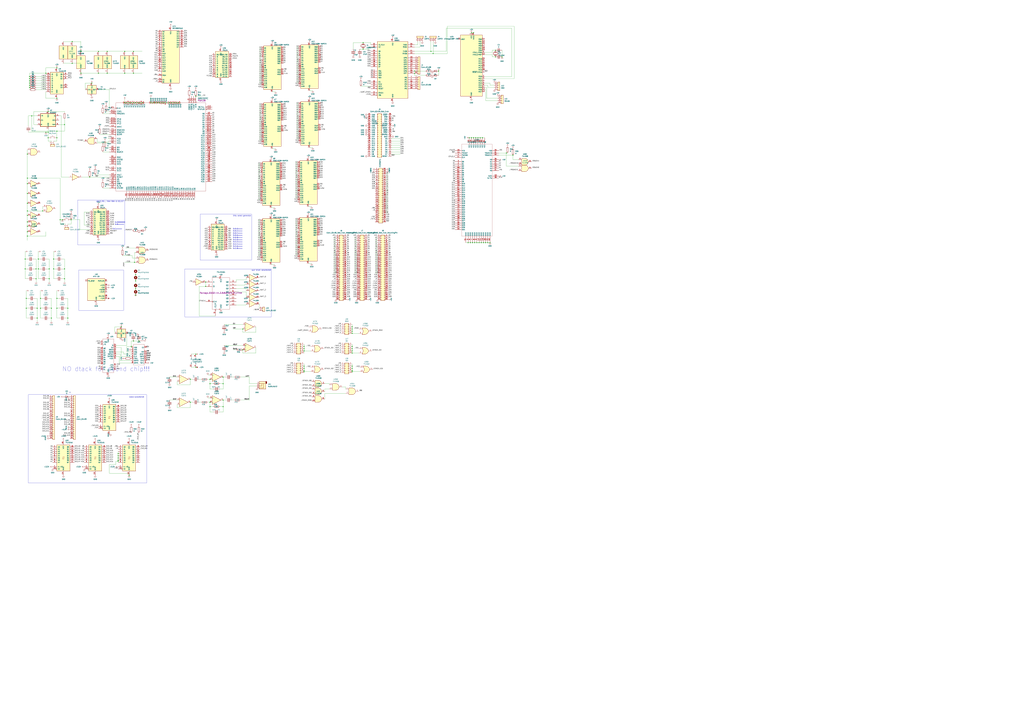
<source format=kicad_sch>
(kicad_sch (version 20231120) (generator "eeschema") (generator_version "8.0")
  (paper "A0")
  (lib_symbols
    (symbol "2024-02-17_17-22-07:MC68882_PLCC_68" (pin_names (offset 0.254))
      (property "Reference" "U29" (at 25.4 12.7 0))
      (property "Value" "MC68882_PLCC_68" (at 25.4 10.16 0))
      (symbol "MC68882_PLCC_68_1_1"
        (pin bidirectional line (at 0 -17.78 0) (length 7.62) (name "D2") (number "1"))
        (pin bidirectional line (at 16.51 15.24 270) (length 7.62) (name "VCC") (number "10"))
        (pin bidirectional line (at 0 -7.62 0) (length 7.62) (name "CLK") (number "11"))
        (pin bidirectional line (at 27.94 -106.68 90) (length 7.62) (name "GND") (number "12"))
        (pin bidirectional line (at 0 -2.54 0) (length 7.62) (name "*RESET") (number "13"))
        (pin bidirectional line (at 30.48 -106.68 90) (length 7.62) (name "GND") (number "14"))
        (pin bidirectional line (at 19.05 15.24 270) (length 7.62) (name "VCC") (number "16"))
        (pin bidirectional line (at 21.59 15.24 270) (length 7.62) (name "VCC") (number "17"))
        (pin bidirectional line (at 50.8 -29.21 180) (length 7.62) (name "SIZE") (number "18"))
        (pin bidirectional line (at 33.02 -106.68 90) (length 7.62) (name "GND") (number "19"))
        (pin bidirectional line (at 0 -15.24 0) (length 7.62) (name "D1") (number "2"))
        (pin bidirectional line (at 50.8 0 180) (length 7.62) (name "*DS") (number "20"))
        (pin bidirectional line (at 50.8 -22.86 180) (length 7.62) (name "AS") (number "21"))
        (pin bidirectional line (at 50.8 -20.32 180) (length 7.62) (name "A4") (number "22"))
        (pin bidirectional line (at 50.8 -17.78 180) (length 7.62) (name "A3") (number "23"))
        (pin bidirectional line (at 50.8 -15.24 180) (length 7.62) (name "A2") (number "24"))
        (pin bidirectional line (at 50.8 -12.7 180) (length 7.62) (name "A1") (number "25"))
        (pin bidirectional line (at 50.8 -10.16 180) (length 7.62) (name "A0") (number "26"))
        (pin bidirectional line (at 24.13 15.24 270) (length 7.62) (name "VCC") (number "27"))
        (pin bidirectional line (at 50.8 -31.75 180) (length 7.62) (name "R/*W") (number "28"))
        (pin bidirectional line (at 0 0 0) (length 7.62) (name "*CS") (number "29"))
        (pin bidirectional line (at 0 -12.7 0) (length 7.62) (name "D0") (number "3"))
        (pin bidirectional line (at 35.56 -106.68 90) (length 7.62) (name "GND") (number "30"))
        (pin bidirectional line (at 50.8 -2.54 180) (length 7.62) (name "*DSACK0") (number "31"))
        (pin bidirectional line (at 50.8 -5.08 180) (length 7.62) (name "*DSACK1") (number "32"))
        (pin bidirectional line (at 0 -91.44 0) (length 7.62) (name "D31") (number "33"))
        (pin bidirectional line (at 0 -88.9 0) (length 7.62) (name "D30") (number "34"))
        (pin bidirectional line (at 0 -86.36 0) (length 7.62) (name "D29") (number "35"))
        (pin bidirectional line (at 0 -83.82 0) (length 7.62) (name "D28") (number "36"))
        (pin bidirectional line (at 0 -81.28 0) (length 7.62) (name "D27") (number "37"))
        (pin bidirectional line (at 0 -78.74 0) (length 7.62) (name "D26") (number "38"))
        (pin bidirectional line (at 0 -76.2 0) (length 7.62) (name "D25") (number "39"))
        (pin bidirectional line (at 0 -5.08 0) (length 7.62) (name "*SENSE") (number "4"))
        (pin bidirectional line (at 0 -73.66 0) (length 7.62) (name "D24") (number "40"))
        (pin bidirectional line (at 38.1 -106.68 90) (length 7.62) (name "GND") (number "41"))
        (pin bidirectional line (at 0 -71.12 0) (length 7.62) (name "D23") (number "42"))
        (pin bidirectional line (at 26.67 15.24 270) (length 7.62) (name "VCC") (number "43"))
        (pin bidirectional line (at 0 -68.58 0) (length 7.62) (name "D22") (number "44"))
        (pin bidirectional line (at 0 -66.04 0) (length 7.62) (name "D21") (number "45"))
        (pin bidirectional line (at 0 -63.5 0) (length 7.62) (name "D20") (number "46"))
        (pin bidirectional line (at 0 -60.96 0) (length 7.62) (name "D19") (number "47"))
        (pin bidirectional line (at 0 -58.42 0) (length 7.62) (name "D18") (number "48"))
        (pin bidirectional line (at 0 -55.88 0) (length 7.62) (name "D17") (number "49"))
        (pin bidirectional line (at 15.24 -106.68 90) (length 7.62) (name "GND") (number "5"))
        (pin bidirectional line (at 0 -53.34 0) (length 7.62) (name "D16") (number "50"))
        (pin bidirectional line (at 12.7 -106.68 90) (length 7.62) (name "GND") (number "51"))
        (pin bidirectional line (at 29.21 15.24 270) (length 7.62) (name "VCC") (number "52"))
        (pin bidirectional line (at 31.75 15.24 270) (length 7.62) (name "VCC") (number "53"))
        (pin bidirectional line (at 0 -50.8 0) (length 7.62) (name "D15") (number "54"))
        (pin bidirectional line (at 0 -48.26 0) (length 7.62) (name "D14") (number "55"))
        (pin bidirectional line (at 0 -45.72 0) (length 7.62) (name "D13") (number "56"))
        (pin bidirectional line (at 0 -43.18 0) (length 7.62) (name "D12") (number "57"))
        (pin bidirectional line (at 0 -40.64 0) (length 7.62) (name "D11") (number "58"))
        (pin bidirectional line (at 0 -38.1 0) (length 7.62) (name "D10") (number "59"))
        (pin bidirectional line (at 17.78 -106.68 90) (length 7.62) (name "GND") (number "6"))
        (pin bidirectional line (at 0 -35.56 0) (length 7.62) (name "D9") (number "60"))
        (pin bidirectional line (at 34.29 15.24 270) (length 7.62) (name "VCC") (number "61"))
        (pin bidirectional line (at 0 -33.02 0) (length 7.62) (name "D8") (number "62"))
        (pin bidirectional line (at 40.64 -106.68 90) (length 7.62) (name "GND") (number "63"))
        (pin bidirectional line (at 0 -30.48 0) (length 7.62) (name "D7") (number "64"))
        (pin bidirectional line (at 0 -27.94 0) (length 7.62) (name "D6") (number "65"))
        (pin bidirectional line (at 0 -25.4 0) (length 7.62) (name "D5") (number "66"))
        (pin bidirectional line (at 0 -22.86 0) (length 7.62) (name "D4") (number "67"))
        (pin bidirectional line (at 0 -20.32 0) (length 7.62) (name "D3") (number "68"))
        (pin bidirectional line (at 20.32 -106.68 90) (length 7.62) (name "GND") (number "7"))
        (pin bidirectional line (at 22.86 -106.68 90) (length 7.62) (name "GND") (number "8"))
        (pin bidirectional line (at 25.4 -106.68 90) (length 7.62) (name "GND") (number "9"))
      )
      (symbol "MC68882_PLCC_68_2_1"
        (pin power_in line (at 0 -10.16 0) (length 7.62) (name "VCC") (number "10"))
        (pin power_in line (at 0 -45.72 0) (length 7.62) (name "GND") (number "12"))
        (pin power_in line (at 0 -48.26 0) (length 7.62) (name "GND") (number "14"))
        (pin unspecified line (at 0 -5.08 0) (length 7.62) (name "NC") (number "15"))
        (pin power_in line (at 0 -12.7 0) (length 7.62) (name "VCC") (number "16"))
        (pin power_in line (at 0 -15.24 0) (length 7.62) (name "VCC") (number "17"))
        (pin power_in line (at 0 -50.8 0) (length 7.62) (name "GND") (number "19"))
        (pin power_in line (at 0 -17.78 0) (length 7.62) (name "VCC") (number "27"))
        (pin power_in line (at 0 -53.34 0) (length 7.62) (name "GND") (number "30"))
        (pin power_in line (at 0 -55.88 0) (length 7.62) (name "GND") (number "41"))
        (pin power_in line (at 0 -20.32 0) (length 7.62) (name "VCC") (number "43"))
        (pin power_in line (at 0 -33.02 0) (length 7.62) (name "GND") (number "5"))
        (pin power_in line (at 0 -58.42 0) (length 7.62) (name "GND") (number "51"))
        (pin power_in line (at 0 -22.86 0) (length 7.62) (name "VCC") (number "52"))
        (pin power_in line (at 0 -25.4 0) (length 7.62) (name "VCC") (number "53"))
        (pin power_in line (at 0 -35.56 0) (length 7.62) (name "GND") (number "6"))
        (pin bidirectional line (at 0 0 0) (length 7.62) (name "D9") (number "60"))
        (pin power_in line (at 0 -27.94 0) (length 7.62) (name "VCC") (number "61"))
        (pin power_in line (at 0 -60.96 0) (length 7.62) (name "GND") (number "63"))
        (pin power_in line (at 0 -38.1 0) (length 7.62) (name "GND") (number "7"))
        (pin power_in line (at 0 -40.64 0) (length 7.62) (name "GND") (number "8"))
        (pin power_in line (at 0 -43.18 0) (length 7.62) (name "GND") (number "9"))
      )
    )
    (symbol "74xx:74LS04"
      (property "Reference" "U" (at 0 1.27 0))
      (property "Value" "74LS04" (at 0 -1.27 0))
      (symbol "74LS04_1_0"
        (pin input line (at -7.62 0 0) (length 3.81) (name "~") (number "1"))
        (pin output inverted (at 7.62 0 180) (length 3.81) (name "~") (number "2"))
      )
      (symbol "74LS04_2_0"
        (pin input line (at -7.62 0 0) (length 3.81) (name "~") (number "3"))
        (pin output inverted (at 7.62 0 180) (length 3.81) (name "~") (number "4"))
      )
      (symbol "74LS04_3_0"
        (pin input line (at -7.62 0 0) (length 3.81) (name "~") (number "5"))
        (pin output inverted (at 7.62 0 180) (length 3.81) (name "~") (number "6"))
      )
      (symbol "74LS04_4_0"
        (pin output inverted (at 7.62 0 180) (length 3.81) (name "~") (number "8"))
        (pin input line (at -7.62 0 0) (length 3.81) (name "~") (number "9"))
      )
      (symbol "74LS04_5_0"
        (pin output inverted (at 7.62 0 180) (length 3.81) (name "~") (number "10"))
        (pin input line (at -7.62 0 0) (length 3.81) (name "~") (number "11"))
      )
      (symbol "74LS04_6_0"
        (pin output inverted (at 7.62 0 180) (length 3.81) (name "~") (number "12"))
        (pin input line (at -7.62 0 0) (length 3.81) (name "~") (number "13"))
      )
      (symbol "74LS04_7_0"
        (pin power_in line (at 0 12.7 270) (length 5.08) (name "VCC") (number "14"))
        (pin power_in line (at 0 -12.7 90) (length 5.08) (name "GND") (number "7"))
      )
    )
    (symbol "74xx:74LS06" (pin_names (offset 1.016))
      (property "Reference" "U" (at 0 1.27 0))
      (property "Value" "74LS06" (at 0 -1.27 0))
      (symbol "74LS06_1_0"
        (pin input line (at -7.62 0 0) (length 3.81) (name "~") (number "1"))
        (pin open_collector inverted (at 7.62 0 180) (length 3.81) (name "~") (number "2"))
      )
      (symbol "74LS06_2_0"
        (pin input line (at -7.62 0 0) (length 3.81) (name "~") (number "3"))
        (pin open_collector inverted (at 7.62 0 180) (length 3.81) (name "~") (number "4"))
      )
      (symbol "74LS06_3_0"
        (pin input line (at -7.62 0 0) (length 3.81) (name "~") (number "5"))
        (pin open_collector inverted (at 7.62 0 180) (length 3.81) (name "~") (number "6"))
      )
      (symbol "74LS06_4_0"
        (pin open_collector inverted (at 7.62 0 180) (length 3.81) (name "~") (number "8"))
        (pin input line (at -7.62 0 0) (length 3.81) (name "~") (number "9"))
      )
      (symbol "74LS06_5_0"
        (pin open_collector inverted (at 7.62 0 180) (length 3.81) (name "~") (number "10"))
        (pin input line (at -7.62 0 0) (length 3.81) (name "~") (number "11"))
      )
      (symbol "74LS06_6_0"
        (pin open_collector inverted (at 7.62 0 180) (length 3.81) (name "~") (number "12"))
        (pin input line (at -7.62 0 0) (length 3.81) (name "~") (number "13"))
      )
      (symbol "74LS06_7_0"
        (pin power_in line (at 0 12.7 270) (length 5.08) (name "VCC") (number "14"))
        (pin power_in line (at 0 -12.7 90) (length 5.08) (name "GND") (number "7"))
      )
    )
    (symbol "74xx:74LS08" (pin_names (offset 1.016))
      (property "Reference" "U" (at 0 1.27 0))
      (property "Value" "74LS08" (at 0 -1.27 0))
      (symbol "74LS08_1_1"
        (pin input line (at -7.62 2.54 0) (length 3.81) (name "~") (number "1"))
        (pin input line (at -7.62 -2.54 0) (length 3.81) (name "~") (number "2"))
        (pin output line (at 7.62 0 180) (length 3.81) (name "~") (number "3"))
      )
      (symbol "74LS08_1_2"
        (pin input inverted (at -7.62 2.54 0) (length 4.318) (name "~") (number "1"))
        (pin input inverted (at -7.62 -2.54 0) (length 4.318) (name "~") (number "2"))
        (pin output inverted (at 7.62 0 180) (length 3.81) (name "~") (number "3"))
      )
      (symbol "74LS08_2_1"
        (pin input line (at -7.62 2.54 0) (length 3.81) (name "~") (number "4"))
        (pin input line (at -7.62 -2.54 0) (length 3.81) (name "~") (number "5"))
        (pin output line (at 7.62 0 180) (length 3.81) (name "~") (number "6"))
      )
      (symbol "74LS08_2_2"
        (pin input inverted (at -7.62 2.54 0) (length 4.318) (name "~") (number "4"))
        (pin input inverted (at -7.62 -2.54 0) (length 4.318) (name "~") (number "5"))
        (pin output inverted (at 7.62 0 180) (length 3.81) (name "~") (number "6"))
      )
      (symbol "74LS08_3_1"
        (pin input line (at -7.62 -2.54 0) (length 3.81) (name "~") (number "10"))
        (pin output line (at 7.62 0 180) (length 3.81) (name "~") (number "8"))
        (pin input line (at -7.62 2.54 0) (length 3.81) (name "~") (number "9"))
      )
      (symbol "74LS08_3_2"
        (pin input inverted (at -7.62 -2.54 0) (length 4.318) (name "~") (number "10"))
        (pin output inverted (at 7.62 0 180) (length 3.81) (name "~") (number "8"))
        (pin input inverted (at -7.62 2.54 0) (length 4.318) (name "~") (number "9"))
      )
      (symbol "74LS08_4_1"
        (pin output line (at 7.62 0 180) (length 3.81) (name "~") (number "11"))
        (pin input line (at -7.62 2.54 0) (length 3.81) (name "~") (number "12"))
        (pin input line (at -7.62 -2.54 0) (length 3.81) (name "~") (number "13"))
      )
      (symbol "74LS08_4_2"
        (pin output inverted (at 7.62 0 180) (length 3.81) (name "~") (number "11"))
        (pin input inverted (at -7.62 2.54 0) (length 4.318) (name "~") (number "12"))
        (pin input inverted (at -7.62 -2.54 0) (length 4.318) (name "~") (number "13"))
      )
      (symbol "74LS08_5_0"
        (pin power_in line (at 0 12.7 270) (length 5.08) (name "VCC") (number "14"))
        (pin power_in line (at 0 -12.7 90) (length 5.08) (name "GND") (number "7"))
      )
    )
    (symbol "74xx:74LS148" (pin_names (offset 1.016))
      (property "Reference" "U" (at -7.62 13.97 0))
      (property "Value" "74LS148" (at -7.62 -13.97 0))
      (symbol "74LS148_1_0"
        (pin input inverted (at -12.7 0 0) (length 5.08) (name "I4") (number "1"))
        (pin input inverted (at -12.7 10.16 0) (length 5.08) (name "IO") (number "10"))
        (pin input inverted (at -12.7 7.62 0) (length 5.08) (name "I1") (number "11"))
        (pin input inverted (at -12.7 5.08 0) (length 5.08) (name "I2") (number "12"))
        (pin input inverted (at -12.7 2.54 0) (length 5.08) (name "I3") (number "13"))
        (pin output inverted (at 12.7 -2.54 180) (length 5.08) (name "GS") (number "14"))
        (pin output inverted (at 12.7 -5.08 180) (length 5.08) (name "EO") (number "15"))
        (pin power_in line (at 0 17.78 270) (length 5.08) (name "VCC") (number "16"))
        (pin input inverted (at -12.7 -2.54 0) (length 5.08) (name "I5") (number "2"))
        (pin input inverted (at -12.7 -5.08 0) (length 5.08) (name "I6") (number "3"))
        (pin input inverted (at -12.7 -7.62 0) (length 5.08) (name "I7") (number "4"))
        (pin input inverted (at -12.7 -10.16 0) (length 5.08) (name "EI") (number "5"))
        (pin output inverted (at 12.7 5.08 180) (length 5.08) (name "S2") (number "6"))
        (pin output inverted (at 12.7 7.62 180) (length 5.08) (name "S1") (number "7"))
        (pin power_in line (at 0 -17.78 90) (length 5.08) (name "GND") (number "8"))
        (pin output inverted (at 12.7 10.16 180) (length 5.08) (name "S0") (number "9"))
      )
    )
    (symbol "74xx:74LS245" (pin_names (offset 1.016))
      (property "Reference" "U" (at -7.62 16.51 0))
      (property "Value" "74LS245" (at -7.62 -16.51 0))
      (symbol "74LS245_1_0"
        (pin input line (at -12.7 -10.16 0) (length 5.08) (name "A->B") (number "1"))
        (pin power_in line (at 0 -20.32 90) (length 5.08) (name "GND") (number "10"))
        (pin tri_state line (at 12.7 -5.08 180) (length 5.08) (name "B7") (number "11"))
        (pin tri_state line (at 12.7 -2.54 180) (length 5.08) (name "B6") (number "12"))
        (pin tri_state line (at 12.7 0 180) (length 5.08) (name "B5") (number "13"))
        (pin tri_state line (at 12.7 2.54 180) (length 5.08) (name "B4") (number "14"))
        (pin tri_state line (at 12.7 5.08 180) (length 5.08) (name "B3") (number "15"))
        (pin tri_state line (at 12.7 7.62 180) (length 5.08) (name "B2") (number "16"))
        (pin tri_state line (at 12.7 10.16 180) (length 5.08) (name "B1") (number "17"))
        (pin tri_state line (at 12.7 12.7 180) (length 5.08) (name "B0") (number "18"))
        (pin input inverted (at -12.7 -12.7 0) (length 5.08) (name "CE") (number "19"))
        (pin tri_state line (at -12.7 12.7 0) (length 5.08) (name "A0") (number "2"))
        (pin power_in line (at 0 20.32 270) (length 5.08) (name "VCC") (number "20"))
        (pin tri_state line (at -12.7 10.16 0) (length 5.08) (name "A1") (number "3"))
        (pin tri_state line (at -12.7 7.62 0) (length 5.08) (name "A2") (number "4"))
        (pin tri_state line (at -12.7 5.08 0) (length 5.08) (name "A3") (number "5"))
        (pin tri_state line (at -12.7 2.54 0) (length 5.08) (name "A4") (number "6"))
        (pin tri_state line (at -12.7 0 0) (length 5.08) (name "A5") (number "7"))
        (pin tri_state line (at -12.7 -2.54 0) (length 5.08) (name "A6") (number "8"))
        (pin tri_state line (at -12.7 -5.08 0) (length 5.08) (name "A7") (number "9"))
      )
    )
    (symbol "74xx:74LS32" (pin_names (offset 1.016))
      (property "Reference" "U" (at 0 1.27 0))
      (property "Value" "74LS32" (at 0 -1.27 0))
      (symbol "74LS32_1_1"
        (pin input line (at -7.62 2.54 0) (length 4.318) (name "~") (number "1"))
        (pin input line (at -7.62 -2.54 0) (length 4.318) (name "~") (number "2"))
        (pin output line (at 7.62 0 180) (length 3.81) (name "~") (number "3"))
      )
      (symbol "74LS32_1_2"
        (pin input inverted (at -7.62 2.54 0) (length 3.81) (name "~") (number "1"))
        (pin input inverted (at -7.62 -2.54 0) (length 3.81) (name "~") (number "2"))
        (pin output inverted (at 7.62 0 180) (length 3.81) (name "~") (number "3"))
      )
      (symbol "74LS32_2_1"
        (pin input line (at -7.62 2.54 0) (length 4.318) (name "~") (number "4"))
        (pin input line (at -7.62 -2.54 0) (length 4.318) (name "~") (number "5"))
        (pin output line (at 7.62 0 180) (length 3.81) (name "~") (number "6"))
      )
      (symbol "74LS32_2_2"
        (pin input inverted (at -7.62 2.54 0) (length 3.81) (name "~") (number "4"))
        (pin input inverted (at -7.62 -2.54 0) (length 3.81) (name "~") (number "5"))
        (pin output inverted (at 7.62 0 180) (length 3.81) (name "~") (number "6"))
      )
      (symbol "74LS32_3_1"
        (pin input line (at -7.62 -2.54 0) (length 4.318) (name "~") (number "10"))
        (pin output line (at 7.62 0 180) (length 3.81) (name "~") (number "8"))
        (pin input line (at -7.62 2.54 0) (length 4.318) (name "~") (number "9"))
      )
      (symbol "74LS32_3_2"
        (pin input inverted (at -7.62 -2.54 0) (length 3.81) (name "~") (number "10"))
        (pin output inverted (at 7.62 0 180) (length 3.81) (name "~") (number "8"))
        (pin input inverted (at -7.62 2.54 0) (length 3.81) (name "~") (number "9"))
      )
      (symbol "74LS32_4_1"
        (pin output line (at 7.62 0 180) (length 3.81) (name "~") (number "11"))
        (pin input line (at -7.62 2.54 0) (length 4.318) (name "~") (number "12"))
        (pin input line (at -7.62 -2.54 0) (length 4.318) (name "~") (number "13"))
      )
      (symbol "74LS32_4_2"
        (pin output inverted (at 7.62 0 180) (length 3.81) (name "~") (number "11"))
        (pin input inverted (at -7.62 2.54 0) (length 3.81) (name "~") (number "12"))
        (pin input inverted (at -7.62 -2.54 0) (length 3.81) (name "~") (number "13"))
      )
      (symbol "74LS32_5_0"
        (pin power_in line (at 0 12.7 270) (length 5.08) (name "VCC") (number "14"))
        (pin power_in line (at 0 -12.7 90) (length 5.08) (name "GND") (number "7"))
      )
    )
    (symbol "Amplifier_Operational:TL072" (pin_names (offset 0.127))
      (property "Reference" "U" (at 0 5.08 0))
      (property "Value" "TL072" (at 0 -5.08 0))
      (symbol "TL072_1_1"
        (pin output line (at 7.62 0 180) (length 2.54) (name "~") (number "1"))
        (pin input line (at -7.62 -2.54 0) (length 2.54) (name "-") (number "2"))
        (pin input line (at -7.62 2.54 0) (length 2.54) (name "+") (number "3"))
      )
      (symbol "TL072_2_1"
        (pin input line (at -7.62 2.54 0) (length 2.54) (name "+") (number "5"))
        (pin input line (at -7.62 -2.54 0) (length 2.54) (name "-") (number "6"))
        (pin output line (at 7.62 0 180) (length 2.54) (name "~") (number "7"))
      )
      (symbol "TL072_3_1"
        (pin power_in line (at -2.54 -7.62 90) (length 3.81) (name "V-") (number "4"))
        (pin power_in line (at -2.54 7.62 270) (length 3.81) (name "V+") (number "8"))
      )
    )
    (symbol "Amplifier_Operational:TL074" (pin_names (offset 0.127))
      (property "Reference" "U" (at 0 5.08 0))
      (property "Value" "TL074" (at 0 -5.08 0))
      (symbol "TL074_1_1"
        (pin output line (at 7.62 0 180) (length 2.54) (name "~") (number "1"))
        (pin input line (at -7.62 -2.54 0) (length 2.54) (name "-") (number "2"))
        (pin input line (at -7.62 2.54 0) (length 2.54) (name "+") (number "3"))
      )
      (symbol "TL074_2_1"
        (pin input line (at -7.62 2.54 0) (length 2.54) (name "+") (number "5"))
        (pin input line (at -7.62 -2.54 0) (length 2.54) (name "-") (number "6"))
        (pin output line (at 7.62 0 180) (length 2.54) (name "~") (number "7"))
      )
      (symbol "TL074_3_1"
        (pin input line (at -7.62 2.54 0) (length 2.54) (name "+") (number "10"))
        (pin output line (at 7.62 0 180) (length 2.54) (name "~") (number "8"))
        (pin input line (at -7.62 -2.54 0) (length 2.54) (name "-") (number "9"))
      )
      (symbol "TL074_4_1"
        (pin input line (at -7.62 2.54 0) (length 2.54) (name "+") (number "12"))
        (pin input line (at -7.62 -2.54 0) (length 2.54) (name "-") (number "13"))
        (pin output line (at 7.62 0 180) (length 2.54) (name "~") (number "14"))
      )
      (symbol "TL074_5_1"
        (pin power_in line (at -2.54 -7.62 90) (length 3.81) (name "V-") (number "11"))
        (pin power_in line (at -2.54 7.62 270) (length 3.81) (name "V+") (number "4"))
      )
    )
    (symbol "Connector:ATX-20"
      (property "Reference" "J" (at -8.89 13.97 0))
      (property "Value" "ATX-20" (at 6.35 13.97 0))
      (symbol "ATX-20_1_1"
        (pin power_out line (at 12.7 -2.54 180) (length 2.54) (name "+3.3V") (number "1"))
        (pin power_out line (at 12.7 5.08 180) (length 2.54) (name "+12V") (number "10"))
        (pin passive line (at 12.7 -2.54 180) (length 2.54) hide (name "+3.3V") (number "11"))
        (pin power_out line (at 12.7 -10.16 180) (length 2.54) (name "-12V") (number "12"))
        (pin passive line (at 0 -15.24 90) (length 2.54) hide (name "GND") (number "13"))
        (pin open_collector line (at -12.7 10.16 0) (length 2.54) (name "PS_ON#") (number "14"))
        (pin passive line (at 0 -15.24 90) (length 2.54) hide (name "GND") (number "15"))
        (pin passive line (at 0 -15.24 90) (length 2.54) hide (name "GND") (number "16"))
        (pin passive line (at 0 -15.24 90) (length 2.54) hide (name "GND") (number "17"))
        (pin power_out line (at 12.7 -7.62 180) (length 2.54) (name "-5V/NC") (number "18"))
        (pin passive line (at 12.7 2.54 180) (length 2.54) hide (name "+5V") (number "19"))
        (pin passive line (at 12.7 -2.54 180) (length 2.54) hide (name "+3.3V") (number "2"))
        (pin passive line (at 12.7 2.54 180) (length 2.54) hide (name "+5V") (number "20"))
        (pin power_out line (at 0 -15.24 90) (length 2.54) (name "GND") (number "3"))
        (pin power_out line (at 12.7 2.54 180) (length 2.54) (name "+5V") (number "4"))
        (pin passive line (at 0 -15.24 90) (length 2.54) hide (name "GND") (number "5"))
        (pin passive line (at 12.7 2.54 180) (length 2.54) hide (name "+5V") (number "6"))
        (pin passive line (at 0 -15.24 90) (length 2.54) hide (name "GND") (number "7"))
        (pin output line (at 12.7 10.16 180) (length 2.54) (name "PWR_OK") (number "8"))
        (pin power_out line (at 12.7 0 180) (length 2.54) (name "+5VSB") (number "9"))
      )
    )
    (symbol "Connector_Audio:AudioJack3"
      (property "Reference" "J" (at 0 8.89 0))
      (property "Value" "AudioJack3" (at 0 6.35 0))
      (symbol "AudioJack3_1_1"
        (pin passive line (at 5.08 0 180) (length 2.54) (name "~") (number "R"))
        (pin passive line (at 5.08 2.54 180) (length 2.54) (name "~") (number "S"))
        (pin passive line (at 5.08 -2.54 180) (length 2.54) (name "~") (number "T"))
      )
    )
    (symbol "Connector_Generic:Conn_01x02" (pin_names (offset 1.016) hide)
      (property "Reference" "J" (at 0 2.54 0))
      (property "Value" "Conn_01x02" (at 0 -5.08 0))
      (symbol "Conn_01x02_1_1"
        (pin passive line (at -5.08 0 0) (length 3.81) (name "Pin_1") (number "1"))
        (pin passive line (at -5.08 -2.54 0) (length 3.81) (name "Pin_2") (number "2"))
      )
    )
    (symbol "Connector_Generic:Conn_01x03" (pin_names (offset 1.016) hide)
      (property "Reference" "J" (at 0 5.08 0))
      (property "Value" "Conn_01x03" (at 0 -5.08 0))
      (symbol "Conn_01x03_1_1"
        (pin passive line (at -5.08 2.54 0) (length 3.81) (name "Pin_1") (number "1"))
        (pin passive line (at -5.08 0 0) (length 3.81) (name "Pin_2") (number "2"))
        (pin passive line (at -5.08 -2.54 0) (length 3.81) (name "Pin_3") (number "3"))
      )
    )
    (symbol "Connector_Generic:Conn_01x04" (pin_names (offset 1.016) hide)
      (property "Reference" "J" (at 0 5.08 0))
      (property "Value" "Conn_01x04" (at 0 -7.62 0))
      (symbol "Conn_01x04_1_1"
        (pin passive line (at -5.08 2.54 0) (length 3.81) (name "Pin_1") (number "1"))
        (pin passive line (at -5.08 0 0) (length 3.81) (name "Pin_2") (number "2"))
        (pin passive line (at -5.08 -2.54 0) (length 3.81) (name "Pin_3") (number "3"))
        (pin passive line (at -5.08 -5.08 0) (length 3.81) (name "Pin_4") (number "4"))
      )
    )
    (symbol "Connector_Generic:Conn_01x06" (pin_names (offset 1.016) hide)
      (property "Reference" "J" (at 0 7.62 0))
      (property "Value" "Conn_01x06" (at 0 -10.16 0))
      (symbol "Conn_01x06_1_1"
        (pin passive line (at -5.08 5.08 0) (length 3.81) (name "Pin_1") (number "1"))
        (pin passive line (at -5.08 2.54 0) (length 3.81) (name "Pin_2") (number "2"))
        (pin passive line (at -5.08 0 0) (length 3.81) (name "Pin_3") (number "3"))
        (pin passive line (at -5.08 -2.54 0) (length 3.81) (name "Pin_4") (number "4"))
        (pin passive line (at -5.08 -5.08 0) (length 3.81) (name "Pin_5") (number "5"))
        (pin passive line (at -5.08 -7.62 0) (length 3.81) (name "Pin_6") (number "6"))
      )
    )
    (symbol "Connector_Generic:Conn_01x08" (pin_names (offset 1.016) hide)
      (property "Reference" "J" (at 0 10.16 0))
      (property "Value" "Conn_01x08" (at 0 -12.7 0))
      (symbol "Conn_01x08_1_1"
        (pin passive line (at -5.08 7.62 0) (length 3.81) (name "Pin_1") (number "1"))
        (pin passive line (at -5.08 5.08 0) (length 3.81) (name "Pin_2") (number "2"))
        (pin passive line (at -5.08 2.54 0) (length 3.81) (name "Pin_3") (number "3"))
        (pin passive line (at -5.08 0 0) (length 3.81) (name "Pin_4") (number "4"))
        (pin passive line (at -5.08 -2.54 0) (length 3.81) (name "Pin_5") (number "5"))
        (pin passive line (at -5.08 -5.08 0) (length 3.81) (name "Pin_6") (number "6"))
        (pin passive line (at -5.08 -7.62 0) (length 3.81) (name "Pin_7") (number "7"))
        (pin passive line (at -5.08 -10.16 0) (length 3.81) (name "Pin_8") (number "8"))
      )
    )
    (symbol "Connector_Generic:Conn_01x20" (pin_names (offset 1.016) hide)
      (property "Reference" "J" (at 0 25.4 0))
      (property "Value" "Conn_01x20" (at 0 -27.94 0))
      (symbol "Conn_01x20_1_1"
        (pin passive line (at -5.08 22.86 0) (length 3.81) (name "Pin_1") (number "1"))
        (pin passive line (at -5.08 0 0) (length 3.81) (name "Pin_10") (number "10"))
        (pin passive line (at -5.08 -2.54 0) (length 3.81) (name "Pin_11") (number "11"))
        (pin passive line (at -5.08 -5.08 0) (length 3.81) (name "Pin_12") (number "12"))
        (pin passive line (at -5.08 -7.62 0) (length 3.81) (name "Pin_13") (number "13"))
        (pin passive line (at -5.08 -10.16 0) (length 3.81) (name "Pin_14") (number "14"))
        (pin passive line (at -5.08 -12.7 0) (length 3.81) (name "Pin_15") (number "15"))
        (pin passive line (at -5.08 -15.24 0) (length 3.81) (name "Pin_16") (number "16"))
        (pin passive line (at -5.08 -17.78 0) (length 3.81) (name "Pin_17") (number "17"))
        (pin passive line (at -5.08 -20.32 0) (length 3.81) (name "Pin_18") (number "18"))
        (pin passive line (at -5.08 -22.86 0) (length 3.81) (name "Pin_19") (number "19"))
        (pin passive line (at -5.08 20.32 0) (length 3.81) (name "Pin_2") (number "2"))
        (pin passive line (at -5.08 -25.4 0) (length 3.81) (name "Pin_20") (number "20"))
        (pin passive line (at -5.08 17.78 0) (length 3.81) (name "Pin_3") (number "3"))
        (pin passive line (at -5.08 15.24 0) (length 3.81) (name "Pin_4") (number "4"))
        (pin passive line (at -5.08 12.7 0) (length 3.81) (name "Pin_5") (number "5"))
        (pin passive line (at -5.08 10.16 0) (length 3.81) (name "Pin_6") (number "6"))
        (pin passive line (at -5.08 7.62 0) (length 3.81) (name "Pin_7") (number "7"))
        (pin passive line (at -5.08 5.08 0) (length 3.81) (name "Pin_8") (number "8"))
        (pin passive line (at -5.08 2.54 0) (length 3.81) (name "Pin_9") (number "9"))
      )
    )
    (symbol "Connector_Generic:Conn_02x05_Odd_Even" (pin_names (offset 1.016) hide)
      (property "Reference" "J" (at 1.27 7.62 0))
      (property "Value" "Conn_02x05_Odd_Even" (at 1.27 -7.62 0))
      (symbol "Conn_02x05_Odd_Even_1_1"
        (pin passive line (at -5.08 5.08 0) (length 3.81) (name "Pin_1") (number "1"))
        (pin passive line (at 7.62 -5.08 180) (length 3.81) (name "Pin_10") (number "10"))
        (pin passive line (at 7.62 5.08 180) (length 3.81) (name "Pin_2") (number "2"))
        (pin passive line (at -5.08 2.54 0) (length 3.81) (name "Pin_3") (number "3"))
        (pin passive line (at 7.62 2.54 180) (length 3.81) (name "Pin_4") (number "4"))
        (pin passive line (at -5.08 0 0) (length 3.81) (name "Pin_5") (number "5"))
        (pin passive line (at 7.62 0 180) (length 3.81) (name "Pin_6") (number "6"))
        (pin passive line (at -5.08 -2.54 0) (length 3.81) (name "Pin_7") (number "7"))
        (pin passive line (at 7.62 -2.54 180) (length 3.81) (name "Pin_8") (number "8"))
        (pin passive line (at -5.08 -5.08 0) (length 3.81) (name "Pin_9") (number "9"))
      )
    )
    (symbol "Connector_Generic:Conn_02x20_Odd_Even" (pin_names (offset 1.016))
      (property "Reference" "J5" (at 1.27 27.94 0))
      (property "Value" "Conn_02x20_Odd_Even" (at 2.54 25.4 0))
      (symbol "Conn_02x20_Odd_Even_1_1"
        (pin input line (at -12.7 22.86 0) (length 3.81) (name "RESET") (number "1"))
        (pin passive line (at 15.24 12.7 180) (length 3.81) (name "D11") (number "10"))
        (pin passive line (at -12.7 10.16 0) (length 3.81) (name "D3") (number "11"))
        (pin passive line (at 15.24 10.16 180) (length 3.81) (name "D12") (number "12"))
        (pin passive line (at -12.7 7.62 0) (length 3.81) (name "D2") (number "13"))
        (pin passive line (at 15.24 7.62 180) (length 3.81) (name "D13") (number "14"))
        (pin passive line (at -12.7 5.08 0) (length 3.81) (name "D1") (number "15"))
        (pin passive line (at 15.24 5.08 180) (length 3.81) (name "D14") (number "16"))
        (pin passive line (at -12.7 2.54 0) (length 3.81) (name "D0") (number "17"))
        (pin passive line (at 15.24 2.54 180) (length 3.81) (name "D15") (number "18"))
        (pin passive line (at -12.7 0 0) (length 3.81) (name "GND") (number "19"))
        (pin passive line (at 15.24 22.86 180) (length 3.81) (name "GND") (number "2"))
        (pin passive line (at 15.24 0 180) (length 3.81) (name "KEY") (number "20"))
        (pin passive line (at -12.7 -2.54 0) (length 3.81) (name "DMARQ") (number "21"))
        (pin passive line (at 15.24 -2.54 180) (length 3.81) (name "GND") (number "22"))
        (pin passive line (at -12.7 -5.08 0) (length 3.81) (name "~{DIOW}") (number "23"))
        (pin passive line (at 15.24 -5.08 180) (length 3.81) (name "GND") (number "24"))
        (pin passive line (at -12.7 -7.62 0) (length 3.81) (name "~{DIOR}") (number "25"))
        (pin passive line (at 15.24 -7.62 180) (length 3.81) (name "GND") (number "26"))
        (pin passive line (at -12.7 -10.16 0) (length 3.81) (name "IORDY") (number "27"))
        (pin passive line (at 15.24 -10.16 180) (length 3.81) (name "CSEL") (number "28"))
        (pin passive line (at -12.7 -12.7 0) (length 3.81) (name "~{DMARK}") (number "29"))
        (pin passive line (at -12.7 20.32 0) (length 3.81) (name "D7") (number "3"))
        (pin passive line (at 15.24 -12.7 180) (length 3.81) (name "GND") (number "30"))
        (pin passive line (at -12.7 -15.24 0) (length 3.81) (name "INTRQ") (number "31"))
        (pin passive line (at 15.24 -15.24 180) (length 3.81) (name "~{IOCS16}") (number "32"))
        (pin passive line (at -12.7 -17.78 0) (length 3.81) (name "DA1") (number "33"))
        (pin passive line (at 15.24 -17.78 180) (length 3.81) (name "~{PDIAG}") (number "34"))
        (pin passive line (at -12.7 -20.32 0) (length 3.81) (name "DA0") (number "35"))
        (pin passive line (at 15.24 -20.32 180) (length 3.81) (name "DA2") (number "36"))
        (pin passive line (at -12.7 -22.86 0) (length 3.81) (name "~{CS0}") (number "37"))
        (pin passive line (at 15.24 -22.86 180) (length 3.81) (name "~{CS1}") (number "38"))
        (pin passive line (at -12.7 -25.4 0) (length 3.81) (name "~{DASP}") (number "39"))
        (pin passive line (at 15.24 20.32 180) (length 3.81) (name "D8") (number "4"))
        (pin passive line (at 15.24 -25.4 180) (length 3.81) (name "GND") (number "40"))
        (pin passive line (at -12.7 17.78 0) (length 3.81) (name "D6") (number "5"))
        (pin passive line (at 15.24 17.78 180) (length 3.81) (name "D9") (number "6"))
        (pin passive line (at -12.7 15.24 0) (length 3.81) (name "D5") (number "7"))
        (pin passive line (at 15.24 15.24 180) (length 3.81) (name "D10") (number "8"))
        (pin passive line (at -12.7 12.7 0) (length 3.81) (name "D4") (number "9"))
      )
    )
    (symbol "Connector_Generic:Conn_02x25_Counter_Clockwise" (pin_names (offset 1.016) hide)
      (property "Reference" "J" (at 1.27 33.02 0))
      (property "Value" "Conn_02x25_Counter_Clockwise" (at 1.27 -33.02 0))
      (symbol "Conn_02x25_Counter_Clockwise_1_1"
        (pin passive line (at -5.08 30.48 0) (length 3.81) (name "Pin_1") (number "1"))
        (pin passive line (at -5.08 7.62 0) (length 3.81) (name "Pin_10") (number "10"))
        (pin passive line (at -5.08 5.08 0) (length 3.81) (name "Pin_11") (number "11"))
        (pin passive line (at -5.08 2.54 0) (length 3.81) (name "Pin_12") (number "12"))
        (pin passive line (at -5.08 0 0) (length 3.81) (name "Pin_13") (number "13"))
        (pin passive line (at -5.08 -2.54 0) (length 3.81) (name "Pin_14") (number "14"))
        (pin passive line (at -5.08 -5.08 0) (length 3.81) (name "Pin_15") (number "15"))
        (pin passive line (at -5.08 -7.62 0) (length 3.81) (name "Pin_16") (number "16"))
        (pin passive line (at -5.08 -10.16 0) (length 3.81) (name "Pin_17") (number "17"))
        (pin passive line (at -5.08 -12.7 0) (length 3.81) (name "Pin_18") (number "18"))
        (pin passive line (at -5.08 -15.24 0) (length 3.81) (name "Pin_19") (number "19"))
        (pin passive line (at -5.08 27.94 0) (length 3.81) (name "Pin_2") (number "2"))
        (pin passive line (at -5.08 -17.78 0) (length 3.81) (name "Pin_20") (number "20"))
        (pin passive line (at -5.08 -20.32 0) (length 3.81) (name "Pin_21") (number "21"))
        (pin passive line (at -5.08 -22.86 0) (length 3.81) (name "Pin_22") (number "22"))
        (pin passive line (at -5.08 -25.4 0) (length 3.81) (name "Pin_23") (number "23"))
        (pin passive line (at -5.08 -27.94 0) (length 3.81) (name "Pin_24") (number "24"))
        (pin passive line (at -5.08 -30.48 0) (length 3.81) (name "Pin_25") (number "25"))
        (pin passive line (at 7.62 -30.48 180) (length 3.81) (name "Pin_26") (number "26"))
        (pin passive line (at 7.62 -27.94 180) (length 3.81) (name "Pin_27") (number "27"))
        (pin passive line (at 7.62 -25.4 180) (length 3.81) (name "Pin_28") (number "28"))
        (pin passive line (at 7.62 -22.86 180) (length 3.81) (name "Pin_29") (number "29"))
        (pin passive line (at -5.08 25.4 0) (length 3.81) (name "Pin_3") (number "3"))
        (pin passive line (at 7.62 -20.32 180) (length 3.81) (name "Pin_30") (number "30"))
        (pin passive line (at 7.62 -17.78 180) (length 3.81) (name "Pin_31") (number "31"))
        (pin passive line (at 7.62 -15.24 180) (length 3.81) (name "Pin_32") (number "32"))
        (pin passive line (at 7.62 -12.7 180) (length 3.81) (name "Pin_33") (number "33"))
        (pin passive line (at 7.62 -10.16 180) (length 3.81) (name "Pin_34") (number "34"))
        (pin passive line (at 7.62 -7.62 180) (length 3.81) (name "Pin_35") (number "35"))
        (pin passive line (at 7.62 -5.08 180) (length 3.81) (name "Pin_36") (number "36"))
        (pin passive line (at 7.62 -2.54 180) (length 3.81) (name "Pin_37") (number "37"))
        (pin passive line (at 7.62 0 180) (length 3.81) (name "Pin_38") (number "38"))
        (pin passive line (at 7.62 2.54 180) (length 3.81) (name "Pin_39") (number "39"))
        (pin passive line (at -5.08 22.86 0) (length 3.81) (name "Pin_4") (number "4"))
        (pin passive line (at 7.62 5.08 180) (length 3.81) (name "Pin_40") (number "40"))
        (pin passive line (at 7.62 7.62 180) (length 3.81) (name "Pin_41") (number "41"))
        (pin passive line (at 7.62 10.16 180) (length 3.81) (name "Pin_42") (number "42"))
        (pin passive line (at 7.62 12.7 180) (length 3.81) (name "Pin_43") (number "43"))
        (pin passive line (at 7.62 15.24 180) (length 3.81) (name "Pin_44") (number "44"))
        (pin passive line (at 7.62 17.78 180) (length 3.81) (name "Pin_45") (number "45"))
        (pin passive line (at 7.62 20.32 180) (length 3.81) (name "Pin_46") (number "46"))
        (pin passive line (at 7.62 22.86 180) (length 3.81) (name "Pin_47") (number "47"))
        (pin passive line (at 7.62 25.4 180) (length 3.81) (name "Pin_48") (number "48"))
        (pin passive line (at 7.62 27.94 180) (length 3.81) (name "Pin_49") (number "49"))
        (pin passive line (at -5.08 20.32 0) (length 3.81) (name "Pin_5") (number "5"))
        (pin passive line (at 7.62 30.48 180) (length 3.81) (name "Pin_50") (number "50"))
        (pin passive line (at -5.08 17.78 0) (length 3.81) (name "Pin_6") (number "6"))
        (pin passive line (at -5.08 15.24 0) (length 3.81) (name "Pin_7") (number "7"))
        (pin passive line (at -5.08 12.7 0) (length 3.81) (name "Pin_8") (number "8"))
        (pin passive line (at -5.08 10.16 0) (length 3.81) (name "Pin_9") (number "9"))
      )
    )
    (symbol "Connector_Generic:Conn_02x30_Odd_Even" (pin_names (offset 1.016) hide)
      (property "Reference" "J" (at 1.27 38.1 0))
      (property "Value" "Conn_02x30_Odd_Even" (at 1.27 -40.64 0))
      (symbol "Conn_02x30_Odd_Even_1_1"
        (pin passive line (at -5.08 35.56 0) (length 3.81) (name "Pin_1") (number "1"))
        (pin passive line (at 7.62 25.4 180) (length 3.81) (name "Pin_10") (number "10"))
        (pin passive line (at -5.08 22.86 0) (length 3.81) (name "Pin_11") (number "11"))
        (pin passive line (at 7.62 22.86 180) (length 3.81) (name "Pin_12") (number "12"))
        (pin passive line (at -5.08 20.32 0) (length 3.81) (name "Pin_13") (number "13"))
        (pin passive line (at 7.62 20.32 180) (length 3.81) (name "Pin_14") (number "14"))
        (pin passive line (at -5.08 17.78 0) (length 3.81) (name "Pin_15") (number "15"))
        (pin passive line (at 7.62 17.78 180) (length 3.81) (name "Pin_16") (number "16"))
        (pin passive line (at -5.08 15.24 0) (length 3.81) (name "Pin_17") (number "17"))
        (pin passive line (at 7.62 15.24 180) (length 3.81) (name "Pin_18") (number "18"))
        (pin passive line (at -5.08 12.7 0) (length 3.81) (name "Pin_19") (number "19"))
        (pin passive line (at 7.62 35.56 180) (length 3.81) (name "Pin_2") (number "2"))
        (pin passive line (at 7.62 12.7 180) (length 3.81) (name "Pin_20") (number "20"))
        (pin passive line (at -5.08 10.16 0) (length 3.81) (name "Pin_21") (number "21"))
        (pin passive line (at 7.62 10.16 180) (length 3.81) (name "Pin_22") (number "22"))
        (pin passive line (at -5.08 7.62 0) (length 3.81) (name "Pin_23") (number "23"))
        (pin passive line (at 7.62 7.62 180) (length 3.81) (name "Pin_24") (number "24"))
        (pin passive line (at -5.08 5.08 0) (length 3.81) (name "Pin_25") (number "25"))
        (pin passive line (at 7.62 5.08 180) (length 3.81) (name "Pin_26") (number "26"))
        (pin passive line (at -5.08 2.54 0) (length 3.81) (name "Pin_27") (number "27"))
        (pin passive line (at 7.62 2.54 180) (length 3.81) (name "Pin_28") (number "28"))
        (pin passive line (at -5.08 0 0) (length 3.81) (name "Pin_29") (number "29"))
        (pin passive line (at -5.08 33.02 0) (length 3.81) (name "Pin_3") (number "3"))
        (pin passive line (at 7.62 0 180) (length 3.81) (name "Pin_30") (number "30"))
        (pin passive line (at -5.08 -2.54 0) (length 3.81) (name "Pin_31") (number "31"))
        (pin passive line (at 7.62 -2.54 180) (length 3.81) (name "Pin_32") (number "32"))
        (pin passive line (at -5.08 -5.08 0) (length 3.81) (name "Pin_33") (number "33"))
        (pin passive line (at 7.62 -5.08 180) (length 3.81) (name "Pin_34") (number "34"))
        (pin passive line (at -5.08 -7.62 0) (length 3.81) (name "Pin_35") (number "35"))
        (pin passive line (at 7.62 -7.62 180) (length 3.81) (name "Pin_36") (number "36"))
        (pin passive line (at -5.08 -10.16 0) (length 3.81) (name "Pin_37") (number "37"))
        (pin passive line (at 7.62 -10.16 180) (length 3.81) (name "Pin_38") (number "38"))
        (pin passive line (at -5.08 -12.7 0) (length 3.81) (name "Pin_39") (number "39"))
        (pin passive line (at 7.62 33.02 180) (length 3.81) (name "Pin_4") (number "4"))
        (pin passive line (at 7.62 -12.7 180) (length 3.81) (name "Pin_40") (number "40"))
        (pin passive line (at -5.08 -15.24 0) (length 3.81) (name "Pin_41") (number "41"))
        (pin passive line (at 7.62 -15.24 180) (length 3.81) (name "Pin_42") (number "42"))
        (pin passive line (at -5.08 -17.78 0) (length 3.81) (name "Pin_43") (number "43"))
        (pin passive line (at 7.62 -17.78 180) (length 3.81) (name "Pin_44") (number "44"))
        (pin passive line (at -5.08 -20.32 0) (length 3.81) (name "Pin_45") (number "45"))
        (pin passive line (at 7.62 -20.32 180) (length 3.81) (name "Pin_46") (number "46"))
        (pin passive line (at -5.08 -22.86 0) (length 3.81) (name "Pin_47") (number "47"))
        (pin passive line (at 7.62 -22.86 180) (length 3.81) (name "Pin_48") (number "48"))
        (pin passive line (at -5.08 -25.4 0) (length 3.81) (name "Pin_49") (number "49"))
        (pin passive line (at -5.08 30.48 0) (length 3.81) (name "Pin_5") (number "5"))
        (pin passive line (at 7.62 -25.4 180) (length 3.81) (name "Pin_50") (number "50"))
        (pin passive line (at -5.08 -27.94 0) (length 3.81) (name "Pin_51") (number "51"))
        (pin passive line (at 7.62 -27.94 180) (length 3.81) (name "Pin_52") (number "52"))
        (pin passive line (at -5.08 -30.48 0) (length 3.81) (name "Pin_53") (number "53"))
        (pin passive line (at 7.62 -30.48 180) (length 3.81) (name "Pin_54") (number "54"))
        (pin passive line (at -5.08 -33.02 0) (length 3.81) (name "Pin_55") (number "55"))
        (pin passive line (at 7.62 -33.02 180) (length 3.81) (name "Pin_56") (number "56"))
        (pin passive line (at -5.08 -35.56 0) (length 3.81) (name "Pin_57") (number "57"))
        (pin passive line (at 7.62 -35.56 180) (length 3.81) (name "Pin_58") (number "58"))
        (pin passive line (at -5.08 -38.1 0) (length 3.81) (name "Pin_59") (number "59"))
        (pin passive line (at 7.62 30.48 180) (length 3.81) (name "Pin_6") (number "6"))
        (pin passive line (at 7.62 -38.1 180) (length 3.81) (name "Pin_60") (number "60"))
        (pin passive line (at -5.08 27.94 0) (length 3.81) (name "Pin_7") (number "7"))
        (pin passive line (at 7.62 27.94 180) (length 3.81) (name "Pin_8") (number "8"))
        (pin passive line (at -5.08 25.4 0) (length 3.81) (name "Pin_9") (number "9"))
      )
    )
    (symbol "Device:C" (pin_numbers hide) (pin_names (offset 0.254))
      (property "Reference" "C" (at 0.635 2.54 0))
      (property "Value" "C" (at 0.635 -2.54 0))
      (symbol "C_1_1"
        (pin passive line (at 0 3.81 270) (length 2.794) (name "~") (number "1"))
        (pin passive line (at 0 -3.81 90) (length 2.794) (name "~") (number "2"))
      )
    )
    (symbol "Device:Crystal" (pin_numbers hide) (pin_names (offset 1.016) hide)
      (property "Reference" "Y" (at 0 3.81 0))
      (property "Value" "Crystal" (at 0 -3.81 0))
      (symbol "Crystal_1_1"
        (pin passive line (at -3.81 0 0) (length 1.27) (name "1") (number "1"))
        (pin passive line (at 3.81 0 180) (length 1.27) (name "2") (number "2"))
      )
    )
    (symbol "Device:D" (pin_numbers hide) (pin_names (offset 1.016) hide)
      (property "Reference" "D" (at 0 2.54 0))
      (property "Value" "D" (at 0 -2.54 0))
      (symbol "D_1_1"
        (pin passive line (at -3.81 0 0) (length 2.54) (name "K") (number "1"))
        (pin passive line (at 3.81 0 180) (length 2.54) (name "A") (number "2"))
      )
    )
    (symbol "Device:L" (pin_numbers hide) (pin_names (offset 1.016) hide)
      (property "Reference" "L" (at -1.27 0 90))
      (property "Value" "L" (at 1.905 0 90))
      (symbol "L_1_1"
        (pin passive line (at 0 3.81 270) (length 1.27) (name "1") (number "1"))
        (pin passive line (at 0 -3.81 90) (length 1.27) (name "2") (number "2"))
      )
    )
    (symbol "Device:LED" (pin_numbers hide) (pin_names (offset 1.016) hide)
      (property "Reference" "D" (at 0 2.54 0))
      (property "Value" "LED" (at 0 -2.54 0))
      (symbol "LED_1_1"
        (pin passive line (at -3.81 0 0) (length 2.54) (name "K") (number "1"))
        (pin passive line (at 3.81 0 180) (length 2.54) (name "A") (number "2"))
      )
    )
    (symbol "Device:R" (pin_numbers hide) (pin_names (offset 0))
      (property "Reference" "R" (at 2.032 0 90))
      (property "Value" "R" (at 0 0 90))
      (symbol "R_1_1"
        (pin passive line (at 0 3.81 270) (length 1.27) (name "~") (number "1"))
        (pin passive line (at 0 -3.81 90) (length 1.27) (name "~") (number "2"))
      )
    )
    (symbol "Interface:68681" (pin_names (offset 1.016))
      (property "Reference" "U" (at 0 3.81 0))
      (property "Value" "68681" (at 0 -2.54 0))
      (symbol "68681_1_1"
        (pin input line (at -25.4 0 0) (length 7.62) (name "RS1") (number "1"))
        (pin input line (at 25.4 20.32 180) (length 7.62) (name "RXDB") (number "10"))
        (pin output line (at 25.4 22.86 180) (length 7.62) (name "TXDB") (number "11"))
        (pin output line (at 25.4 12.7 180) (length 7.62) (name "OP1") (number "12"))
        (pin output line (at 25.4 7.62 180) (length 7.62) (name "OP3") (number "13"))
        (pin output line (at 25.4 2.54 180) (length 7.62) (name "OP5") (number "14"))
        (pin output line (at 25.4 -2.54 180) (length 7.62) (name "OP7") (number "15"))
        (pin tri_state line (at -25.4 20.32 0) (length 7.62) (name "D1") (number "16"))
        (pin tri_state line (at -25.4 15.24 0) (length 7.62) (name "D3") (number "17"))
        (pin tri_state line (at -25.4 10.16 0) (length 7.62) (name "D5") (number "18"))
        (pin tri_state line (at -25.4 5.08 0) (length 7.62) (name "D7") (number "19"))
        (pin input line (at 25.4 -15.24 180) (length 7.62) (name "IP3") (number "2"))
        (pin power_in line (at 0 -35.56 90) (length 3.81) (name "GND") (number "20"))
        (pin output inverted (at -25.4 -27.94 0) (length 7.62) (name "IRQ") (number "21"))
        (pin tri_state line (at -25.4 7.62 0) (length 7.62) (name "D6") (number "22"))
        (pin tri_state line (at -25.4 12.7 0) (length 7.62) (name "D4") (number "23"))
        (pin tri_state line (at -25.4 17.78 0) (length 7.62) (name "D2") (number "24"))
        (pin tri_state line (at -25.4 22.86 0) (length 7.62) (name "D0") (number "25"))
        (pin output line (at 25.4 0 180) (length 7.62) (name "OP6") (number "26"))
        (pin output line (at 25.4 5.08 180) (length 7.62) (name "OP4") (number "27"))
        (pin output line (at 25.4 10.16 180) (length 7.62) (name "OP2") (number "28"))
        (pin output line (at 25.4 15.24 180) (length 7.62) (name "OP0") (number "29"))
        (pin input line (at -25.4 -2.54 0) (length 7.62) (name "RS2") (number "3"))
        (pin output line (at 25.4 30.48 180) (length 7.62) (name "TXDA") (number "30"))
        (pin input line (at 25.4 27.94 180) (length 7.62) (name "RXDA") (number "31"))
        (pin input line (at -25.4 30.48 0) (length 7.62) (name "X1/CLK") (number "32"))
        (pin input line (at -25.4 27.94 0) (length 7.62) (name "X2") (number "33"))
        (pin input inverted (at -25.4 -20.32 0) (length 7.62) (name "RESET") (number "34"))
        (pin input line (at -25.4 -12.7 0) (length 7.62) (name "CS") (number "35"))
        (pin input line (at 25.4 -12.7 180) (length 7.62) (name "IP2") (number "36"))
        (pin input inverted (at -25.4 -17.78 0) (length 7.62) (name "IACK") (number "37"))
        (pin input line (at 25.4 -20.32 180) (length 7.62) (name "IP5") (number "38"))
        (pin input line (at 25.4 -17.78 180) (length 7.62) (name "IP4") (number "39"))
        (pin input line (at 25.4 -10.16 180) (length 7.62) (name "IP1") (number "4"))
        (pin power_in line (at 0 38.1 270) (length 3.81) (name "VCC") (number "40"))
        (pin input line (at -25.4 -5.08 0) (length 7.62) (name "RS3") (number "5"))
        (pin input line (at -25.4 -7.62 0) (length 7.62) (name "RS4") (number "6"))
        (pin input line (at 25.4 -7.62 180) (length 7.62) (name "IP0") (number "7"))
        (pin input line (at -25.4 -15.24 0) (length 7.62) (name "R/W") (number "8"))
        (pin open_collector inverted (at -25.4 -25.4 0) (length 7.62) (name "DTACK") (number "9"))
      )
    )
    (symbol "KISS68030-rescue:68030RC" (pin_names (offset 1.016))
      (property "Reference" "U1" (at 44.2787 67.31 0))
      (property "Value" "68030RC" (at 44.2787 63.5 0))
      (property "Footprint" "PGA128" (at 44.2787 60.96 0))
      (symbol "68030RC_1_1"
        (pin input inverted (at -58.42 6.35 0) (length 7.62) (name "BR") (number "A1"))
        (pin tri_state line (at 60.96 2.54 180) (length 7.62) (name "A17") (number "A10"))
        (pin tri_state line (at 60.96 7.62 180) (length 7.62) (name "A15") (number "A11"))
        (pin tri_state line (at 60.96 12.7 180) (length 7.62) (name "A13") (number "A12"))
        (pin tri_state line (at 60.96 20.32 180) (length 7.62) (name "A10") (number "A13"))
        (pin tri_state line (at 60.96 45.72 180) (length 7.62) (name "A0") (number "A2"))
        (pin tri_state line (at 60.96 -30.48 180) (length 7.62) (name "A30") (number "A3"))
        (pin tri_state line (at 60.96 -25.4 180) (length 7.62) (name "A28") (number "A4"))
        (pin tri_state line (at 60.96 -20.32 180) (length 7.62) (name "A26") (number "A5"))
        (pin tri_state line (at 60.96 -15.24 180) (length 7.62) (name "A24") (number "A6"))
        (pin tri_state line (at 60.96 -12.7 180) (length 7.62) (name "A23") (number "A7"))
        (pin tri_state line (at 60.96 -7.62 180) (length 7.62) (name "A21") (number "A8"))
        (pin tri_state line (at 60.96 -2.54 180) (length 7.62) (name "A19") (number "A9"))
        (pin output inverted (at -58.42 -5.08 0) (length 7.62) (name "RMC") (number "B1"))
        (pin tri_state line (at 60.96 10.16 180) (length 7.62) (name "A14") (number "B10"))
        (pin tri_state line (at 60.96 15.24 180) (length 7.62) (name "A12") (number "B11"))
        (pin tri_state line (at 60.96 25.4 180) (length 7.62) (name "A8") (number "B12"))
        (pin tri_state line (at 60.96 27.94 180) (length 7.62) (name "A7") (number "B13"))
        (pin output inverted (at -58.42 3.81 0) (length 7.62) (name "BG") (number "B2"))
        (pin tri_state line (at 60.96 -33.02 180) (length 7.62) (name "A31") (number "B3"))
        (pin tri_state line (at 60.96 -27.94 180) (length 7.62) (name "A29") (number "B4"))
        (pin tri_state line (at 60.96 -22.86 180) (length 7.62) (name "A27") (number "B5"))
        (pin tri_state line (at 60.96 -17.78 180) (length 7.62) (name "A25") (number "B6"))
        (pin tri_state line (at 60.96 -10.16 180) (length 7.62) (name "A22") (number "B7"))
        (pin tri_state line (at 60.96 -5.08 180) (length 7.62) (name "A20") (number "B8"))
        (pin tri_state line (at 60.96 5.08 180) (length 7.62) (name "A16") (number "B9"))
        (pin tri_state line (at -58.42 13.97 0) (length 7.62) (name "FC1") (number "C1"))
        (pin tri_state line (at 60.96 17.78 180) (length 7.62) (name "A11") (number "C10"))
        (pin tri_state line (at 60.96 22.86 180) (length 7.62) (name "A9") (number "C11"))
        (pin tri_state line (at 60.96 33.02 180) (length 7.62) (name "A5") (number "C12"))
        (pin tri_state line (at 60.96 35.56 180) (length 7.62) (name "A4") (number "C13"))
        (pin output inverted (at 39.37 66.04 270) (length 7.62) (name "CIOUT") (number "C2"))
        (pin input inverted (at -58.42 1.27 0) (length 7.62) (name "BGACK") (number "C3"))
        (pin tri_state line (at 60.96 43.18 180) (length 7.62) (name "A1") (number "C4"))
        (pin power_in line (at 19.05 58.42 270) (length 0) (name "GND") (number "C5"))
        (pin power_in line (at -17.78 58.42 270) (length 0) (name "VCC") (number "C6"))
        (pin power_in line (at 21.59 58.42 270) (length 0) (name "GND") (number "C7"))
        (pin tri_state line (at 60.96 0 180) (length 7.62) (name "A18") (number "C8"))
        (pin power_in line (at 24.13 58.42 270) (length 0) (name "GND") (number "C9"))
        (pin tri_state line (at -58.42 11.43 0) (length 7.62) (name "FC2") (number "D1"))
        (pin power_in line (at -20.32 58.42 270) (length 0) (name "VCC") (number "D10"))
        (pin tri_state line (at 60.96 30.48 180) (length 7.62) (name "A6") (number "D11"))
        (pin tri_state line (at 60.96 38.1 180) (length 7.62) (name "A3") (number "D12"))
        (pin tri_state line (at 60.96 40.64 180) (length 7.62) (name "A2") (number "D13"))
        (pin tri_state line (at -58.42 16.51 0) (length 7.62) (name "FC0") (number "D2"))
        (pin tri_state inverted (at -58.42 -12.7 0) (length 7.62) (name "OCS") (number "D3"))
        (pin power_in line (at -22.86 58.42 270) (length 0) (name "VCC") (number "D4"))
        (pin no_connect line (at 53.34 -43.18 180) (length 0) hide (name "NC") (number "D5"))
        (pin input clock (at -58.42 52.07 0) (length 7.62) (name "CLK") (number "E1"))
        (pin power_in line (at 16.51 58.42 270) (length 0) (name "GND") (number "E11"))
        (pin no_connect line (at -46.99 58.42 270) (length 0) hide (name "NC") (number "E12"))
        (pin output inverted (at -58.42 -7.62 0) (length 7.62) (name "IPEND") (number "E13"))
        (pin input inverted (at -58.42 30.48 0) (length 7.62) (name "AVEC") (number "E2"))
        (pin power_in line (at 13.97 58.42 270) (length 0) (name "GND") (number "E3"))
        (pin input inverted (at -58.42 26.67 0) (length 7.62) (name "DSACK0") (number "F1"))
        (pin no_connect line (at 53.34 -40.64 180) (length 0) hide (name "NC") (number "F10"))
        (pin power_in line (at -25.4 58.42 270) (length 0) (name "VCC") (number "F11"))
        (pin bidirectional inverted (at -58.42 -27.94 0) (length 7.62) (name "RESET") (number "F12"))
        (pin input inverted (at -58.42 45.72 0) (length 7.62) (name "MMUDIS") (number "F13"))
        (pin power_in line (at -27.94 58.42 270) (length 0) (name "VCC") (number "F2"))
        (pin power_in line (at 11.43 58.42 270) (length 0) (name "GND") (number "F3"))
        (pin no_connect line (at 53.34 -38.1 180) (length 0) hide (name "NC") (number "F4"))
        (pin input inverted (at -58.42 -40.64 0) (length 7.62) (name "STERM") (number "G1"))
        (pin power_in line (at 7.62 58.42 90) (length 0) (name "GND") (number "G11"))
        (pin input inverted (at -58.42 34.29 0) (length 7.62) (name "IPL2") (number "G12"))
        (pin input inverted (at -58.42 36.83 0) (length 7.62) (name "IPL1") (number "G13"))
        (pin input inverted (at -58.42 24.13 0) (length 7.62) (name "DSACK1") (number "G2"))
        (pin power_in line (at 5.08 58.42 90) (length 0) (name "GND") (number "G3"))
        (pin input inverted (at -58.42 21.59 0) (length 7.62) (name "BERR") (number "H1"))
        (pin power_in line (at -30.48 58.42 270) (length 0) (name "VCC") (number "H11"))
        (pin input inverted (at -58.42 48.26 0) (length 7.62) (name "CDIS") (number "H12"))
        (pin input inverted (at -58.42 39.37 0) (length 7.62) (name "IPL0") (number "H13"))
        (pin bidirectional inverted (at -58.42 -25.4 0) (length 7.62) (name "HALT") (number "H2"))
        (pin power_in line (at -33.02 58.42 270) (length 0) (name "VCC") (number "H3"))
        (pin input inverted (at 34.29 66.04 270) (length 7.62) (name "CBACK") (number "J1"))
        (pin power_in line (at 2.54 58.42 90) (length 0) (name "GND") (number "J11"))
        (pin output inverted (at 60.96 50.8 180) (length 7.62) (name "STATUS") (number "J12"))
        (pin output inverted (at 60.96 53.34 180) (length 7.62) (name "REFILL") (number "J13"))
        (pin tri_state inverted (at -58.42 -30.48 0) (length 7.62) (name "AS") (number "J2"))
        (pin power_in line (at 0 58.42 90) (length 0) (name "GND") (number "J3"))
        (pin output inverted (at 36.83 66.04 270) (length 7.62) (name "CBREQ") (number "K1"))
        (pin power_in line (at -35.56 58.42 270) (length 0) (name "VCC") (number "K10"))
        (pin tri_state line (at 27.94 -52.07 90) (length 7.62) (name "D5") (number "K11"))
        (pin tri_state line (at 38.1 -52.07 90) (length 7.62) (name "D1") (number "K12"))
        (pin tri_state line (at 40.64 -52.07 90) (length 7.62) (name "D0") (number "K13"))
        (pin tri_state inverted (at -58.42 -33.02 0) (length 7.62) (name "DS") (number "K2"))
        (pin tri_state line (at -58.42 -20.32 0) (length 7.62) (name "SIZ1") (number "K3"))
        (pin power_in line (at -38.1 58.42 270) (length 0) (name "VCC") (number "K4"))
        (pin no_connect line (at 53.34 -35.56 180) (length 0) hide (name "NC") (number "K5"))
        (pin input inverted (at 41.91 66.04 270) (length 7.62) (name "CIIN") (number "L1"))
        (pin tri_state line (at 15.24 -52.07 90) (length 7.62) (name "D10") (number "L10"))
        (pin tri_state line (at 22.86 -52.07 90) (length 7.62) (name "D7") (number "L11"))
        (pin tri_state line (at 30.48 -52.07 90) (length 7.62) (name "D4") (number "L12"))
        (pin tri_state line (at 35.56 -52.07 90) (length 7.62) (name "D2") (number "L13"))
        (pin tri_state line (at -58.42 -17.78 0) (length 7.62) (name "SIZ0") (number "L2"))
        (pin tri_state line (at -58.42 -38.1 0) (length 7.62) (name "R/W") (number "L3"))
        (pin tri_state line (at -35.56 -52.07 90) (length 7.62) (name "D30") (number "L4"))
        (pin power_in line (at -10.16 58.42 90) (length 0) (name "GND") (number "L5"))
        (pin power_in line (at -40.64 58.42 270) (length 0) (name "VCC") (number "L6"))
        (pin power_in line (at -7.62 58.42 90) (length 0) (name "GND") (number "L7"))
        (pin power_in line (at -5.08 58.42 90) (length 0) (name "GND") (number "L8"))
        (pin power_in line (at -2.54 58.42 90) (length 0) (name "GND") (number "L9"))
        (pin tri_state inverted (at -58.42 -35.56 0) (length 7.62) (name "DBEN") (number "M1"))
        (pin tri_state line (at 10.16 -52.07 90) (length 7.62) (name "D12") (number "M10"))
        (pin tri_state line (at 17.78 -52.07 90) (length 7.62) (name "D9") (number "M11"))
        (pin tri_state line (at 25.4 -52.07 90) (length 7.62) (name "D6") (number "M12"))
        (pin tri_state line (at 33.02 -52.07 90) (length 7.62) (name "D3") (number "M13"))
        (pin output inverted (at -58.42 -10.16 0) (length 7.62) (name "ECS") (number "M2"))
        (pin tri_state line (at -33.02 -52.07 90) (length 7.62) (name "D29") (number "M3"))
        (pin tri_state line (at -27.94 -52.07 90) (length 7.62) (name "D27") (number "M4"))
        (pin tri_state line (at -20.32 -52.07 90) (length 7.62) (name "D24") (number "M5"))
        (pin tri_state line (at -15.24 -52.07 90) (length 7.62) (name "D22") (number "M6"))
        (pin tri_state line (at -10.16 -52.07 90) (length 7.62) (name "D20") (number "M7"))
        (pin tri_state line (at -2.54 -52.07 90) (length 7.62) (name "D17") (number "M8"))
        (pin tri_state line (at 5.08 -52.07 90) (length 7.62) (name "D14") (number "M9"))
        (pin tri_state line (at -38.1 -52.07 90) (length 7.62) (name "D31") (number "N1"))
        (pin tri_state line (at 2.54 -52.07 90) (length 7.62) (name "D15") (number "N10"))
        (pin tri_state line (at 7.62 -52.07 90) (length 7.62) (name "D13") (number "N11"))
        (pin tri_state line (at 12.7 -52.07 90) (length 7.62) (name "D11") (number "N12"))
        (pin tri_state line (at 20.32 -52.07 90) (length 7.62) (name "D8") (number "N13"))
        (pin tri_state line (at -30.48 -52.07 90) (length 7.62) (name "D28") (number "N2"))
        (pin tri_state line (at -25.4 -52.07 90) (length 7.62) (name "D26") (number "N3"))
        (pin tri_state line (at -22.86 -52.07 90) (length 7.62) (name "D25") (number "N4"))
        (pin tri_state line (at -17.78 -52.07 90) (length 7.62) (name "D23") (number "N5"))
        (pin tri_state line (at -12.7 -52.07 90) (length 7.62) (name "D21") (number "N6"))
        (pin tri_state line (at -7.62 -52.07 90) (length 7.62) (name "D19") (number "N7"))
        (pin tri_state line (at -5.08 -52.07 90) (length 7.62) (name "D18") (number "N8"))
        (pin tri_state line (at 0 -52.07 90) (length 7.62) (name "D16") (number "N9"))
      )
    )
    (symbol "KISS68030-rescue:74LS164" (pin_names (offset 1.016))
      (property "Reference" "U19" (at 0 22.86 0))
      (property "Value" "74LS164" (at 0 20.32 0))
      (symbol "74LS164_1_1"
        (pin input line (at -17.78 12.7 0) (length 7.62) (name "A") (number "1"))
        (pin output line (at 17.78 -2.54 180) (length 7.62) (name "Q4") (number "10"))
        (pin output line (at 17.78 -6.35 180) (length 7.62) (name "Q5") (number "11"))
        (pin output line (at 17.78 -10.16 180) (length 7.62) (name "Q6") (number "12"))
        (pin output line (at 17.78 -13.97 180) (length 7.62) (name "Q7") (number "13"))
        (pin power_in line (at 0 17.78 270) (length 0) (name "VCC") (number "14"))
        (pin input line (at -17.78 7.62 0) (length 7.62) (name "B") (number "2"))
        (pin output line (at 17.78 12.7 180) (length 7.62) (name "Q0") (number "3"))
        (pin output line (at 17.78 8.89 180) (length 7.62) (name "Q1") (number "4"))
        (pin output line (at 17.78 5.08 180) (length 7.62) (name "Q2") (number "5"))
        (pin output line (at 17.78 1.27 180) (length 7.62) (name "Q3") (number "6"))
        (pin power_in line (at 0 -19.05 90) (length 0) (name "GND") (number "7"))
        (pin input clock (at -17.78 -10.16 0) (length 7.62) (name "CLK") (number "8"))
        (pin input inverted (at -6.35 -26.67 90) (length 7.62) (name "/CLR") (number "9"))
      )
    )
    (symbol "KISS68030-rescue:GND" (power) (pin_names (offset 0))
      (symbol "GND_1_1"
        (pin power_in line (at 0 0 90) (length 0) hide (name "GND") (number "1"))
      )
    )
    (symbol "KISS68030-rescue:YAC512"
      (property "Reference" "U24" (at 2.54 12.7 0))
      (property "Value" "~" (at 0 0 0))
      (symbol "YAC512_1_1"
        (pin output line (at -6.35 6.35 0) (length 2.54) (name "VDD") (number "1"))
        (pin output line (at 11.43 -8.89 180) (length 2.54) (name "CH1") (number "10"))
        (pin output line (at 11.43 -6.35 180) (length 2.54) (name "CH2") (number "11"))
        (pin output line (at 11.43 -3.81 180) (length 2.54) (name "SWIN") (number "12"))
        (pin output line (at 11.43 -1.27 180) (length 2.54) (name "AOUT") (number "13"))
        (pin output line (at 11.43 1.27 180) (length 2.54) (name "MP") (number "14"))
        (pin output line (at 11.43 3.81 180) (length 2.54) hide (name "TST2") (number "15"))
        (pin output line (at 11.43 6.35 180) (length 2.54) (name "CV") (number "16"))
        (pin output line (at -6.35 3.81 0) (length 2.54) (name "VSS") (number "2"))
        (pin output line (at -6.35 1.27 0) (length 2.54) (name "VDD") (number "3"))
        (pin output line (at -6.35 -1.27 0) (length 2.54) (name "DIN") (number "4"))
        (pin output line (at -6.35 -3.81 0) (length 2.54) (name "CLK") (number "5"))
        (pin output line (at -6.35 -6.35 0) (length 2.54) (name "FSEL") (number "6"))
        (pin output line (at -6.35 -8.89 0) (length 2.54) (name "SMP2") (number "7"))
        (pin output line (at -6.35 -11.43 0) (length 2.54) (name "SMP1") (number "8"))
        (pin output line (at 11.43 -11.43 180) (length 2.54) (name "TST1") (number "9"))
      )
    )
    (symbol "KISS68030-rescue:YMF262-M"
      (property "Reference" "U" (at 2.54 0 0))
      (symbol "YMF262-M_1_1"
        (pin input line (at 3.81 12.7 270) (length 2.54) (name "VDD") (number "1"))
        (pin output line (at -5.08 -1.27 0) (length 2.54) (name "D0") (number "10"))
        (pin output line (at -5.08 -3.81 0) (length 2.54) (name "D1") (number "11"))
        (pin output line (at 3.81 -31.75 90) (length 2.54) (name "VSS") (number "12"))
        (pin output line (at -5.08 -6.35 0) (length 2.54) (name "D2") (number "13"))
        (pin output line (at -5.08 -8.89 0) (length 2.54) (name "D3") (number "14"))
        (pin output line (at -5.08 -11.43 0) (length 2.54) (name "D4") (number "15"))
        (pin output line (at -5.08 -13.97 0) (length 2.54) (name "D5") (number "16"))
        (pin output line (at -5.08 -16.51 0) (length 2.54) (name "D6") (number "17"))
        (pin output line (at -5.08 -19.05 0) (length 2.54) (name "D7") (number "18"))
        (pin output line (at 12.7 -10.16 180) (length 2.54) (name "SMPBD") (number "19"))
        (pin output line (at -5.08 6.35 0) (length 2.54) (name "/IRQ") (number "2"))
        (pin output line (at 12.7 -7.62 180) (length 2.54) (name "SMPAC") (number "20"))
        (pin output line (at 12.7 -5.08 180) (length 2.54) (name "DOAB") (number "21"))
        (pin output line (at 12.7 -2.54 180) (length 2.54) (name "DOCD") (number "22"))
        (pin output line (at 12.7 0 180) (length 2.54) (name "SY") (number "23"))
        (pin output line (at 12.7 2.54 180) (length 2.54) (name "M") (number "24"))
        (pin output line (at -5.08 3.81 0) (length 2.54) (name "/IC") (number "3"))
        (pin output line (at -5.08 -22.86 0) (length 2.54) (name "A0") (number "4"))
        (pin output line (at -5.08 -25.4 0) (length 2.54) (name "A1") (number "5"))
        (pin output line (at 12.7 -25.4 180) (length 2.54) (name "/WR") (number "6"))
        (pin output line (at 12.7 -22.86 180) (length 2.54) (name "/RD") (number "7"))
        (pin output line (at 12.7 -20.32 180) (length 2.54) (name "/CS") (number "8"))
        (pin output line (at 12.7 -12.7 180) (length 2.54) (name "TEST") (number "9"))
      )
    )
    (symbol "MCU_Microchip_ATmega:ATmega168P-20P"
      (property "Reference" "U" (at -12.7 36.83 0))
      (property "Value" "ATmega168P-20P" (at 2.54 -36.83 0))
      (symbol "ATmega168P-20P_1_1"
        (pin bidirectional line (at 15.24 -7.62 180) (length 2.54) (name "~{RESET}/PC6") (number "1"))
        (pin bidirectional line (at 15.24 12.7 180) (length 2.54) (name "XTAL2/PB7") (number "10"))
        (pin bidirectional line (at 15.24 -25.4 180) (length 2.54) (name "PD5") (number "11"))
        (pin bidirectional line (at 15.24 -27.94 180) (length 2.54) (name "PD6") (number "12"))
        (pin bidirectional line (at 15.24 -30.48 180) (length 2.54) (name "PD7") (number "13"))
        (pin bidirectional line (at 15.24 30.48 180) (length 2.54) (name "PB0") (number "14"))
        (pin bidirectional line (at 15.24 27.94 180) (length 2.54) (name "PB1") (number "15"))
        (pin bidirectional line (at 15.24 25.4 180) (length 2.54) (name "PB2") (number "16"))
        (pin bidirectional line (at 15.24 22.86 180) (length 2.54) (name "PB3") (number "17"))
        (pin bidirectional line (at 15.24 20.32 180) (length 2.54) (name "PB4") (number "18"))
        (pin bidirectional line (at 15.24 17.78 180) (length 2.54) (name "PB5") (number "19"))
        (pin bidirectional line (at 15.24 -12.7 180) (length 2.54) (name "PD0") (number "2"))
        (pin power_in line (at 2.54 38.1 270) (length 2.54) (name "AVCC") (number "20"))
        (pin passive line (at -15.24 30.48 0) (length 2.54) (name "AREF") (number "21"))
        (pin passive line (at 0 -38.1 90) (length 2.54) hide (name "GND") (number "22"))
        (pin bidirectional line (at 15.24 7.62 180) (length 2.54) (name "PC0") (number "23"))
        (pin bidirectional line (at 15.24 5.08 180) (length 2.54) (name "PC1") (number "24"))
        (pin bidirectional line (at 15.24 2.54 180) (length 2.54) (name "PC2") (number "25"))
        (pin bidirectional line (at 15.24 0 180) (length 2.54) (name "PC3") (number "26"))
        (pin bidirectional line (at 15.24 -2.54 180) (length 2.54) (name "PC4") (number "27"))
        (pin bidirectional line (at 15.24 -5.08 180) (length 2.54) (name "PC5") (number "28"))
        (pin bidirectional line (at 15.24 -15.24 180) (length 2.54) (name "PD1") (number "3"))
        (pin bidirectional line (at 15.24 -17.78 180) (length 2.54) (name "PD2") (number "4"))
        (pin bidirectional line (at 15.24 -20.32 180) (length 2.54) (name "PD3") (number "5"))
        (pin bidirectional line (at 15.24 -22.86 180) (length 2.54) (name "PD4") (number "6"))
        (pin power_in line (at 0 38.1 270) (length 2.54) (name "VCC") (number "7"))
        (pin power_in line (at 0 -38.1 90) (length 2.54) (name "GND") (number "8"))
        (pin bidirectional line (at 15.24 15.24 180) (length 2.54) (name "XTAL1/PB6") (number "9"))
      )
    )
    (symbol "Mechanical:MountingHole_Pad" (pin_numbers hide) (pin_names (offset 1.016) hide)
      (property "Reference" "H" (at 0 6.35 0))
      (property "Value" "MountingHole_Pad" (at 0 4.445 0))
      (symbol "MountingHole_Pad_1_1"
        (pin input line (at 0 -2.54 90) (length 2.54) (name "1") (number "1"))
      )
    )
    (symbol "Memory_Flash:SST39SF040"
      (property "Reference" "U" (at 2.54 33.02 0))
      (property "Value" "SST39SF040" (at 0 -30.48 0))
      (symbol "SST39SF040_0_0"
        (pin power_in line (at 0 -34.29 90) (length 5.08) (name "GND") (number "16"))
        (pin power_in line (at 0 36.83 270) (length 5.08) (name "VCC") (number "32"))
      )
      (symbol "SST39SF040_1_1"
        (pin input line (at -15.24 -15.24 0) (length 5.08) (name "A18") (number "1"))
        (pin input line (at -15.24 25.4 0) (length 5.08) (name "A2") (number "10"))
        (pin input line (at -15.24 27.94 0) (length 5.08) (name "A1") (number "11"))
        (pin input line (at -15.24 30.48 0) (length 5.08) (name "A0") (number "12"))
        (pin tri_state line (at 15.24 30.48 180) (length 5.08) (name "D0") (number "13"))
        (pin tri_state line (at 15.24 27.94 180) (length 5.08) (name "D1") (number "14"))
        (pin tri_state line (at 15.24 25.4 180) (length 5.08) (name "D2") (number "15"))
        (pin tri_state line (at 15.24 22.86 180) (length 5.08) (name "D3") (number "17"))
        (pin tri_state line (at 15.24 20.32 180) (length 5.08) (name "D4") (number "18"))
        (pin tri_state line (at 15.24 17.78 180) (length 5.08) (name "D5") (number "19"))
        (pin input line (at -15.24 -10.16 0) (length 5.08) (name "A16") (number "2"))
        (pin tri_state line (at 15.24 15.24 180) (length 5.08) (name "D6") (number "20"))
        (pin tri_state line (at 15.24 12.7 180) (length 5.08) (name "D7") (number "21"))
        (pin input input_low (at -15.24 -25.4 0) (length 5.08) (name "CE") (number "22"))
        (pin input line (at -15.24 5.08 0) (length 5.08) (name "A10") (number "23"))
        (pin input input_low (at -15.24 -27.94 0) (length 5.08) (name "OE") (number "24"))
        (pin input line (at -15.24 2.54 0) (length 5.08) (name "A11") (number "25"))
        (pin input line (at -15.24 7.62 0) (length 5.08) (name "A9") (number "26"))
        (pin input line (at -15.24 10.16 0) (length 5.08) (name "A8") (number "27"))
        (pin input line (at -15.24 -2.54 0) (length 5.08) (name "A13") (number "28"))
        (pin input line (at -15.24 -5.08 0) (length 5.08) (name "A14") (number "29"))
        (pin input line (at -15.24 -7.62 0) (length 5.08) (name "A15") (number "3"))
        (pin input line (at -15.24 -12.7 0) (length 5.08) (name "A17") (number "30"))
        (pin input input_low (at -15.24 -20.32 0) (length 5.08) (name "PGM") (number "31"))
        (pin input line (at -15.24 0 0) (length 5.08) (name "A12") (number "4"))
        (pin input line (at -15.24 12.7 0) (length 5.08) (name "A7") (number "5"))
        (pin input line (at -15.24 15.24 0) (length 5.08) (name "A6") (number "6"))
        (pin input line (at -15.24 17.78 0) (length 5.08) (name "A5") (number "7"))
        (pin input line (at -15.24 20.32 0) (length 5.08) (name "A4") (number "8"))
        (pin input line (at -15.24 22.86 0) (length 5.08) (name "A3") (number "9"))
      )
    )
    (symbol "Memory_RAM:AS6C4008-55PCN"
      (property "Reference" "U" (at -10.16 26.035 0))
      (property "Value" "AS6C4008-55PCN" (at 2.54 26.035 0))
      (symbol "AS6C4008-55PCN_0_0"
        (pin power_in line (at 0 -27.94 90) (length 2.54) (name "VSS") (number "16"))
        (pin power_in line (at 0 27.94 270) (length 2.54) (name "VCC") (number "32"))
      )
      (symbol "AS6C4008-55PCN_1_1"
        (pin input line (at -12.7 -22.86 0) (length 2.54) (name "A18") (number "1"))
        (pin input line (at -12.7 17.78 0) (length 2.54) (name "A2") (number "10"))
        (pin input line (at -12.7 20.32 0) (length 2.54) (name "A1") (number "11"))
        (pin input line (at -12.7 22.86 0) (length 2.54) (name "A0") (number "12"))
        (pin tri_state line (at 12.7 22.86 180) (length 2.54) (name "DQ0") (number "13"))
        (pin tri_state line (at 12.7 20.32 180) (length 2.54) (name "DQ1") (number "14"))
        (pin tri_state line (at 12.7 17.78 180) (length 2.54) (name "DQ2") (number "15"))
        (pin tri_state line (at 12.7 15.24 180) (length 2.54) (name "DQ3") (number "17"))
        (pin tri_state line (at 12.7 12.7 180) (length 2.54) (name "DQ4") (number "18"))
        (pin tri_state line (at 12.7 10.16 180) (length 2.54) (name "DQ5") (number "19"))
        (pin input line (at -12.7 -17.78 0) (length 2.54) (name "A16") (number "2"))
        (pin tri_state line (at 12.7 7.62 180) (length 2.54) (name "DQ6") (number "20"))
        (pin tri_state line (at 12.7 5.08 180) (length 2.54) (name "DQ7") (number "21"))
        (pin input line (at 12.7 -2.54 180) (length 2.54) (name "CE#") (number "22"))
        (pin input line (at -12.7 -2.54 0) (length 2.54) (name "A10") (number "23"))
        (pin input line (at 12.7 -5.08 180) (length 2.54) (name "OE#") (number "24"))
        (pin input line (at -12.7 -5.08 0) (length 2.54) (name "A11") (number "25"))
        (pin input line (at -12.7 0 0) (length 2.54) (name "A9") (number "26"))
        (pin input line (at -12.7 2.54 0) (length 2.54) (name "A8") (number "27"))
        (pin input line (at -12.7 -10.16 0) (length 2.54) (name "A13") (number "28"))
        (pin input line (at 12.7 -7.62 180) (length 2.54) (name "WE#") (number "29"))
        (pin input line (at -12.7 -12.7 0) (length 2.54) (name "A14") (number "3"))
        (pin input line (at -12.7 -20.32 0) (length 2.54) (name "A17") (number "30"))
        (pin input line (at -12.7 -15.24 0) (length 2.54) (name "A15") (number "31"))
        (pin input line (at -12.7 -7.62 0) (length 2.54) (name "A12") (number "4"))
        (pin input line (at -12.7 5.08 0) (length 2.54) (name "A7") (number "5"))
        (pin input line (at -12.7 7.62 0) (length 2.54) (name "A6") (number "6"))
        (pin input line (at -12.7 10.16 0) (length 2.54) (name "A5") (number "7"))
        (pin input line (at -12.7 12.7 0) (length 2.54) (name "A4") (number "8"))
        (pin input line (at -12.7 15.24 0) (length 2.54) (name "A3") (number "9"))
      )
    )
    (symbol "Oscillator:CXO_DIP14" (pin_names (offset 0.254))
      (property "Reference" "X" (at -5.08 6.35 0))
      (property "Value" "CXO_DIP14" (at 1.27 -6.35 0))
      (symbol "CXO_DIP14_1_1"
        (pin input line (at -7.62 0 0) (length 2.54) (name "EN") (number "1"))
        (pin power_in line (at 0 7.62 270) (length 2.54) (name "Vcc") (number "14"))
        (pin power_in line (at 0 -7.62 90) (length 2.54) (name "GND") (number "7"))
        (pin output line (at 7.62 0 180) (length 2.54) (name "OUT") (number "8"))
      )
    )
    (symbol "PAL24_1" (pin_names (offset 1.016))
      (property "Reference" "U22" (at 1.9559 20.32 0))
      (property "Value" "PAL24" (at 1.9559 17.78 0))
      (symbol "PAL24_1_1_1"
        (pin passive line (at -10.16 12.7 0) (length 3.81) (name "OD/CLK") (number "1"))
        (pin passive line (at -10.16 -10.16 0) (length 3.81) (name "I8") (number "10"))
        (pin passive line (at -10.16 -12.7 0) (length 3.81) (name "I9") (number "11"))
        (pin passive line (at 0 -17.78 90) (length 3.81) (name "GND") (number "12"))
        (pin passive line (at 12.7 12.7 180) (length 3.81) (name "CLK/OD") (number "13"))
        (pin passive line (at 12.7 -12.7 180) (length 3.81) (name "LR/O4") (number "14"))
        (pin passive line (at 12.7 -10.16 180) (length 3.81) (name "A0/O3") (number "15"))
        (pin passive line (at 12.7 -7.62 180) (length 3.81) (name "A1/O2") (number "16"))
        (pin passive line (at 12.7 -5.08 180) (length 3.81) (name "A2/O1") (number "17"))
        (pin passive line (at 12.7 -2.54 180) (length 3.81) (name "NC/O0") (number "18"))
        (pin passive line (at 12.7 0 180) (length 3.81) (name "O4/NC") (number "19"))
        (pin passive line (at -10.16 10.16 0) (length 3.81) (name "I0") (number "2"))
        (pin passive line (at 12.7 2.54 180) (length 3.81) (name "O3/A2") (number "20"))
        (pin passive line (at 12.7 5.08 180) (length 3.81) (name "O2/A1") (number "21"))
        (pin passive line (at 12.7 7.62 180) (length 3.81) (name "O1/A0") (number "22"))
        (pin passive line (at 12.7 10.16 180) (length 3.81) (name "O0/LR") (number "23"))
        (pin passive line (at 0 20.32 270) (length 3.81) (name "VCC") (number "24"))
        (pin passive line (at -10.16 7.62 0) (length 3.81) (name "I1") (number "3"))
        (pin passive line (at -10.16 5.08 0) (length 3.81) (name "I2") (number "4"))
        (pin passive line (at -10.16 2.54 0) (length 3.81) (name "I3") (number "5"))
        (pin passive line (at -10.16 0 0) (length 3.81) (name "I4") (number "6"))
        (pin passive line (at -10.16 -2.54 0) (length 3.81) (name "I5") (number "7"))
        (pin passive line (at -10.16 -5.08 0) (length 3.81) (name "I6") (number "8"))
        (pin passive line (at -10.16 -7.62 0) (length 3.81) (name "I7") (number "9"))
      )
    )
    (symbol "Resound 2 MCA-rescue:CP-Device" (pin_numbers hide) (pin_names (offset 0.254))
      (property "Reference" "C" (at 0.635 2.54 0))
      (property "Value" "Device_CP" (at 0.635 -2.54 0))
      (symbol "CP-Device_1_1"
        (pin passive line (at 0 3.81 270) (length 2.794) (name "~") (number "1"))
        (pin passive line (at 0 -3.81 90) (length 2.794) (name "~") (number "2"))
      )
    )
    (symbol "Switch:SW_Push" (pin_numbers hide) (pin_names (offset 1.016) hide)
      (property "Reference" "SW" (at 1.27 2.54 0))
      (property "Value" "SW_Push" (at 0 -1.524 0))
      (symbol "SW_Push_0_1"
        (pin passive line (at -5.08 0 0) (length 2.54) (name "1") (number "1"))
        (pin passive line (at 5.08 0 180) (length 2.54) (name "2") (number "2"))
      )
    )
    (symbol "Timer:NE555P"
      (property "Reference" "U" (at -10.16 8.89 0))
      (property "Value" "NE555P" (at 2.54 8.89 0))
      (symbol "NE555P_0_0"
        (pin power_in line (at 0 -10.16 90) (length 2.54) (name "GND") (number "1"))
        (pin power_in line (at 0 10.16 270) (length 2.54) (name "VCC") (number "8"))
      )
      (symbol "NE555P_1_1"
        (pin input line (at -12.7 5.08 0) (length 3.81) (name "TR") (number "2"))
        (pin output line (at 12.7 5.08 180) (length 3.81) (name "Q") (number "3"))
        (pin input inverted (at -12.7 -5.08 0) (length 3.81) (name "R") (number "4"))
        (pin input line (at -12.7 0 0) (length 3.81) (name "CV") (number "5"))
        (pin input line (at 12.7 -5.08 180) (length 3.81) (name "THR") (number "6"))
        (pin input line (at 12.7 0 180) (length 3.81) (name "DIS") (number "7"))
      )
    )
    (symbol "power:+12V" (power) (pin_names (offset 0))
      (property "Value" "+12V" (at 0 3.556 0))
      (symbol "+12V_1_1"
        (pin power_in line (at 0 0 90) (length 0) hide (name "+12V") (number "1"))
      )
    )
    (symbol "power:+3.3V" (power) (pin_names (offset 0))
      (property "Value" "+3.3V" (at 0 3.556 0))
      (symbol "+3.3V_1_1"
        (pin power_in line (at 0 0 90) (length 0) hide (name "+3.3V") (number "1"))
      )
    )
    (symbol "power:+5V" (power) (pin_names (offset 0))
      (property "Value" "+5V" (at 0 3.556 0))
      (symbol "+5V_1_1"
        (pin power_in line (at 0 0 90) (length 0) hide (name "+5V") (number "1"))
      )
    )
    (symbol "power:-12V" (power) (pin_names (offset 0))
      (property "Value" "-12V" (at 0 3.81 0))
      (symbol "-12V_0_0"
        (pin power_in line (at 0 0 90) (length 0) hide (name "-12V") (number "1"))
      )
    )
    (symbol "power:GND" (power) (pin_names (offset 0))
      (property "Value" "GND" (at 0 -3.81 0))
      (symbol "GND_1_1"
        (pin power_in line (at 0 0 270) (length 0) hide (name "GND") (number "1"))
      )
    )
  )
  (junction (at 46.99 358.14))
  (junction (at 114.3 85.09))
  (junction (at 575.31 66.04))
  (junction (at 408.94 425.45))
  (junction (at 259.08 464.82))
  (junction (at 62.23 312.42))
  (junction (at 114.3 59.69))
  (junction (at 152.4 402.59))
  (junction (at 566.42 281.94))
  (junction (at 556.26 281.94))
  (junction (at 149.86 552.45))
  (junction (at 83.82 48.26))
  (junction (at 238.76 332.74))
  (junction (at 140.97 379.73))
  (junction (at 408.94 430.53))
  (junction (at 353.06 431.8))
  (junction (at 509.27 82.55))
  (junction (at 55.88 160.02))
  (junction (at 49.53 245.11))
  (junction (at 207.01 119.38))
  (junction (at 104.14 205.74))
  (junction (at 137.16 532.13))
  (junction (at 82.55 255.27))
  (junction (at 59.69 358.14))
  (junction (at 66.04 346.71))
  (junction (at 408.94 379.73))
  (junction (at 353.06 427.99))
  (junction (at 53.34 153.67))
  (junction (at 34.29 101.6))
  (junction (at 558.8 281.94))
  (junction (at 78.74 358.14))
  (junction (at 31.75 236.22))
  (junction (at 353.06 425.45))
  (junction (at 66.04 114.3))
  (junction (at 408.94 427.99))
  (junction (at 162.56 119.38))
  (junction (at 31.75 207.01))
  (junction (at 408.94 387.35))
  (junction (at 353.06 407.67))
  (junction (at 185.42 119.38))
  (junction (at 177.8 119.38))
  (junction (at 83.82 73.66))
  (junction (at 137.16 534.67))
  (junction (at 481.33 82.55))
  (junction (at 549.91 38.1))
  (junction (at 137.16 527.05))
  (junction (at 543.56 281.94))
  (junction (at 259.08 472.44))
  (junction (at 568.96 281.94))
  (junction (at 190.5 119.38))
  (junction (at 157.48 119.38))
  (junction (at 29.21 300.99))
  (junction (at 563.88 281.94))
  (junction (at 44.45 300.99))
  (junction (at 281.94 382.27))
  (junction (at 157.48 326.39))
  (junction (at 165.1 119.38))
  (junction (at 421.64 49.53))
  (junction (at 182.88 119.38))
  (junction (at 154.94 59.69))
  (junction (at 408.94 410.21))
  (junction (at 31.75 269.24))
  (junction (at 575.31 58.42))
  (junction (at 147.32 119.38))
  (junction (at 187.96 119.38))
  (junction (at 408.94 402.59))
  (junction (at 560.07 160.02))
  (junction (at 157.48 335.534))
  (junction (at 546.1 281.94))
  (junction (at 53.34 85.09))
  (junction (at 353.06 430.53))
  (junction (at 46.99 346.71))
  (junction (at 43.18 369.57))
  (junction (at 43.18 358.14))
  (junction (at 36.83 134.62))
  (junction (at 551.18 281.94))
  (junction (at 408.94 384.81))
  (junction (at 66.04 160.02))
  (junction (at 31.75 274.32))
  (junction (at 34.29 91.44))
  (junction (at 544.83 160.02))
  (junction (at 220.98 467.36))
  (junction (at 31.75 257.81))
  (junction (at 199.39 119.38))
  (junction (at 156.21 304.8))
  (junction (at 243.84 472.44))
  (junction (at 157.48 319.024))
  (junction (at 74.93 312.42))
  (junction (at 144.78 59.69))
  (junction (at 106.68 96.52))
  (junction (at 259.08 438.15))
  (junction (at 553.72 281.94))
  (junction (at 408.94 407.67))
  (junction (at 124.46 59.69))
  (junction (at 152.4 119.38))
  (junction (at 57.15 323.85))
  (junction (at 34.29 88.9))
  (junction (at 582.93 66.04))
  (junction (at 201.93 119.38))
  (junction (at 157.48 342.9))
  (junction (at 29.21 312.42))
  (junction (at 55.88 129.54))
  (junction (at 93.98 85.09))
  (junction (at 31.75 245.11))
  (junction (at 502.92 62.23))
  (junction (at 552.45 160.02))
  (junction (at 281.94 406.4))
  (junction (at 66.04 78.74))
  (junction (at 259.08 445.77))
  (junction (at 193.04 119.38))
  (junction (at 180.34 119.38))
  (junction (at 160.02 119.38))
  (junction (at 69.85 255.27))
  (junction (at 66.04 358.14))
  (junction (at 34.29 99.06))
  (junction (at 408.94 405.13))
  (junction (at 74.93 144.78))
  (junction (at 30.48 346.71))
  (junction (at 154.94 396.24))
  (junction (at 500.38 59.69))
  (junction (at 31.75 262.89))
  (junction (at 41.91 323.85))
  (junction (at 34.29 93.98))
  (junction (at 595.63 180.34))
  (junction (at 154.94 119.38))
  (junction (at 353.06 405.13))
  (junction (at 204.47 119.38))
  (junction (at 72.39 255.27))
  (junction (at 353.06 402.59))
  (junction (at 547.37 160.02))
  (junction (at 66.04 152.4))
  (junction (at 62.23 300.99))
  (junction (at 30.48 358.14))
  (junction (at 137.16 529.59))
  (junction (at 408.94 382.27))
  (junction (at 421.64 57.15))
  (junction (at 243.84 467.36))
  (junction (at 175.26 119.38))
  (junction (at 238.76 327.66))
  (junction (at 124.46 85.09))
  (junction (at 588.01 177.8))
  (junction (at 137.16 535.94))
  (junction (at 34.29 96.52))
  (junction (at 561.34 281.94))
  (junction (at 227.33 426.72))
  (junction (at 44.45 312.42))
  (junction (at 554.99 160.02))
  (junction (at 408.94 431.8))
  (junction (at 557.53 160.02))
  (junction (at 196.85 119.38))
  (junction (at 549.91 160.02))
  (junction (at 31.75 179.07))
  (junction (at 161.29 396.24))
  (junction (at 243.84 445.77))
  (junction (at 78.74 369.57))
  (junction (at 31.75 213.36))
  (junction (at 59.69 369.57))
  (junction (at 548.64 281.94))
  (junction (at 149.86 119.38))
  (junction (at 55.88 153.67))
  (junction (at 74.93 323.85))
  (junction (at 154.94 85.09))
  (junction (at 243.84 440.69))
  (junction (at 31.75 250.19))
  (junction (at 227.33 411.48))
  (junction (at 547.37 38.1))
  (junction (at 93.98 59.69))
  (junction (at 481.33 85.09))
  (junction (at 144.78 119.38))
  (junction (at 227.33 111.76))
  (junction (at 144.78 85.09))
  (junction (at 31.75 224.79))
  (junction (at 41.91 312.42))
  (junction (at 57.15 312.42))
  (junction (at 220.98 440.69))
  (no_connect (at 81.28 455.93))
  (wire (pts (xy 344.17 130.81) (xy 346.71 130.81)))
  (wire (pts (xy 255.27 472.44) (xy 259.08 472.44)))
  (wire (pts (xy 548.64 281.94) (xy 551.18 281.94)))
  (wire (pts (xy 300.99 137.16) (xy 303.53 137.16)))
  (wire (pts (xy 435.61 304.8) (xy 438.15 304.8)))
  (wire (pts (xy 119.38 176.53) (xy 127 176.53)))
  (wire (pts (xy 66.04 346.71) (xy 66.04 358.14)))
  (wire (pts (xy 299.72 281.94) (xy 302.26 281.94)))
  (wire (pts (xy 344.17 57.15) (xy 346.71 57.15)))
  (wire (pts (xy 154.94 85.09) (xy 165.1 85.09)))
  (wire (pts (xy 152.4 396.24) (xy 154.94 396.24)))
  (wire (pts (xy 59.69 163.83) (xy 55.88 163.83)))
  (wire (pts (xy 66.04 152.4) (xy 66.04 160.02)))
  (wire (pts (xy 387.35 276.86) (xy 389.89 276.86)))
  (wire (pts (xy 300.99 129.54) (xy 303.53 129.54)))
  (wire (pts (xy 316.23 106.68) (xy 320.04 106.68)))
  (wire (pts (xy 127 205.74) (xy 104.14 205.74)))
  (wire (pts (xy 401.32 457.2) (xy 377.19 457.2)))
  (wire (pts (xy 387.35 297.18) (xy 389.89 297.18)))
  (wire (pts (xy 180.34 119.38) (xy 182.88 119.38)))
  (wire (pts (xy 43.18 346.71) (xy 43.18 358.14)))
  (wire (pts (xy 39.37 144.78) (xy 39.37 129.54)))
  (wire (pts (xy 133.35 379.73) (xy 140.97 379.73)))
  (wire (pts (xy 139.7 411.48) (xy 139.7 419.1)))
  (wire (pts (xy 300.99 162.56) (xy 303.53 162.56)))
  (wire (pts (xy 114.3 59.69) (xy 124.46 59.69)))
  (wire (pts (xy 231.14 367.03) (xy 231.14 332.74)))
  (wire (pts (xy 408.94 382.27) (xy 408.94 384.81)))
  (wire (pts (xy 300.99 76.2) (xy 303.53 76.2)))
  (wire (pts (xy 33.02 358.14) (xy 30.48 358.14)))
  (wire (pts (xy 285.75 335.28) (xy 285.75 337.82)))
  (wire (pts (xy 519.43 30.48) (xy 519.43 62.23)))
  (wire (pts (xy 154.94 119.38) (xy 157.48 119.38)))
  (wire (pts (xy 205.74 447.04) (xy 220.98 447.04)))
  (wire (pts (xy 342.9 209.55) (xy 345.44 209.55)))
  (wire (pts (xy 342.9 283.21) (xy 345.44 283.21)))
  (wire (pts (xy 299.72 271.78) (xy 302.26 271.78)))
  (wire (pts (xy 344.17 133.35) (xy 346.71 133.35)))
  (wire (pts (xy 68.58 144.78) (xy 74.93 144.78)))
  (wire (pts (xy 299.72 210.82) (xy 302.26 210.82)))
  (wire (pts (xy 243.84 467.36) (xy 243.84 472.44)))
  (wire (pts (xy 31.75 262.89) (xy 31.75 269.24)))
  (wire (pts (xy 152.4 403.86) (xy 152.4 402.59)))
  (wire (pts (xy 300.99 93.98) (xy 303.53 93.98)))
  (wire (pts (xy 182.88 119.38) (xy 185.42 119.38)))
  (wire (pts (xy 243.84 467.36) (xy 241.3 467.36)))
  (wire (pts (xy 435.61 294.64) (xy 438.15 294.64)))
  (wire (pts (xy 481.33 62.23) (xy 502.92 62.23)))
  (wire (pts (xy 299.72 256.54) (xy 302.26 256.54)))
  (wire (pts (xy 435.61 284.48) (xy 438.15 284.48)))
  (wire (pts (xy 300.99 160.02) (xy 303.53 160.02)))
  (wire (pts (xy 34.29 101.6) (xy 34.29 104.14)))
  (wire (pts (xy 344.17 153.67) (xy 346.71 153.67)))
  (wire (pts (xy 566.42 99.06) (xy 562.61 99.06)))
  (wire (pts (xy 411.48 302.26) (xy 414.02 302.26)))
  (wire (pts (xy 299.72 266.7) (xy 302.26 266.7)))
  (wire (pts (xy 297.18 410.21) (xy 281.94 410.21)))
  (wire (pts (xy 119.38 218.44) (xy 127 218.44)))
  (wire (pts (xy 154.94 396.24) (xy 161.29 396.24)))
  (wire (pts (xy 69.85 207.01) (xy 69.85 255.27)))
  (wire (pts (xy 316.23 172.72) (xy 320.04 172.72)))
  (wire (pts (xy 289.56 445.77) (xy 289.56 438.15)))
  (wire (pts (xy 127 104.14) (xy 127 125.73)))
  (wire (pts (xy 435.61 317.5) (xy 438.15 317.5)))
  (wire (pts (xy 74.93 300.99) (xy 74.93 312.42)))
  (wire (pts (xy 411.48 294.64) (xy 414.02 294.64)))
  (wire (pts (xy 33.02 369.57) (xy 30.48 369.57)))
  (wire (pts (xy 110.49 203.2) (xy 127 203.2)))
  (wire (pts (xy 231.14 332.74) (xy 238.76 332.74)))
  (wire (pts (xy 143.51 408.94) (xy 143.51 411.48)))
  (wire (pts (xy 57.15 358.14) (xy 59.69 358.14)))
  (wire (pts (xy 387.35 287.02) (xy 389.89 287.02)))
  (wire (pts (xy 571.5 66.04) (xy 575.31 66.04)))
  (wire (pts (xy 300.99 121.92) (xy 303.53 121.92)))
  (wire (pts (xy 408.94 377.19) (xy 408.94 379.73)))
  (wire (pts (xy 408.94 422.91) (xy 408.94 425.45)))
  (wire (pts (xy 450.85 247.65) (xy 448.31 247.65)))
  (wire (pts (xy 270.51 406.4) (xy 274.32 406.4)))
  (wire (pts (xy 552.45 160.02) (xy 554.99 160.02)))
  (wire (pts (xy 300.99 81.28) (xy 303.53 81.28)))
  (wire (pts (xy 566.42 281.94) (xy 568.96 281.94)))
  (wire (pts (xy 134.62 414.02) (xy 138.43 414.02)))
  (wire (pts (xy 115.57 156.21) (xy 127 156.21)))
  (wire (pts (xy 344.17 54.61) (xy 346.71 54.61)))
  (wire (pts (xy 76.2 358.14) (xy 78.74 358.14)))
  (wire (pts (xy 299.72 274.32) (xy 302.26 274.32)))
  (wire (pts (xy 342.9 224.79) (xy 345.44 224.79)))
  (wire (pts (xy 92.71 255.27) (xy 82.55 255.27)))
  (wire (pts (xy 382.27 445.77) (xy 382.27 447.04)))
  (wire (pts (xy 300.99 63.5) (xy 303.53 63.5)))
  (wire (pts (xy 300.99 91.44) (xy 303.53 91.44)))
  (wire (pts (xy 344.17 90.17) (xy 346.71 90.17)))
  (wire (pts (xy 344.17 67.31) (xy 346.71 67.31)))
  (wire (pts (xy 62.23 292.1) (xy 62.23 300.99)))
  (wire (pts (xy 119.38 132.08) (xy 127 132.08)))
  (wire (pts (xy 144.78 119.38) (xy 147.32 119.38)))
  (wire (pts (xy 49.53 369.57) (xy 46.99 369.57)))
  (wire (pts (xy 31.75 224.79) (xy 31.75 236.22)))
  (wire (pts (xy 300.99 134.62) (xy 303.53 134.62)))
  (wire (pts (xy 411.48 297.18) (xy 414.02 297.18)))
  (wire (pts (xy 485.14 48.26) (xy 485.14 52.07)))
  (wire (pts (xy 220.98 473.71) (xy 220.98 467.36)))
  (wire (pts (xy 353.06 425.45) (xy 353.06 427.99)))
  (wire (pts (xy 92.71 266.7) (xy 92.71 255.27)))
  (wire (pts (xy 377.19 452.12) (xy 377.19 454.66)))
  (wire (pts (xy 353.06 422.91) (xy 353.06 425.45)))
  (wire (pts (xy 185.42 119.38) (xy 187.96 119.38)))
  (wire (pts (xy 299.72 226.06) (xy 302.26 226.06)))
  (wire (pts (xy 160.02 119.38) (xy 162.56 119.38)))
  (wire (pts (xy 259.08 445.77) (xy 259.08 452.12)))
  (wire (pts (xy 187.96 119.38) (xy 190.5 119.38)))
  (wire (pts (xy 153.67 299.72) (xy 153.67 297.18)))
  (wire (pts (xy 342.9 207.01) (xy 345.44 207.01)))
  (wire (pts (xy 298.45 445.77) (xy 289.56 445.77)))
  (wire (pts (xy 46.99 346.71) (xy 46.99 358.14)))
  (wire (pts (xy 46.99 300.99) (xy 44.45 300.99)))
  (wire (pts (xy 144.78 59.69) (xy 154.94 59.69)))
  (wire (pts (xy 450.85 207.01) (xy 448.31 207.01)))
  (wire (pts (xy 57.15 323.85) (xy 57.15 327.66)))
  (wire (pts (xy 137.16 529.59) (xy 137.16 532.13)))
  (wire (pts (xy 344.17 156.21) (xy 346.71 156.21)))
  (wire (pts (xy 342.9 273.05) (xy 345.44 273.05)))
  (wire (pts (xy 62.23 312.42) (xy 62.23 323.85)))
  (wire (pts (xy 134.62 401.32) (xy 147.32 401.32)))
  (wire (pts (xy 114.3 104.14) (xy 127 104.14)))
  (wire (pts (xy 97.79 261.62) (xy 104.14 261.62)))
  (wire (pts (xy 359.41 171.45) (xy 363.22 171.45)))
  (wire (pts (xy 299.72 228.6) (xy 302.26 228.6)))
  (wire (pts (xy 435.61 302.26) (xy 438.15 302.26)))
  (wire (pts (xy 435.61 307.34) (xy 438.15 307.34)))
  (wire (pts (xy 53.34 114.3) (xy 53.34 106.68)))
  (wire (pts (xy 299.72 279.4) (xy 302.26 279.4)))
  (wire (pts (xy 57.15 369.57) (xy 59.69 369.57)))
  (wire (pts (xy 408.94 430.53) (xy 408.94 431.8)))
  (wire (pts (xy 156.21 293.37) (xy 156.21 304.8)))
  (wire (pts (xy 34.29 101.6) (xy 34.29 99.06)))
  (wire (pts (xy 125.73 160.02) (xy 125.73 161.29)))
  (wire (pts (xy 137.16 532.13) (xy 137.16 534.67)))
  (wire (pts (xy 137.16 535.94) (xy 137.16 537.21)))
  (wire (pts (xy 270.51 382.27) (xy 281.94 382.27)))
  (wire (pts (xy 133.35 387.35) (xy 133.35 379.73)))
  (wire (pts (xy 71.12 205.74) (xy 80.01 205.74)))
  (wire (pts (xy 421.64 57.15) (xy 427.99 57.15)))
  (wire (pts (xy 147.32 119.38) (xy 149.86 119.38)))
  (wire (pts (xy 152.4 408.94) (xy 147.32 408.94)))
  (wire (pts (xy 547.37 160.02) (xy 549.91 160.02)))
  (wire (pts (xy 93.98 73.66) (xy 93.98 85.09)))
  (wire (pts (xy 241.3 462.28) (xy 243.84 462.28)))
  (wire (pts (xy 199.39 119.38) (xy 201.93 119.38)))
  (wire (pts (xy 73.66 48.26) (xy 83.82 48.26)))
  (wire (pts (xy 579.12 177.8) (xy 588.01 177.8)))
  (wire (pts (xy 299.72 213.36) (xy 302.26 213.36)))
  (wire (pts (xy 157.48 318.77) (xy 157.48 319.024)))
  (wire (pts (xy 435.61 299.72) (xy 438.15 299.72)))
  (wire (pts (xy 40.64 369.57) (xy 43.18 369.57)))
  (wire (pts (xy 49.53 358.14) (xy 46.99 358.14)))
  (wire (pts (xy 93.98 59.69) (xy 114.3 59.69)))
  (wire (pts (xy 281.94 386.08) (xy 297.18 386.08)))
  (wire (pts (xy 344.17 62.23) (xy 346.71 62.23)))
  (wire (pts (xy 29.21 292.1) (xy 29.21 300.99)))
  (wire (pts (xy 138.43 421.64) (xy 152.4 421.64)))
  (wire (pts (xy 300.99 124.46) (xy 303.53 124.46)))
  (wire (pts (xy 342.9 260.35) (xy 345.44 260.35)))
  (wire (pts (xy 411.48 284.48) (xy 414.02 284.48)))
  (wire (pts (xy 59.69 369.57) (xy 59.69 373.38)))
  (wire (pts (xy 66.04 114.3) (xy 53.34 114.3)))
  (wire (pts (xy 73.66 73.66) (xy 83.82 73.66)))
  (wire (pts (xy 344.17 143.51) (xy 346.71 143.51)))
  (wire (pts (xy 435.61 281.94) (xy 438.15 281.94)))
  (wire (pts (xy 66.04 337.82) (xy 66.04 346.71)))
  (wire (pts (xy 260.35 377.19) (xy 281.94 377.19)))
  (wire (pts (xy 344.17 74.93) (xy 346.71 74.93)))
  (wire (pts (xy 74.93 323.85) (xy 74.93 327.66)))
  (wire (pts (xy 427.99 54.61) (xy 430.53 54.61)))
  (wire (pts (xy 300.99 152.4) (xy 303.53 152.4)))
  (wire (pts (xy 93.98 48.26) (xy 93.98 59.69)))
  (wire (pts (xy 500.38 59.69) (xy 500.38 48.26)))
  (wire (pts (xy 154.94 59.69) (xy 165.1 59.69)))
  (wire (pts (xy 44.45 292.1) (xy 44.45 300.99)))
  (wire (pts (xy 127 539.75) (xy 127 549.91)))
  (wire (pts (xy 74.93 152.4) (xy 74.93 144.78)))
  (wire (pts (xy 205.74 443.23) (xy 205.74 447.04)))
  (wire (pts (xy 344.17 77.47) (xy 346.71 77.47)))
  (wire (pts (xy 68.58 369.57) (xy 66.04 369.57)))
  (wire (pts (xy 387.35 299.72) (xy 389.89 299.72)))
  (wire (pts (xy 353.06 431.8) (xy 353.06 433.07)))
  (wire (pts (xy 342.9 270.51) (xy 345.44 270.51)))
  (wire (pts (xy 543.56 281.94) (xy 546.1 281.94)))
  (wire (pts (xy 44.45 300.99) (xy 44.45 312.42)))
  (wire (pts (xy 481.33 87.63) (xy 481.33 85.09)))
  (wire (pts (xy 450.85 204.47) (xy 448.31 204.47)))
  (wire (pts (xy 78.74 260.35) (xy 82.55 260.35)))
  (wire (pts (xy 250.19 367.03) (xy 231.14 367.03)))
  (wire (pts (xy 571.5 63.5) (xy 571.5 66.04)))
  (wire (pts (xy 408.94 427.99) (xy 408.94 430.53)))
  (wire (pts (xy 76.2 369.57) (xy 78.74 369.57)))
  (wire (pts (xy 46.99 312.42) (xy 44.45 312.42)))
  (wire (pts (xy 57.15 312.42) (xy 57.15 323.85)))
  (wire (pts (xy 342.9 255.27) (xy 345.44 255.27)))
  (wire (pts (xy 435.61 276.86) (xy 438.15 276.86)))
  (wire (pts (xy 300.99 147.32) (xy 303.53 147.32)))
  (wire (pts (xy 134.62 408.94) (xy 143.51 408.94)))
  (wire (pts (xy 205.74 464.82) (xy 196.85 464.82)))
  (wire (pts (xy 113.03 165.1) (xy 113.03 161.29)))
  (wire (pts (xy 411.48 276.86) (xy 414.02 276.86)))
  (wire (pts (xy 427.99 57.15) (xy 427.99 54.61)))
  (wire (pts (xy 342.9 267.97) (xy 345.44 267.97)))
  (wire (pts (xy 259.08 472.44) (xy 259.08 478.79)))
  (wire (pts (xy 601.98 185.42) (xy 595.63 185.42)))
  (wire (pts (xy 553.72 281.94) (xy 556.26 281.94)))
  (wire (pts (xy 55.88 153.67) (xy 55.88 149.86)))
  (wire (pts (xy 408.94 400.05) (xy 408.94 402.59)))
  (wire (pts (xy 99.06 96.52) (xy 106.68 96.52)))
  (wire (pts (xy 34.29 91.44) (xy 34.29 88.9)))
  (wire (pts (xy 342.9 196.85) (xy 345.44 196.85)))
  (wire (pts (xy 450.85 214.63) (xy 448.31 214.63)))
  (wire (pts (xy 549.91 160.02) (xy 552.45 160.02)))
  (wire (pts (xy 39.37 312.42) (xy 41.91 312.42)))
  (wire (pts (xy 30.48 346.71) (xy 30.48 358.14)))
  (wire (pts (xy 259.08 478.79) (xy 255.27 478.79)))
  (wire (pts (xy 419.1 100.33) (xy 430.53 100.33)))
  (wire (pts (xy 450.85 227.33) (xy 448.31 227.33)))
  (wire (pts (xy 59.69 346.71) (xy 59.69 358.14)))
  (wire (pts (xy 299.72 223.52) (xy 302.26 223.52)))
  (wire (pts (xy 259.08 464.82) (xy 261.62 464.82)))
  (wire (pts (xy 247.65 478.79) (xy 243.84 478.79)))
  (wire (pts (xy 560.07 160.02) (xy 562.61 160.02)))
  (wire (pts (xy 561.34 281.94) (xy 563.88 281.94)))
  (wire (pts (xy 588.01 193.04) (xy 601.98 193.04)))
  (wire (pts (xy 408.94 402.59) (xy 408.94 405.13)))
  (wire (pts (xy 417.83 57.15) (xy 421.64 57.15)))
  (wire (pts (xy 82.55 260.35) (xy 82.55 255.27)))
  (wire (pts (xy 450.85 229.87) (xy 448.31 229.87)))
  (wire (pts (xy 97.79 246.38) (xy 97.79 261.62)))
  (wire (pts (xy 299.72 269.24) (xy 302.26 269.24)))
  (wire (pts (xy 68.58 358.14) (xy 66.04 358.14)))
  (wire (pts (xy 259.08 452.12) (xy 255.27 452.12)))
  (wire (pts (xy 31.75 213.36) (xy 31.75 224.79)))
  (wire (pts (xy 69.85 255.27) (xy 72.39 255.27)))
  (wire (pts (xy 243.84 440.69) (xy 243.84 445.77)))
  (wire (pts (xy 342.9 278.13) (xy 345.44 278.13)))
  (wire (pts (xy 342.9 194.31) (xy 345.44 194.31)))
  (wire (pts (xy 49.53 245.11) (xy 31.75 245.11)))
  (wire (pts (xy 39.37 323.85) (xy 41.91 323.85)))
  (wire (pts (xy 353.06 430.53) (xy 353.06 431.8)))
  (wire (pts (xy 74.93 144.78) (xy 74.93 138.43)))
  (wire (pts (xy 566.42 101.6) (xy 566.42 99.06)))
  (wire (pts (xy 29.21 312.42) (xy 29.21 323.85)))
  (wire (pts (xy 299.72 231.14) (xy 302.26 231.14)))
  (wire (pts (xy 299.72 297.18) (xy 302.26 297.18)))
  (wire (pts (xy 344.17 148.59) (xy 346.71 148.59)))
  (wire (pts (xy 162.56 119.38) (xy 165.1 119.38)))
  (wire (pts (xy 205.74 469.9) (xy 205.74 473.71)))
  (wire (pts (xy 299.72 205.74) (xy 302.26 205.74)))
  (wire (pts (xy 175.26 119.38) (xy 177.8 119.38)))
  (wire (pts (xy 137.16 524.51) (xy 137.16 527.05)))
  (wire (pts (xy 289.56 448.31) (xy 289.56 464.82)))
  (wire (pts (xy 33.02 346.71) (xy 30.48 346.71)))
  (wire (pts (xy 144.78 85.09) (xy 154.94 85.09)))
  (wire (pts (xy 450.85 232.41) (xy 448.31 232.41)))
  (wire (pts (xy 54.61 323.85) (xy 57.15 323.85)))
  (wire (pts (xy 300.99 96.52) (xy 303.53 96.52)))
  (wire (pts (xy 30.48 337.82) (xy 30.48 346.71)))
  (wire (pts (xy 39.37 300.99) (xy 41.91 300.99)))
  (wire (pts (xy 299.72 193.04) (xy 302.26 193.04)))
  (wire (pts (xy 481.33 54.61) (xy 487.68 54.61)))
  (wire (pts (xy 83.82 73.66) (xy 93.98 73.66)))
  (wire (pts (xy 562.61 63.5) (xy 571.5 63.5)))
  (wire (pts (xy 344.17 125.73) (xy 346.71 125.73)))
  (wire (pts (xy 40.64 358.14) (xy 43.18 358.14)))
  (wire (pts (xy 31.75 312.42) (xy 29.21 312.42)))
  (wire (pts (xy 36.83 152.4) (xy 66.04 152.4)))
  (wire (pts (xy 222.25 411.48) (xy 227.33 411.48)))
  (wire (pts (xy 31.75 323.85) (xy 29.21 323.85)))
  (wire (pts (xy 36.83 134.62) (xy 36.83 152.4)))
  (wire (pts (xy 285.75 354.33) (xy 285.75 353.06)))
  (wire (pts (xy 54.61 300.99) (xy 57.15 300.99)))
  (wire (pts (xy 411.48 299.72) (xy 414.02 299.72)))
  (wire (pts (xy 284.48 331.47) (xy 274.32 331.47)))
  (wire (pts (xy 342.9 257.81) (xy 345.44 257.81)))
  (wire (pts (xy 557.53 160.02) (xy 560.07 160.02)))
  (wire (pts (xy 411.48 314.96) (xy 414.02 314.96)))
  (wire (pts (xy 554.99 160.02) (xy 557.53 160.02)))
  (wire (pts (xy 241.3 440.69) (xy 243.84 440.69)))
  (wire (pts (xy 124.46 59.69) (xy 144.78 59.69)))
  (wire (pts (xy 387.35 312.42) (xy 389.89 312.42)))
  (wire (pts (xy 342.9 293.37) (xy 345.44 293.37)))
  (wire (pts (xy 300.99 142.24) (xy 303.53 142.24)))
  (wire (pts (xy 29.21 300.99) (xy 29.21 312.42)))
  (wire (pts (xy 31.75 300.99) (xy 29.21 300.99)))
  (wire (pts (xy 377.19 445.77) (xy 382.27 445.77)))
  (wire (pts (xy 44.45 312.42) (xy 44.45 323.85)))
  (wire (pts (xy 53.34 153.67) (xy 55.88 153.67)))
  (wire (pts (xy 78.74 358.14) (xy 78.74 369.57)))
  (wire (pts (xy 43.18 134.62) (xy 36.83 134.62)))
  (wire (pts (xy 541.02 281.94) (xy 543.56 281.94)))
  (wire (pts (xy 299.72 287.02) (xy 302.26 287.02)))
  (wire (pts (xy 41.91 323.85) (xy 41.91 327.66)))
  (wire (pts (xy 387.35 309.88) (xy 389.89 309.88)))
  (wire (pts (xy 342.9 212.09) (xy 345.44 212.09)))
  (wire (pts (xy 411.48 307.34) (xy 414.02 307.34)))
  (wire (pts (xy 196.85 438.15) (xy 205.74 438.15)))
  (wire (pts (xy 300.99 353.06) (xy 300.99 358.14)))
  (wire (pts (xy 565.15 101.6) (xy 565.15 114.3)))
  (wire (pts (xy 411.48 292.1) (xy 414.02 292.1)))
  (wire (pts (xy 31.75 274.32) (xy 53.34 274.32)))
  (wire (pts (xy 95.25 205.74) (xy 104.14 205.74)))
  (wire (pts (xy 222.25 426.72) (xy 227.33 426.72)))
  (wire (pts (xy 74.93 130.81) (xy 74.93 129.54)))
  (wire (pts (xy 34.29 88.9) (xy 34.29 85.09)))
  (wire (pts (xy 435.61 309.88) (xy 438.15 309.88)))
  (wire (pts (xy 274.32 325.12) (xy 274.32 327.66)))
  (wire (pts (xy 342.9 214.63) (xy 345.44 214.63)))
  (wire (pts (xy 259.08 438.15) (xy 259.08 445.77)))
  (wire (pts (xy 274.32 339.09) (xy 285.75 339.09)))
  (wire (pts (xy 299.72 218.44) (xy 302.26 218.44)))
  (wire (pts (xy 113.03 166.37) (xy 127 166.37)))
  (wire (pts (xy 435.61 312.42) (xy 438.15 312.42)))
  (wire (pts (xy 281.94 410.21) (xy 281.94 406.4)))
  (wire (pts (xy 69.85 260.35) (xy 69.85 255.27)))
  (wire (pts (xy 408.94 425.45) (xy 408.94 427.99)))
  (wire (pts (xy 435.61 297.18) (xy 438.15 297.18)))
  (wire (pts (xy 387.35 294.64) (xy 389.89 294.64)))
  (wire (pts (xy 71.12 205.74) (xy 71.12 134.62)))
  (wire (pts (xy 41.91 312.42) (xy 41.91 323.85)))
  (wire (pts (xy 454.66 171.45) (xy 464.82 171.45)))
  (wire (pts (xy 377.19 457.2) (xy 377.19 463.55)))
  (wire (pts (xy 31.75 269.24) (xy 31.75 274.32)))
  (wire (pts (xy 454.66 173.99) (xy 464.82 173.99)))
  (wire (pts (xy 299.72 190.5) (xy 302.26 190.5)))
  (wire (pts (xy 140.97 414.02) (xy 152.4 414.02)))
  (wire (pts (xy 450.85 234.95) (xy 448.31 234.95)))
  (wire (pts (xy 205.74 473.71) (xy 220.98 473.71)))
  (wire (pts (xy 281.94 382.27) (xy 281.94 386.08)))
  (wire (pts (xy 411.48 279.4) (xy 414.02 279.4)))
  (wire (pts (xy 596.9 91.44) (xy 596.9 30.48)))
  (wire (pts (xy 344.17 69.85) (xy 346.71 69.85)))
  (wire (pts (xy 99.06 104.14) (xy 99.06 96.52)))
  (wire (pts (xy 300.99 86.36) (xy 303.53 86.36)))
  (wire (pts (xy 358.14 306.07) (xy 361.95 306.07)))
  (wire (pts (xy 435.61 279.4) (xy 438.15 279.4)))
  (wire (pts (xy 450.85 242.57) (xy 448.31 242.57)))
  (wire (pts (xy 157.48 335.534) (xy 157.48 342.9)))
  (wire (pts (xy 269.24 464.82) (xy 271.78 464.82)))
  (wire (pts (xy 157.48 293.37) (xy 156.21 293.37)))
  (wire (pts (xy 165.1 119.38) (xy 167.64 119.38)))
  (wire (pts (xy 342.9 280.67) (xy 345.44 280.67)))
  (wire (pts (xy 72.39 312.42) (xy 74.93 312.42)))
  (wire (pts (xy 454.66 168.91) (xy 464.82 168.91)))
  (wire (pts (xy 121.92 171.45) (xy 127 171.45)))
  (wire (pts (xy 387.35 284.48) (xy 389.89 284.48)))
  (wire (pts (xy 454.66 166.37) (xy 464.82 166.37)))
  (wire (pts (xy 54.61 312.42) (xy 57.15 312.42)))
  (wire (pts (xy 411.48 304.8) (xy 414.02 304.8)))
  (wire (pts (xy 93.98 85.09) (xy 114.3 85.09)))
  (wire (pts (xy 353.06 407.67) (xy 360.68 407.67)))
  (wire (pts (xy 34.29 85.09) (xy 53.34 85.09)))
  (wire (pts (xy 382.27 452.12) (xy 377.19 452.12)))
  (wire (pts (xy 62.23 300.99) (xy 62.23 312.42)))
  (wire (pts (xy 147.32 387.35) (xy 148.59 387.35)))
  (wire (pts (xy 299.72 294.64) (xy 302.26 294.64)))
  (wire (pts (xy 435.61 287.02) (xy 438.15 287.02)))
  (wire (pts (xy 450.85 222.25) (xy 448.31 222.25)))
  (wire (pts (xy 299.72 200.66) (xy 302.26 200.66)))
  (wire (pts (xy 314.96 241.3) (xy 318.77 241.3)))
  (wire (pts (xy 435.61 289.56) (xy 438.15 289.56)))
  (wire (pts (xy 78.74 346.71) (xy 78.74 358.14)))
  (wire (pts (xy 401.32 449.58) (xy 401.32 452.12)))
  (wire (pts (xy 411.48 312.42) (xy 414.02 312.42)))
  (wire (pts (xy 96.52 163.83) (xy 97.79 163.83)))
  (wire (pts (xy 562.61 60.96) (xy 571.5 60.96)))
  (wire (pts (xy 147.32 408.94) (xy 147.32 402.59)))
  (wire (pts (xy 408.94 410.21) (xy 416.56 410.21)))
  (wire (pts (xy 134.62 535.94) (xy 134.62 539.75)))
  (wire (pts (xy 64.77 300.99) (xy 62.23 300.99)))
  (wire (pts (xy 344.17 82.55) (xy 346.71 82.55)))
  (wire (pts (xy 571.5 60.96) (xy 571.5 58.42)))
  (wire (pts (xy 481.33 82.55) (xy 494.03 82.55)))
  (wire (pts (xy 387.35 292.1) (xy 389.89 292.1)))
  (wire (pts (xy 342.9 191.77) (xy 345.44 191.77)))
  (wire (pts (xy 410.21 49.53) (xy 421.64 49.53)))
  (wire (pts (xy 558.8 281.94) (xy 561.34 281.94)))
  (wire (pts (xy 299.72 264.16) (xy 302.26 264.16)))
  (wire (pts (xy 344.17 151.13) (xy 346.71 151.13)))
  (wire (pts (xy 408.94 384.81) (xy 408.94 387.35)))
  (wire (pts (xy 31.75 274.32) (xy 31.75 279.4)))
  (wire (pts (xy 33.02 134.62) (xy 36.83 134.62)))
  (wire (pts (xy 259.08 438.15) (xy 261.62 438.15)))
  (wire (pts (xy 220.98 447.04) (xy 220.98 440.69)))
  (wire (pts (xy 260.35 401.32) (xy 281.94 401.32)))
  (wire (pts (xy 454.66 163.83) (xy 464.82 163.83)))
  (wire (pts (xy 509.27 82.55) (xy 509.27 87.63)))
  (wire (pts (xy 358.14 240.03) (xy 361.95 240.03)))
  (wire (pts (xy 344.17 135.89) (xy 346.71 135.89)))
  (wire (pts (xy 342.9 199.39) (xy 345.44 199.39)))
  (wire (pts (xy 40.64 346.71) (xy 43.18 346.71)))
  (wire (pts (xy 353.06 431.8) (xy 360.68 431.8)))
  (wire (pts (xy 353.06 400.05) (xy 353.06 402.59)))
  (wire (pts (xy 137.16 534.67) (xy 137.16 535.94)))
  (wire (pts (xy 147.32 401.32) (xy 147.32 387.35)))
  (wire (pts (xy 53.34 269.24) (xy 53.34 274.32)))
  (wire (pts (xy 435.61 292.1) (xy 438.15 292.1)))
  (wire (pts (xy 342.9 219.71) (xy 345.44 219.71)))
  (wire (pts (xy 74.93 312.42) (xy 74.93 323.85)))
  (wire (pts (xy 31.75 245.11) (xy 31.75 250.19)))
  (wire (pts (xy 344.17 140.97) (xy 346.71 140.97)))
  (wire (pts (xy 342.9 285.75) (xy 345.44 285.75)))
  (wire (pts (xy 34.29 96.52) (xy 34.29 93.98)))
  (wire (pts (xy 454.66 161.29) (xy 464.82 161.29)))
  (wire (pts (xy 220.98 467.36) (xy 223.52 467.36)))
  (wire (pts (xy 450.85 201.93) (xy 448.31 201.93)))
  (wire (pts (xy 299.72 208.28) (xy 302.26 208.28)))
  (wire (pts (xy 494.03 87.63) (xy 481.33 87.63)))
  (wire (pts (xy 127 549.91) (xy 149.86 549.91)))
  (wire (pts (xy 46.99 358.14) (xy 46.99 369.57)))
  (wire (pts (xy 300.99 154.94) (xy 303.53 154.94)))
  (wire (pts (xy 342.9 217.17) (xy 345.44 217.17)))
  (wire (pts (xy 410.21 57.15) (xy 410.21 49.53)))
  (wire (pts (xy 344.17 161.29) (xy 346.71 161.29)))
  (wire (pts (xy 387.35 304.8) (xy 389.89 304.8)))
  (wire (pts (xy 134.62 539.75) (xy 127 539.75)))
  (wire (pts (xy 344.17 123.19) (xy 346.71 123.19)))
  (wire (pts (xy 300.99 139.7) (xy 303.53 139.7)))
  (wire (pts (xy 31.75 236.22) (xy 31.75 245.11)))
  (wire (pts (xy 299.72 292.1) (xy 302.26 292.1)))
  (wire (pts (xy 299.72 195.58) (xy 302.26 195.58)))
  (wire (pts (xy 31.75 173.99) (xy 31.75 179.07)))
  (wire (pts (xy 344.17 138.43) (xy 346.71 138.43)))
  (wire (pts (xy 231.14 440.69) (xy 233.68 440.69)))
  (wire (pts (xy 344.17 146.05) (xy 346.71 146.05)))
  (wire (pts (xy 247.65 445.77) (xy 243.84 445.77)))
  (wire (pts (xy 300.99 127) (xy 303.53 127)))
  (wire (pts (xy 300.99 55.88) (xy 303.53 55.88)))
  (wire (pts (xy 300.99 73.66) (xy 303.53 73.66)))
  (wire (pts (xy 344.17 158.75) (xy 346.71 158.75)))
  (wire (pts (xy 123.19 129.54) (xy 127 129.54)))
  (wire (pts (xy 231.14 467.36) (xy 233.68 467.36)))
  (wire (pts (xy 193.04 119.38) (xy 196.85 119.38)))
  (wire (pts (xy 34.29 93.98) (xy 34.29 91.44)))
  (wire (pts (xy 450.85 212.09) (xy 448.31 212.09)))
  (wire (pts (xy 563.88 116.84) (xy 577.85 116.84)))
  (wire (pts (xy 588.01 177.8) (xy 589.28 177.8)))
  (wire (pts (xy 342.9 204.47) (xy 345.44 204.47)))
  (wire (pts (xy 220.98 440.69) (xy 223.52 440.69)))
  (wire (pts (xy 562.61 101.6) (xy 565.15 101.6)))
  (wire (pts (xy 450.85 240.03) (xy 448.31 240.03)))
  (wire (pts (xy 134.62 411.48) (xy 139.7 411.48)))
  (wire (pts (xy 177.8 119.38) (xy 180.34 119.38)))
  (wire (pts (xy 157.48 326.39) (xy 157.48 335.534)))
  (wire (pts (xy 411.48 287.02) (xy 414.02 287.02)))
  (wire (pts (xy 201.93 119.38) (xy 204.47 119.38)))
  (wire (pts (xy 43.18 358.14) (xy 43.18 369.57)))
  (wire (pts (xy 563.88 281.94) (xy 566.42 281.94)))
  (wire (pts (xy 299.72 289.56) (xy 302.26 289.56)))
  (wire (pts (xy 114.3 85.09) (xy 124.46 85.09)))
  (wire (pts (xy 300.99 88.9) (xy 303.53 88.9)))
  (wire (pts (xy 144.78 115.57) (xy 144.78 119.38)))
  (wire (pts (xy 274.32 335.28) (xy 285.75 335.28)))
  (wire (pts (xy 66.04 358.14) (xy 66.04 369.57)))
  (wire (pts (xy 387.35 281.94) (xy 389.89 281.94)))
  (wire (pts (xy 342.9 189.23) (xy 345.44 189.23)))
  (wire (pts (xy 387.35 302.26) (xy 389.89 302.26)))
  (wire (pts (xy 481.33 52.07) (xy 485.14 52.07)))
  (wire (pts (xy 247.65 472.44) (xy 243.84 472.44)))
  (wire (pts (xy 387.35 314.96) (xy 389.89 314.96)))
  (wire (pts (xy 41.91 91.44) (xy 53.34 91.44)))
  (wire (pts (xy 285.75 322.58) (xy 285.75 325.12)))
  (wire (pts (xy 137.16 527.05) (xy 137.16 529.59)))
  (wire (pts (xy 43.18 369.57) (xy 43.18 373.38)))
  (wire (pts (xy 241.3 435.61) (xy 243.84 435.61)))
  (wire (pts (xy 387.35 279.4) (xy 389.89 279.4)))
  (wire (pts (xy 74.93 129.54) (xy 55.88 129.54)))
  (wire (pts (xy 64.77 312.42) (xy 62.23 312.42)))
  (wire (pts (xy 544.83 160.02) (xy 547.37 160.02)))
  (wire (pts (xy 76.2 346.71) (xy 78.74 346.71)))
  (wire (pts (xy 546.1 281.94) (xy 548.64 281.94)))
  (wire (pts (xy 55.88 153.67) (xy 55.88 160.02)))
  (wire (pts (xy 149.86 119.38) (xy 152.4 119.38)))
  (wire (pts (xy 568.96 96.52) (xy 568.96 99.06)))
  (wire (pts (xy 344.17 87.63) (xy 346.71 87.63)))
  (wire (pts (xy 342.9 229.87) (xy 345.44 229.87)))
  (wire (pts (xy 227.33 111.76) (xy 234.95 111.76)))
  (wire (pts (xy 152.4 402.59) (xy 152.4 396.24)))
  (wire (pts (xy 342.9 288.29) (xy 345.44 288.29)))
  (wire (pts (xy 31.75 207.01) (xy 31.75 213.36)))
  (wire (pts (xy 551.18 281.94) (xy 553.72 281.94)))
  (wire (pts (xy 147.32 402.59) (xy 152.4 402.59)))
  (wire (pts (xy 450.85 209.55) (xy 448.31 209.55)))
  (wire (pts (xy 300.99 78.74) (xy 303.53 78.74)))
  (wire (pts (xy 64.77 323.85) (xy 62.23 323.85)))
  (wire (pts (xy 207.01 119.38) (xy 209.55 119.38)))
  (wire (pts (xy 342.9 262.89) (xy 345.44 262.89)))
  (wire (pts (xy 547.37 38.1) (xy 549.91 38.1)))
  (wire (pts (xy 342.9 222.25) (xy 345.44 222.25)))
  (wire (pts (xy 83.82 48.26) (xy 93.98 48.26)))
  (wire (pts (xy 156.21 304.8) (xy 157.48 304.8)))
  (wire (pts (xy 344.17 80.01) (xy 346.71 80.01)))
  (wire (pts (xy 190.5 119.38) (xy 193.04 119.38)))
  (wire (pts (xy 353.06 402.59) (xy 353.06 405.13)))
  (wire (pts (xy 255.27 445.77) (xy 259.08 445.77)))
  (wire (pts (xy 43.18 144.78) (xy 39.37 144.78)))
  (wire (pts (xy 344.17 95.25) (xy 346.71 95.25)))
  (wire (pts (xy 297.18 386.08) (xy 297.18 379.73)))
  (wire (pts (xy 300.99 68.58) (xy 303.53 68.58)))
  (wire (pts (xy 435.61 314.96) (xy 438.15 314.96)))
  (wire (pts (xy 487.68 54.61) (xy 487.68 48.26)))
  (wire (pts (xy 152.4 119.38) (xy 154.94 119.38)))
  (wire (pts (xy 421.64 49.53) (xy 430.53 49.53)))
  (wire (pts (xy 53.34 78.74) (xy 53.34 85.09)))
  (wire (pts (xy 411.48 309.88) (xy 414.02 309.88)))
  (wire (pts (xy 34.29 99.06) (xy 34.29 96.52)))
  (wire (pts (xy 299.72 261.62) (xy 302.26 261.62)))
  (wire (pts (xy 594.36 33.02) (xy 518.16 33.02)))
  (wire (pts (xy 259.08 464.82) (xy 259.08 472.44)))
  (wire (pts (xy 39.37 129.54) (xy 55.88 129.54)))
  (wire (pts (xy 344.17 64.77) (xy 346.71 64.77)))
  (wire (pts (xy 571.5 58.42) (xy 575.31 58.42)))
  (wire (pts (xy 342.9 265.43) (xy 345.44 265.43)))
  (wire (pts (xy 579.12 180.34) (xy 595.63 180.34)))
  (wire (pts (xy 157.48 299.72) (xy 153.67 299.72)))
  (wire (pts (xy 33.02 146.05) (xy 33.02 134.62)))
  (wire (pts (xy 450.85 245.11) (xy 448.31 245.11)))
  (wire (pts (xy 387.35 307.34) (xy 389.89 307.34)))
  (wire (pts (xy 299.72 215.9) (xy 302.26 215.9)))
  (wire (pts (xy 300.99 66.04) (xy 303.53 66.04)))
  (wire (pts (xy 92.71 266.7) (xy 104.14 266.7)))
  (wire (pts (xy 53.34 78.74) (xy 66.04 78.74)))
  (wire (pts (xy 565.15 114.3) (xy 577.85 114.3)))
  (wire (pts (xy 46.99 337.82) (xy 46.99 346.71)))
  (wire (pts (xy 574.04 101.6) (xy 566.42 101.6)))
  (wire (pts (xy 285.75 330.2) (xy 284.48 330.2)))
  (wire (pts (xy 300.99 83.82) (xy 303.53 83.82)))
  (wire (pts (xy 562.61 96.52) (xy 568.96 96.52)))
  (wire (pts (xy 342.9 227.33) (xy 345.44 227.33)))
  (wire (pts (xy 450.85 219.71) (xy 448.31 219.71)))
  (wire (pts (xy 57.15 300.99) (xy 57.15 312.42)))
  (wire (pts (xy 146.05 288.29) (xy 157.48 288.29)))
  (wire (pts (xy 299.72 276.86) (xy 302.26 276.86)))
  (wire (pts (xy 387.35 317.5) (xy 389.89 317.5)))
  (wire (pts (xy 41.91 93.98) (xy 53.34 93.98)))
  (wire (pts (xy 344.17 92.71) (xy 346.71 92.71)))
  (wire (pts (xy 298.45 448.31) (xy 289.56 448.31)))
  (wire (pts (xy 430.53 52.07) (xy 430.53 49.53)))
  (wire (pts (xy 104.14 246.38) (xy 97.79 246.38)))
  (wire (pts (xy 33.02 153.67) (xy 53.34 153.67)))
  (wire (pts (xy 41.91 99.06) (xy 53.34 99.06)))
  (wire (pts (xy 411.48 289.56) (xy 414.02 289.56)))
  (wire (pts (xy 299.72 203.2) (xy 302.26 203.2)))
  (wire (pts (xy 243.84 472.44) (xy 243.84 478.79)))
  (wire (pts (xy 62.23 163.83) (xy 66.04 163.83)))
  (wire (pts (xy 149.86 549.91) (xy 149.86 552.45)))
  (wire (pts (xy 279.4 464.82) (xy 289.56 464.82)))
  (wire (pts (xy 31.75 250.19) (xy 31.75 257.81)))
  (wire (pts (xy 157.48 119.38) (xy 160.02 119.38)))
  (wire (pts (xy 397.51 449.58) (xy 401.32 449.58)))
  (wire (pts (xy 411.48 281.94) (xy 414.02 281.94)))
  (wire (pts (xy 344.17 59.69) (xy 346.71 59.69)))
  (wire (pts (xy 408.94 431.8) (xy 417.83 431.8)))
  (wire (pts (xy 300.99 157.48) (xy 303.53 157.48)))
  (wire (pts (xy 454.66 179.07) (xy 464.82 179.07)))
  (wire (pts (xy 127 161.29) (xy 125.73 161.29)))
  (wire (pts (xy 31.75 257.81) (xy 31.75 262.89)))
  (wire (pts (xy 563.88 104.14) (xy 563.88 116.84)))
  (wire (pts (xy 342.9 275.59) (xy 345.44 275.59)))
  (wire (pts (xy 285.75 325.12) (xy 274.32 325.12)))
  (wire (pts (xy 125.73 165.1) (xy 113.03 165.1)))
  (wire (pts (xy 243.84 445.77) (xy 243.84 452.12)))
  (wire (pts (xy 124.46 85.09) (xy 144.78 85.09)))
  (wire (pts (xy 46.99 323.85) (xy 44.45 323.85)))
  (wire (pts (xy 127 163.83) (xy 125.73 163.83)))
  (wire (pts (xy 138.43 414.02) (xy 138.43 421.64)))
  (wire (pts (xy 481.33 59.69) (xy 500.38 59.69)))
  (wire (pts (xy 284.48 330.2) (xy 284.48 331.47)))
  (wire (pts (xy 31.75 179.07) (xy 31.75 207.01)))
  (wire (pts (xy 300.99 60.96) (xy 303.53 60.96)))
  (wire (pts (xy 518.16 33.02) (xy 518.16 59.69)))
  (wire (pts (xy 76.2 260.35) (xy 69.85 260.35)))
  (wire (pts (xy 582.93 58.42) (xy 582.93 66.04)))
  (wire (pts (xy 57.15 346.71) (xy 59.69 346.71)))
  (wire (pts (xy 411.48 317.5) (xy 414.02 317.5)))
  (wire (pts (xy 450.85 237.49) (xy 448.31 237.49)))
  (wire (pts (xy 78.74 369.57) (xy 78.74 373.38)))
  (wire (pts (xy 49.53 346.71) (xy 46.99 346.71)))
  (wire (pts (xy 299.72 259.08) (xy 302.26 259.08)))
  (wire (pts (xy 299.72 284.48) (xy 302.26 284.48)))
  (wire (pts (xy 71.12 134.62) (xy 68.58 134.62)))
  (wire (pts (xy 300.99 149.86) (xy 303.53 149.86)))
  (wire (pts (xy 41.91 300.99) (xy 41.91 312.42)))
  (wire (pts (xy 353.06 405.13) (xy 353.06 407.67)))
  (wire (pts (xy 359.41 105.41) (xy 363.22 105.41)))
  (wire (pts (xy 279.4 438.15) (xy 289.56 438.15)))
  (wire (pts (xy 408.94 431.8) (xy 408.94 433.07)))
  (wire (pts (xy 41.91 88.9) (xy 53.34 88.9)))
  (wire (pts (xy 408.94 405.13) (xy 408.94 407.67)))
  (wire (pts (xy 285.75 339.09) (xy 285.75 345.44)))
  (wire (pts (xy 247.65 452.12) (xy 243.84 452.12)))
  (wire (pts (xy 142.24 297.18) (xy 153.67 297.18)))
  (wire (pts (xy 562.61 104.14) (xy 563.88 104.14)))
  (wire (pts (xy 519.43 62.23) (xy 502.92 62.23)))
  (wire (pts (xy 454.66 176.53) (xy 464.82 176.53)))
  (wire (pts (xy 408.94 387.35) (xy 416.56 387.35)))
  (wire (pts (xy 41.91 101.6) (xy 53.34 101.6)))
  (wire (pts (xy 49.53 240.03) (xy 49.53 245.11)))
  (wire (pts (xy 31.75 207.01) (xy 69.85 207.01)))
  (wire (pts (xy 502.92 62.23) (xy 502.92 48.26)))
  (wire (pts (xy 549.91 36.83) (xy 549.91 38.1)))
  (wire (pts (xy 196.85 119.38) (xy 199.39 119.38)))
  (wire (pts (xy 342.9 295.91) (xy 345.44 295.91)))
  (wire (pts (xy 588.01 177.8) (xy 588.01 193.04)))
  (wire (pts (xy 134.62 403.86) (xy 140.97 403.86)))
  (wire (pts (xy 55.88 160.02) (xy 55.88 163.83)))
  (wire (pts (xy 72.39 300.99) (xy 74.93 300.99)))
  (wire (pts (xy 30.48 358.14) (xy 30.48 369.57)))
  (wire (pts (xy 59.69 358.14) (xy 59.69 369.57)))
  (wire (pts (xy 556.26 281.94) (xy 558.8 281.94)))
  (wire (pts (xy 595.63 185.42) (xy 595.63 180.34)))
  (wire (pts (xy 408.94 407.67) (xy 408.94 410.21)))
  (wire (pts (xy 299.72 198.12) (xy 302.26 198.12)))
  (wire (pts (xy 562.61 91.44) (xy 596.9 91.44)))
  (wire (pts (xy 344.17 72.39) (xy 346.71 72.39)))
  (wire (pts (xy 344.17 85.09) (xy 346.71 85.09)))
  (wire (pts (xy 408.94 379.73) (xy 408.94 382.27)))
  (wire (pts (xy 344.17 120.65) (xy 346.71 120.65)))
  (wire (pts (xy 269.24 438.15) (xy 271.78 438.15)))
  (wire (pts (xy 68.58 346.71) (xy 66.04 346.71)))
  (wire (pts (xy 125.73 163.83) (xy 125.73 165.1)))
  (wire (pts (xy 204.47 119.38) (xy 207.01 119.38)))
  (wire (pts (xy 299.72 220.98) (xy 302.26 220.98)))
  (wire (pts (xy 342.9 290.83) (xy 345.44 290.83)))
  (wire (pts (xy 300.99 144.78) (xy 303.53 144.78)))
  (wire (pts (xy 139.7 419.1) (xy 152.4 419.1)))
  (wire (pts (xy 314.96 307.34) (xy 318.77 307.34)))
  (wire (pts (xy 143.51 411.48) (xy 152.4 411.48)))
  (wire (pts (xy 562.61 88.9) (xy 594.36 88.9)))
  (wire (pts (xy 342.9 201.93) (xy 345.44 201.93)))
  (wire (pts (xy 238.76 327.66) (xy 238.76 332.74)))
  (wire (pts (xy 297.18 403.86) (xy 297.18 410.21)))
  (wire (pts (xy 53.34 85.09) (xy 53.34 86.36)))
  (wire (pts (xy 66.04 163.83) (xy 66.04 160.02)))
  (wire (pts (xy 387.35 289.56) (xy 389.89 289.56)))
  (wire (pts (xy 274.32 354.33) (xy 285.75 354.33)))
  (wire (pts (xy 353.06 427.99) (xy 353.06 430.53)))
  (wire (pts (xy 594.36 88.9) (xy 594.36 33.02)))
  (wire (pts (xy 596.9 30.48) (xy 519.43 30.48)))
  (wire (pts (xy 157.48 319.024) (xy 157.48 326.39)))
  (wire (pts (xy 41.91 96.52) (xy 53.34 96.52)))
  (wire (pts (xy 72.39 323.85) (xy 74.93 323.85)))
  (wire (pts (xy 137.16 535.94) (xy 134.62 535.94)))
  (wire (pts (xy 140.97 403.86) (xy 140.97 414.02)))
  (wire (pts (xy 344.17 128.27) (xy 346.71 128.27)))
  (wire (pts (xy 300.99 71.12) (xy 303.53 71.12)))
  (wire (pts (xy 450.85 224.79) (xy 448.31 224.79)))
  (wire (pts (xy 300.99 58.42) (xy 303.53 58.42)))
  (wire (pts (xy 450.85 217.17) (xy 448.31 217.17)))
  (wire (pts (xy 353.06 407.67) (xy 353.06 410.21)))
  (wire (pts (xy 41.91 104.14) (xy 53.34 104.14)))
  (wire (pts (xy 300.99 132.08) (xy 303.53 132.08)))
  (wire (pts (xy 144.78 304.8) (xy 156.21 304.8)))
  (wire (pts (xy 175.26 113.03) (xy 175.26 119.38)))
  (wire (pts (xy 568.96 99.06) (xy 574.04 99.06)))
  (wire (pts (xy 66.04 152.4) (xy 74.93 152.4)))
  (wire (pts (xy 518.16 59.69) (xy 500.38 59.69)))
  (rectangle (start 91.44 313.69) (end 143.51 360.68))
  (rectangle (start 90.17 232.41) (end 144.78 284.48))
  (rectangle (start 33.02 458.47) (end 170.18 561.34))
  (rectangle (start 214.63 312.42) (end 314.96 368.3))
  (rectangle (start 232.41 248.92) (end 292.1 302.26))
  (text "WAIT STATE GENERATOR\n" (at 292.1 314.96 0) (effects (font (size 1.27 1.27)) (justify left bottom)))
  (text "0x0x2xxxxx " (at 270.51 269.24 0) (effects (font (size 1.27 1.27)) (justify left bottom)))
  (text "0x0x6xxxxx " (at 270.51 274.32 0) (effects (font (size 1.27 1.27)) (justify left bottom)))
  (text "WRITE/RD / RAM ROM IO SELECT" (at 111.76 234.95 0) (effects (font (size 1.27 1.27)) (justify left bottom)))
  (text "0xCx0xxxxx" (at 270.51 279.4 0) (effects (font (size 1.27 1.27)) (justify left bottom)))
  (text "VIDEO GENERATOR\n" (at 149.86 462.28 0) (effects (font (size 1.27 1.27)) (justify left bottom)))
  (text "0xCx8xxxxx " (at 270.51 289.56 0) (effects (font (size 1.27 1.27)) (justify left bottom)))
  (text "0x0x8xxxxx " (at 270.51 276.86 0) (effects (font (size 1.27 1.27)) (justify left bottom)))
  (text "0x0x0xxxxx" (at 270.51 266.7 0) (effects (font (size 1.27 1.27)) (justify left bottom)))
  (text "NO dtack for sound chip!!!" (at 72.39 431.8 0) (effects (font (size 5 5)) (justify left bottom)))
  (text "0xCx2xxxxx " (at 270.51 281.94 0) (effects (font (size 1.27 1.27)) (justify left bottom)))
  (text "0xCxxxxxxx" (at 130.81 266.7 0) (effects (font (size 1.27 1.27)) (justify left bottom)))
  (text "0x00000000" (at 133.35 259.08 0) (effects (font (size 1.27 1.27)) (justify left bottom)))
  (text "0x8xxxxxxx" (at 133.35 261.62 0) (effects (font (size 1.27 1.27)) (justify left bottom)))
  (text "Chip select generator\n" (at 270.51 251.46 0) (effects (font (size 1.27 1.27)) (justify left bottom)))
  (text "0xCx4xxxxx" (at 270.51 284.48 0) (effects (font (size 1.27 1.27)) (justify left bottom)))
  (text "0x0x4xxxxx " (at 270.51 271.78 0) (effects (font (size 1.27 1.27)) (justify left bottom)))
  (text "0xCx6xxxxx " (at 270.51 287.02 0) (effects (font (size 1.27 1.27)) (justify left bottom)))
  (label "{slash}LLW" (at 438.15 327.66 180))
  (label "A12" (at 299.72 215.9 0))
  (label "3V3_A14" (at 57.15 494.03 180))
  (label "{slash}8W" (at 127 271.78 0))
  (label "D29" (at 327.66 269.24 0))
  (label "{slash}DS" (at 579.12 175.26 0))
  (label "{slash}INT4" (at 116.84 397.51 180))
  (label "{slash}R" (at 372.11 148.59 0))
  (label "{slash}DTACK_IO1" (at 361.95 448.31 180))
  (label "{slash}R" (at 370.84 283.21 0))
  (label "D8" (at 450.85 294.64 0))
  (label "3V3_A11" (at 57.15 501.65 180))
  (label "D10" (at 200.66 229.87 270))
  (label "{slash}RAM" (at 127 259.08 0))
  (label "A8" (at 97.79 519.43 180))
  (label "D24" (at 435.61 201.93 180))
  (label "A18" (at 411.48 317.5 0))
  (label "{slash}B3" (at 264.16 274.32 0))
  (label "A2" (at 344.17 54.61 0))
  (label "~{RST}" (at 116.84 400.05 180))
  (label "3V3_D1" (at 139.7 474.98 0))
  (label "3V3_A13" (at 123.19 532.13 0))
  (label "D30" (at 389.89 342.9 180))
  (label "A5" (at 342.9 196.85 0))
  (label "CH1" (at 200.66 438.15 0) (effects (font (thickness 0.254) (bold yes))))
  (label "{slash}LLW" (at 328.93 86.36 0))
  (label "A7" (at 387.35 289.56 0))
  (label "D7" (at 402.59 292.1 0))
  (label "A6" (at 300.99 132.08 0))
  (label "{slash}MDSACK0" (at 601.98 190.5 180))
  (label "A20" (at 302.26 236.22 180))
  (label "D6" (at 210.82 229.87 270))
  (label "A7" (at 299.72 269.24 0))
  (label "{slash}WAIT_0" (at 300.99 322.58 0))
  (label "A18" (at 300.99 96.52 0))
  (label "A20" (at 303.53 167.64 180))
  (label "D26" (at 435.61 207.01 180))
  (label "D25" (at 464.82 163.83 0))
  (label "D27" (at 435.61 209.55 180))
  (label "~{IPL0}" (at 127 138.43 180))
  (label "A20" (at 345.44 300.99 180))
  (label "3V3_D0" (at 139.7 472.44 0))
  (label "D9" (at 328.93 124.46 0))
  (label "D26" (at 116.84 410.21 180))
  (label "{slash}WAIT_2" (at 300.99 337.82 0))
  (label "A28" (at 246.38 203.2 0))
  (label "D31" (at 464.82 179.07 0))
  (label "D30" (at 213.36 52.07 0))
  (label "A17" (at 344.17 158.75 0))
  (label "D9" (at 203.2 229.87 270))
  (label "3V3_A11" (at 123.19 527.05 0))
  (label "D27" (at 213.36 44.45 0))
  (label "D7" (at 426.72 292.1 0))
  (label "3V3_A12" (at 123.19 529.59 0))
  (label "A8" (at 435.61 292.1 0))
  (label "{slash}B0" (at 328.93 81.28 0))
  (label "{slash}INT5" (at 430.53 110.49 180))
  (label "A7" (at 342.9 267.97 0))
  (label "A12" (at 344.17 80.01 0))
  (label "A15" (at 299.72 289.56 0))
  (label "D4" (at 426.72 284.48 0))
  (label "A2" (at 430.53 87.63 0))
  (label "D25" (at 528.32 251.46 180))
  (label "D31" (at 370.84 273.05 0))
  (label "D18" (at 528.32 233.68 180))
  (label "{slash}IO1" (at 360.68 402.59 180))
  (label "A0" (at 60.96 519.43 180))
  (label "A12" (at 344.17 146.05 0))
  (label "A14" (at 435.61 307.34 0))
  (label "A16" (at 300.99 91.44 0))
  (label "A9" (at 344.17 72.39 0))
  (label "3V3_A1" (at 86.36 521.97 0))
  (label "A6" (at 299.72 200.66 0))
  (label "3V3_D2" (at 139.7 477.52 0))
  (label "A19" (at 345.44 298.45 180))
  (label "{slash}IO" (at 241.3 289.56 180))
  (label "3V3_A0" (at 81.28 466.09 180))
  (label "D27" (at 370.84 262.89 0))
  (label "D30" (at 414.02 342.9 180))
  (label "D25" (at 450.85 337.82 0))
  (label "D30" (at 438.15 342.9 180))
  (label "D12" (at 402.59 304.8 0))
  (label "A13" (at 182.88 69.85 180))
  (label "{slash}WAIT_1" (at 340.36 405.13 180))
  (label "R{slash}W" (at 127 215.9 180))
  (label "D19" (at 177.8 229.87 270))
  (label "D0" (at 426.72 274.32 0))
  (label "FC0" (at 246.38 83.82 180))
  (label "{slash}WAIT_1" (at 396.24 427.99 180))
  (label "A26" (at 246.38 198.12 0))
  (label "D5" (at 528.32 200.66 180))
  (label "D9" (at 402.59 297.18 0))
  (label "A16" (at 342.9 224.79 0))
  (label "{slash}UART_DTACK" (at 430.53 107.95 180))
  (label "{slash}8W" (at 182.88 87.63 180))
  (label "A5" (at 182.88 49.53 180))
  (label "{slash}AS" (at 246.38 86.36 180))
  (label "D25" (at 435.61 204.47 180))
  (label "D14" (at 372.11 135.89 0))
  (label "A16" (at 246.38 73.66 180))
  (label "A2" (at 342.9 255.27 0))
  (label "A10" (at 299.72 276.86 0))
  (label "A14" (at 97.79 534.67 180))
  (label "D16" (at 327.66 190.5 0))
  (label "D9" (at 528.32 210.82 180))
  (label "D21" (at 172.72 229.87 270))
  (label "{slash}UUW" (at 370.84 285.75 0))
  (label "D4" (at 215.9 229.87 270))
  (label "CV" (at 270.51 377.19 0) (effects (font (thickness 0.254) (bold yes))))
  (label "{slash}DTACK_IO0" (at 373.38 382.27 0))
  (label "A9" (at 299.72 274.32 0))
  (label "3V3_A7" (at 86.36 537.21 0))
  (label "D17" (at 450.85 317.5 0))
  (label "{slash}WAIT_3" (at 396.24 410.21 180))
  (label "3V3_D4" (at 139.7 482.6 0))
  (label "{slash}LMW" (at 372.11 151.13 0))
  (label "3V3_A15" (at 57.15 491.49 180))
  (label "D17" (at 426.72 317.5 0))
  (label "A11" (at 435.61 299.72 0))
  (label "A5" (at 342.9 262.89 0))
  (label "D30" (at 528.32 264.16 180))
  (label "A23" (at 246.38 190.5 0))
  (label "A21" (at 241.3 266.7 180))
  (label "A19" (at 346.71 163.83 180))
  (label "D25" (at 426.72 337.82 0))
  (label "D26" (at 402.59 340.36 0))
  (label "A14" (at 344.17 151.13 0))
  (label "LEFT" (at 289.56 438.15 180) (effects (font (thickness 0.254) (bold yes))))
  (label "{slash}IO3" (at 264.16 287.02 0))
  (label "A11" (at 387.35 299.72 0))
  (label "A19" (at 438.15 320.04 180))
  (label "D1" (at 223.52 229.87 270))
  (label "D25" (at 430.53 62.23 180))
  (label "D28" (at 402.59 345.44 0))
  (label "{slash}INT1" (at 53.34 91.44 180))
  (label "D16" (at 528.32 228.6 180))
  (label "D31" (at 430.53 77.47 180))
  (label "A17" (at 182.88 80.01 180))
  (label "{slash}WAIT_0" (at 396.24 402.59 180))
  (label "D18" (at 180.34 229.87 270))
  (label "A11" (at 411.48 299.72 0))
  (label "{slash}IO4" (at 137.16 544.83 180))
  (label "A15" (at 299.72 223.52 0))
  (label "D24" (at 426.72 335.28 0))
  (label "D26" (at 327.66 261.62 0))
  (label "D31" (at 116.84 422.91 180))
  (label "A11" (at 299.72 213.36 0))
  (label "A10" (at 342.9 275.59 0))
  (label "A5" (at 450.85 214.63 180))
  (label "{slash}LLW" (at 414.02 327.66 180))
  (label "A12" (at 387.35 302.26 0))
  (label "{slash}LMW" (at 127 254 0))
  (label "3V3_D1" (at 57.15 463.55 180))
  (label "A11" (at 300.99 78.74 0))
  (label "A10" (at 97.79 524.51 180))
  (label "A15" (at 344.17 153.67 0))
  (label "{slash}MDSACK0" (at 172.72 290.83 0))
  (label "A2" (at 299.72 256.54 0))
  (label "A7" (at 300.99 68.58 0))
  (label "D28" (at 464.82 171.45 0))
  (label "D15" (at 402.59 312.42 0))
  (label "A13" (at 450.85 234.95 180))
  (label "D29" (at 370.84 267.97 0))
  (label "A4" (at 411.48 281.94 0))
  (label "A5" (at 60.96 532.13 180))
  (label "{slash}WAIT_0" (at 396.24 379.73 180))
  (label "{slash}WAIT_2" (at 340.36 430.53 180))
  (label "A14" (at 300.99 86.36 0))
  (label "D25" (at 114.3 474.98 180))
  (label "{slash}DSACK1" (at 617.22 187.96 0))
  (label "A8" (at 300.99 137.16 0))
  (label "D2" (at 372.11 59.69 0))
  (label "A8" (at 344.17 69.85 0))
  (label "{slash}AS" (at 396.24 377.19 180))
  (label "A10" (at 344.17 74.93 0))
  (label "D23" (at 370.84 207.01 0))
  (label "{slash}WAIT_2" (at 396.24 430.53 180))
  (label "A12" (at 300.99 147.32 0))
  (label "D5" (at 426.72 287.02 0))
  (label "D30" (at 116.84 420.37 180))
  (label "D7" (at 450.85 292.1 0))
  (label "{slash}B0" (at 327.66 215.9 0))
  (label "{slash}IO4" (at 114.3 497.84 180))
  (label "D1" (at 426.72 276.86 0))
  (label "3V3_A14" (at 123.19 534.67 0))
  (label "{slash}8B" (at 146.05 288.29 0))
  (label "D31" (at 147.32 229.87 270))
  (label "A8" (at 299.72 205.74 0))
  (label "A9" (at 300.99 73.66 0))
  (label "D16" (at 450.85 314.96 0))
  (label "{slash}R" (at 435.61 245.11 180))
  (label "A20" (at 346.71 100.33 180))
  (label "A15" (at 435.61 309.88 0))
  (label "A27" (at 246.38 200.66 0))
  (label "A2" (at 300.99 121.92 0))
  (label "A11" (at 299.72 279.4 0))
  (label "A0" (at 182.88 36.83 180))
  (label "{slash}DTACK_IO3" (at 433.07 429.26 0))
  (label "D28" (at 213.36 46.99 0))
  (label "A18" (at 246.38 78.74 180))
  (label "{slash}UUW" (at 327.66 287.02 0))
  (label "D12" (at 372.11 130.81 0))
  (label "A9" (at 344.17 138.43 0))
  (label "D6" (at 426.72 289.56 0))
  (label "A15" (at 97.79 537.21 180))
  (label "3V3_A3" (at 86.36 527.05 0))
  (label "A4" (at 299.72 195.58 0))
  (label "D28" (at 430.53 69.85 180))
  (label "{slash}16B" (at 146.05 297.18 0))
  (label "D26" (at 426.72 340.36 0))
  (label "3V3_D0" (at 57.15 461.01 180))
  (label "D3" (at 426.72 281.94 0))
  (label "A11" (at 344.17 77.47 0))
  (label "MP" (at 170.18 408.94 0) (effects (font (thickness 0.254) (bold yes))))
  (label "A14" (at 246.38 167.64 0))
  (label "A10" (at 411.48 297.18 0))
  (label "{slash}IO4" (at 264.16 289.56 0))
  (label "D8" (at 402.59 294.64 0))
  (label "D31" (at 213.36 54.61 0))
  (label "3V3_A4" (at 86.36 529.59 0))
  (label "D24" (at 464.82 161.29 0))
  (label "D4" (at 328.93 66.04 0))
  (label "A6" (at 450.85 217.17 180))
  (label "D30" (at 370.84 270.51 0))
  (label "A6" (at 435.61 287.02 0))
  (label "{slash}DS" (at 127 210.82 180))
  (label "A18" (at 344.17 95.25 0))
  (label "D19" (at 327.66 198.12 0))
  (label "D27" (at 464.82 168.91 0))
  (label "{slash}WAIT_3" (at 340.36 433.07 180))
  (label "{slash}fpuCS" (at 528.32 175.26 180))
  (label "A2" (at 411.48 276.86 0))
  (label "D29" (at 116.84 417.83 180))
  (label "D29" (at 528.32 261.62 180))
  (label "D23" (at 450.85 332.74 0))
  (label "A11" (at 342.9 212.09 0))
  (label "{slash}MDSACK1" (at 172.72 302.26 0))
  (label "A9" (at 387.35 294.64 0))
  (label "D20" (at 327.66 200.66 0))
  (label "D5" (at 213.36 229.87 270))
  (label "D8" (at 528.32 208.28 180))
  (label "A8" (at 387.35 292.1 0))
  (label "{slash}DTACK_IO3" (at 361.95 457.2 180))
  (label "A20" (at 303.53 101.6 180))
  (label "D30" (at 114.3 487.68 180))
  (label "{slash}DTACK_IO4" (at 361.95 461.01 180))
  (label "~{IPL2}" (at 78.74 91.44 0))
  (label "A19" (at 302.26 233.68 180))
  (label "A18" (at 435.61 317.5 0))
  (label "{slash}RAMOFF" (at 153.67 267.97 180))
  (label "A17" (at 342.9 227.33 0))
  (label "D4" (at 372.11 64.77 0))
  (label "D10" (at 402.59 299.72 0))
  (label "A7" (at 182.88 54.61 180))
  (label "{slash}BERR" (at 118.11 156.21 0))
  (label "A13" (at 299.72 218.44 0))
  (label "D11" (at 528.32 215.9 180))
  (label "A8" (at 182.88 57.15 180))
  (label "D21" (at 426.72 327.66 0))
  (label "A10" (at 300.99 76.2 0))
  (label "A6" (at 60.96 534.67 180))
  (label "A14" (at 299.72 220.98 0))
  (label "A14" (at 182.88 72.39 180))
  (label "A4" (at 182.88 46.99 180))
  (label "{slash}WAIT_2" (at 340.36 407.67 180))
  (label "A2" (at 426.72 138.43 180))
  (label "{slash}R" (at 370.84 217.17 0))
  (label "D26" (at 370.84 260.35 0))
  (label "{slash}B1" (at 372.11 80.01 0))
  (label "{slash}ROM" (at 127 261.62 0))
  (label "A19" (at 303.53 99.06 180))
  (label "A13" (at 435.61 304.8 0))
  (label "D12" (at 195.58 229.87 270))
  (label "A13" (at 387.35 304.8 0))
  (label "A22" (at 246.38 187.96 0))
  (label "3V3_D6" (at 57.15 476.25 180))
  (label "D25" (at 162.56 229.87 270))
  (label "D28" (at 426.72 345.44 0))
  (label "A14" (at 387.35 307.34 0))
  (label "3V3_A7" (at 81.28 491.49 180))
  (label "A7" (at 246.38 149.86 0))
  (label "A13" (at 299.72 284.48 0))
  (label "A17" (at 300.99 93.98 0))
  (label "A16" (at 300.99 157.48 0))
  (label "A21" (at 448.31 255.27 0))
  (label "{slash}BERR" (at 300.99 360.68 180))
  (label "{slash}IO2" (at 360.68 426.72 180))
  (label "D14" (at 426.72 309.88 0))
  (label "A19" (at 246.38 180.34 0))
  (label "D21" (at 402.59 327.66 0))
  (label "A7" (at 435.61 289.56 0))
  (label "D28" (at 116.84 415.29 180))
  (label "D2" (at 220.98 229.87 270))
  (label "D15" (at 328.93 139.7 0))
  (label "D13" (at 450.85 307.34 0))
  (label "D2" (at 402.59 279.4 0))
  (label "{slash}INT3" (at 53.34 96.52 180))
  (label "D27" (at 327.66 264.16 0))
  (label "{slash}IO2" (at 435.61 252.73 180))
  (label "D17" (at 370.84 191.77 0))
  (label "3V3_D3" (at 139.7 480.06 0))
  (label "A9" (at 435.61 294.64 0))
  (label "A8" (at 450.85 222.25 180))
  (label "A10" (at 246.38 157.48 0))
  (label "{slash}R" (at 372.11 82.55 0))
  (label "A12" (at 299.72 281.94 0))
  (label "D26" (at 528.32 254 180))
  (label "D31" (at 435.61 219.71 180))
  (label "D5" (at 402.59 287.02 0))
  (label "A2" (at 579.12 190.5 0))
  (label "A2" (at 342.9 189.23 0))
  (label "A13" (at 411.48 304.8 0))
  (label "D18" (at 450.85 320.04 0))
  (label "{slash}AS" (at 396.24 422.91 180))
  (label "D23" (at 528.32 246.38 180))
  (label "D10" (at 328.93 127 0))
  (label "D28" (at 154.94 229.87 270))
  (label "SWIN" (at 170.18 414.02 0) (effects (font (thickness 0.254) (bold yes))))
  (label "D8" (at 328.93 121.92 0))
  (label "A17" (at 300.99 160.02 0))
  (label "D15" (at 187.96 229.87 270))
  (label "D2" (at 426.72 279.4 0))
  (label "A1" (at 454.66 140.97 0))
  (label "3V3_A4" (at 81.28 481.33 180))
  (label "3V3_D7" (at 139.7 490.22 0))
  (label "D7" (at 328.93 73.66 0))
  (label "A17" (at 342.9 293.37 0))
  (label "D16" (at 402.59 314.96 0))
  (label "A3" (at 342.9 257.81 0))
  (label "D15" (at 372.11 138.43 0))
  (label "D31" (at 389.89 340.36 180))
  (label "A4" (at 387.35 281.94 0))
  (label "~{RST}" (at 562.61 83.82 0))
  (label "A14" (at 342.9 285.75 0))
  (label "3V3_D3" (at 57.15 468.63 180))
  (label "{slash}8W" (at 454.66 153.67 0))
  (label "A19" (at 303.53 165.1 180))
  (label "A4" (at 60.96 529.59 180))
  (label "{slash}INT5" (at 53.34 101.6 180))
  (label "{slash}UUW" (at 414.02 335.28 180))
  (label "{slash}RAM" (at 241.3 287.02 180))
  (label "D12" (at 426.72 304.8 0))
  (label "A18" (at 450.85 247.65 180))
  (label "A16" (at 411.48 312.42 0))
  (label "A7" (at 344.17 133.35 0))
  (label "A25" (at 246.38 195.58 0))
  (label "{slash}INT2" (at 53.34 93.98 180))
  (label "A17" (at 387.35 314.96 0))
  (label "A13" (at 300.99 83.82 0))
  (label "A8" (at 344.17 135.89 0))
  (label "A21" (at 438.15 274.32 180))
  (label "{slash}AS" (at 340.36 400.05 180))
  (label "D10" (at 528.32 213.36 180))
  (label "{slash}AS" (at 396.24 400.05 180))
  (label "{slash}IO3" (at 134.62 424.18 0))
  (label "D26" (at 114.3 477.52 180))
  (label "A6" (at 344.17 64.77 0))
  (label "A14" (at 450.85 237.49 180))
  (label "~{IPL1}" (at 78.74 88.9 0))
  (label "D18" (at 370.84 194.31 0))
  (label "A3" (at 430.53 90.17 0))
  (label "D21" (at 528.32 241.3 180))
  (label "A5" (at 387.35 284.48 0))
  (label "D17" (at 327.66 193.04 0))
  (label "{slash}UUW" (at 438.15 335.28 180))
  (label "A16" (at 182.88 77.47 180))
  (label "A5" (at 300.99 129.54 0))
  (label "3V3_D2" (at 57.15 488.95 180))
  (label "{slash}UART_DTACK" (at 358.14 384.81 180))
  (label "A18" (at 246.38 177.8 0))
  (label "A3" (at 579.12 193.04 0))
  (label "3V3_A10" (at 123.19 524.51 0))
  (label "A16" (at 450.85 242.57 180))
  (label "D1" (at 402.59 276.86 0))
  (label "D9" (at 426.72 297.18 0))
  (label "A6" (at 411.48 287.02 0))
  (label "A19" (at 346.71 97.79 180))
  (label "A10" (at 342.9 209.55 0))
  (label "A4" (at 450.85 212.09 180))
  (label "A2" (at 60.96 524.51 180))
  (label "A17" (at 411.48 314.96 0))
  (label "D6" (at 328.93 71.12 0))
  (label "{slash}INT4" (at 53.34 99.06 180))
  (label "A10" (at 299.72 210.82 0))
  (label "D23" (at 327.66 208.28 0))
  (label "{slash}3V3_RD" (at 152.4 502.92 180))
  (label "D13" (at 426.72 307.34 0))
  (label "D2" (at 528.32 193.04 180))
  (label "D0" (at 372.11 54.61 0))
  (label "3V3_A9" (at 81.28 504.19 180))
  (label "A17" (at 299.72 294.64 0))
  (label "D30" (at 435.61 217.17 180))
  (label "A11" (at 246.38 160.02 0))
  (label "3V3_A6" (at 81.28 488.95 180))
  (label "D28" (at 435.61 212.09 180))
  (label "A3" (at 299.72 193.04 0))
  (label "D16" (at 185.42 229.87 270))
  (label "D2" (at 450.85 279.4 0))
  (label "A15" (at 450.85 240.03 180))
  (label "A11" (at 300.99 144.78 0))
  (label "A15" (at 246.38 170.18 0))
  (label "D11" (at 328.93 129.54 0))
  (label "3V3_A5" (at 81.28 483.87 180))
  (label "A12" (at 342.9 214.63 0))
  (label "D21" (at 370.84 201.93 0))
  (label "D5" (at 450.85 287.02 0))
  (label "3V3_A6" (at 86.36 534.67 0))
  (label "D21" (at 450.85 327.66 0))
  (label "RIGHT" (at 289.56 464.82 180) (effects (font (thickness 0.254) (bold yes))))
  (label "D13" (at 328.93 134.62 0))
  (label "A20" (at 246.38 182.88 0))
  (label "D11" (at 402.59 302.26 0))
  (label "A9" (at 411.48 294.64 0))
  (label "{slash}WAIT_3" (at 396.24 433.07 180))
  (label "{slash}ASm" (at 104.14 271.78 180))
  (label "A8" (at 299.72 271.78 0))
  (label "{slash}R" (at 127 264.16 0))
  (label "{slash}R" (at 182.88 95.25 180))
  (label "D22" (at 327.66 205.74 0))
  (label "{slash}8B" (at 416.56 454.66 0))
  (label "{slash}R" (at 134.62 426.72 0))
  (label "A13" (at 300.99 149.86 0))
  (label "3V3_D5" (at 57.15 473.71 180))
  (label "A16" (at 435.61 312.42 0))
  (label "D24" (at 430.53 59.69 180))
  (label "D23" (at 426.72 332.74 0))
  (label "A2" (at 182.88 41.91 180))
  (label "~{RST}" (at 528.32 177.8 180))
  (label "A13" (at 97.79 532.13 180))
  (label "D2" (at 328.93 60.96 0))
  (label "{slash}R" (at 328.93 83.82 0))
  (label "D18" (at 327.66 195.58 0))
  (label "D29" (at 430.53 72.39 180))
  (label "A9" (at 300.99 139.7 0))
  (label "A4" (at 342.9 194.31 0))
  (label "~{RST}" (at 448.31 257.81 0))
  (label "D30" (at 464.82 176.53 0))
  (label "{slash}WAIT_1" (at 396.24 382.27 180))
  (label "A24" (at 241.3 274.32 180))
  (label "D1" (at 328.93 58.42 0))
  (label "A3" (at 60.96 527.05 180))
  (label "D1" (at 528.32 190.5 180))
  (label "A9" (at 342.9 273.05 0))
  (label "A1" (at 430.53 85.09 0))
  (label "{slash}R" (at 414.02 325.12 180))
  (label "{slash}RAM" (at 144.78 304.8 270))
  (label "A3" (at 299.72 259.08 0))
  (label "A8" (at 342.9 270.51 0))
  (label "~{RST}" (at 430.53 102.87 180))
  (label "{slash}IO4" (at 416.56 405.13 180))
  (label "{slash}WAIT_2" (at 396.24 384.81 180))
  (label "D6" (at 450.85 289.56 0))
  (label "A8" (at 342.9 204.47 0))
  (label "D11" (at 450.85 302.26 0))
  (label "A3" (at 182.88 44.45 180))
  (label "A3" (at 246.38 139.7 0))
  (label "A19" (at 345.44 232.41 180))
  (label "A13" (at 344.17 148.59 0))
  (label "~{RST}" (at 114.3 205.74 180))
  (label "A29" (at 246.38 205.74 0))
  (label "A12" (at 450.85 232.41 180))
  (label "A3" (at 450.85 209.55 180))
  (label "FC1&2" (at 246.38 88.9 180))
  (label "{slash}R" (at 327.66 284.48 0))
  (label "A3" (at 344.17 123.19 0))
  (label "A0" (at 246.38 132.08 0))
  (label "SIZ0" (at 104.14 248.92 180))
  (label "D5" (at 372.11 67.31 0))
  (label "{slash}UMW" (at 414.02 332.74 180))
  (label "D27" (at 402.59 342.9 0))
  (label "D16" (at 370.84 189.23 0))
  (label "~{IPL2}" (at 127 143.51 180))
  (label "{slash}WAIT_0" (at 340.36 425.45 180))
  (label "A0" (at 116.84 426.72 180))
  (label "D23" (at 167.64 229.87 270))
  (label "{slash}3V3_RD" (at 57.15 483.87 180))
  (label "3V3_A3" (at 81.28 473.71 180))
  (label "{slash}ROM" (at 182.88 92.71 180))
  (label "A13" (at 342.9 283.21 0))
  (label "R{slash}W" (at 579.12 207.01 0))
  (label "A9" (at 182.88 59.69 180))
  (label "A4" (at 342.9 260.35 0))
  (label "D20" (at 402.59 325.12 0))
  (label "A7" (at 344.17 67.31 0))
  (label "A7" (at 342.9 201.93 0))
  (label "{slash}B1" (at 370.84 214.63 0))
  (label "D12" (at 450.85 304.8 0))
  (label "3V3_A12" (at 57.15 499.11 180))
  (label "A18" (at 300.99 162.56 0))
  (label "{slash}WAIT_2" (at 396.24 407.67 180))
  (label "D6" (at 402.59 289.56 0))
  (label "D20" (at 370.84 199.39 0))
  (label "D29" (at 152.4 229.87 270))
  (label "{slash}LMW" (at 328.93 152.4 0))
  (label "A16" (at 246.38 172.72 0))
  (label "{slash}ROM" (at 416.56 382.27 180))
  (label "A18" (at 342.9 229.87 0))
  (label "{slash}WAIT_0" (at 396.24 425.45 180))
  (label "A13" (at 342.9 217.17 0))
  (label "D31" (at 327.66 274.32 0))
  (label "A17" (at 435.61 314.96 0))
  (label "A19" (at 414.02 320.04 180))
  (label "D8" (at 426.72 294.64 0))
  (label "A24" (at 246.38 193.04 0))
  (label "D1" (at 372.11 57.15 0))
  (label "A0" (at 454.66 138.43 0))
  (label "{slash}AVEC" (at 127 147.32 180))
  (label "D11" (at 198.12 229.87 270))
  (label "A4" (at 435.61 281.94 0))
  (label "{slash}8W" (at 134.62 429.26 0))
  (label "3V3_A10" (at 81.28 506.73 180))
  (label "{slash}R" (at 389.89 325.12 180))
  (label "{slash}R" (at 454.66 151.13 0))
  (label "A20" (at 414.02 322.58 180))
  (label "{slash}WAIT_0" (at 340.36 402.59 180))
  (label "A14" (at 344.17 85.09 0))
  (label "{slash}8W" (at 137.16 519.43 180))
  (label "D15" (at 426.72 312.42 0))
  (label "A9" (at 246.38 154.94 0))
  (label "D26" (at 430.53 64.77 180))
  (label "D24" (at 370.84 255.27 0))
  (label "D19" (at 528.32 236.22 180))
  (label "D28" (at 114.3 482.6 180))
  (label "3V3_A13" (at 57.15 496.57 180))
  (label "{slash}LLW" (at 389.89 327.66 180))
  (label "A30" (at 246.38 208.28 0))
  (label "{slash}IO2" (at 264.16 284.48 0))
  (label "A5" (at 411.48 284.48 0))
  (label "3V3_A2" (at 81.28 471.17 180))
  (label "A15" (at 344.17 87.63 0))
  (label "D24" (at 327.66 256.54 0))
  (label "D27" (at 430.53 67.31 180))
  (label "A1" (at 246.38 134.62 0))
  (label "A9" (at 450.85 224.79 180))
  (label "D31" (at 528.32 266.7 180))
  (label "{slash}UMW" (at 327.66 220.98 0))
  (label "A6" (at 299.72 266.7 0))
  (label "D14" (at 328.93 137.16 0))
  (label "{slash}IO" (at 127 266.7 0))
  (label "D24" (at 450.85 335.28 0))
  (label "A18" (at 182.88 82.55 180))
  (label "D22" (at 170.18 229.87 270))
  (label "D25" (at 327.66 259.08 0))
  (label "D25" (at 402.59 337.82 0))
  (label "{slash}INT6" (at 53.34 104.14 180))
  (label "A15" (at 342.9 222.25 0))
  (label "D0" (at 402.59 274.32 0))
  (label "{slash}WAIT_3" (at 340.36 410.21 180))
  (label "A4" (at 579.12 195.58 0))
  (label "A16" (at 344.17 90.17 0))
  (label "{slash}ASm" (at 269.24 63.5 0))
  (label "A18" (at 299.72 231.14 0))
  (label "A7" (at 411.48 289.56 0))
  (label "CH1" (at 170.18 419.1 0) (effects (font (thickness 0.254) (bold yes))))
  (label "D29" (at 464.82 173.99 0))
  (label "{slash}R" (at 328.93 149.86 0))
  (label "A13" (at 246.38 66.04 180))
  (label "A13" (at 246.38 165.1 0))
  (label "A20" (at 438.15 322.58 180))
  (label "{slash}DTACK_IO2" (at 361.95 452.12 180))
  (label "A22" (at 241.3 269.24 180))
  (label "D19" (at 426.72 322.58 0))
  (label "D0" (at 528.32 187.96 180))
  (label "D15" (at 528.32 226.06 180))
  (label "D22" (at 370.84 204.47 0))
  (label "D0" (at 328.93 55.88 0))
  (label "D29" (at 114.3 485.14 180))
  (label "D19" (at 402.59 322.58 0))
  (label "A15" (at 182.88 74.93 180))
  (label "D20" (at 426.72 325.12 0))
  (label "A11" (at 450.85 229.87 180))
  (label "D18" (at 426.72 320.04 0))
  (label "{slash}B1" (at 372.11 146.05 0))
  (label "A5" (at 344.17 128.27 0))
  (label "D16" (at 426.72 314.96 0))
  (label "A4" (at 344.17 125.73 0))
  (label "{slash}INT0" (at 53.34 88.9 180))
  (label "A27" (at 241.3 281.94 180))
  (label "A14" (at 411.48 307.34 0))
  (label "A2" (at 387.35 276.86 0))
  (label "{slash}IO0" (at 358.14 379.73 180))
  (label "D20" (at 450.85 325.12 0))
  (label "D25" (at 116.84 407.67 180))
  (label "SIZ0" (at 127 195.58 180))
  (label "{slash}AVEC" (at 269.24 68.58 0))
  (label "D5" (at 328.93 68.58 0))
  (label "A15" (at 387.35 309.88 0))
  (label "{slash}WAIT_3" (at 396.24 387.35 180))
  (label "{slash}WAIT_1" (at 300.99 330.2 0))
  (label "D7" (at 372.11 72.39 0))
  (label "A23" (at 241.3 271.78 180))
  (label "CH2" (at 170.18 416.56 0) (effects (font (thickness 0.254) (bold yes))))
  (label "AOUT" (at 170.18 411.48 0) (effects (font (thickness 0.254) (bold yes))))
  (label "{slash}IO1" (at 264.16 281.94 0))
  (label "D15" (at 450.85 312.42 0))
  (label "A20" (at 448.31 252.73 0))
  (label "A3" (at 411.48 279.4 0))
  (label "A9" (at 299.72 208.28 0))
  (label "3V3_D4" (at 57.15 471.17 180))
  (label "D29" (at 389.89 345.44 180))
  (label "D6" (at 528.32 203.2 180))
  (label "A19" (at 389.89 320.04 180))
  (label "{slash}8W" (at 435.61 242.57 180))
  (label "D26" (at 450.85 340.36 0))
  (label "{slash}AS" (at 127 208.28 180))
  (label "D25" (at 213.36 39.37 0))
  (label "A18" (at 344.17 161.29 0))
  (label "D27" (at 426.72 342.9 0))
  (label "A15" (at 342.9 288.29 0))
  (label "A7" (at 60.96 537.21 180))
  (label "{slash}B1" (at 370.84 280.67 0))
  (label "D14" (at 402.59 309.88 0))
  (label "{slash}INT3" (at 435.61 255.27 180))
  (label "D9" (at 372.11 123.19 0))
  (label "{slash}DS" (at 104.14 261.62 180))
  (label "A6" (at 342.9 265.43 0))
  (label "A2" (at 299.72 190.5 0))
  (label "A1" (at 104.14 256.54 180))
  (label "D22" (at 402.59 330.2 0))
  (label "{slash}3V3_WR" (at 162.56 519.43 0))
  (label "3V3_A1" (at 81.28 468.63 180))
  (label "A1" (at 116.84 429.26 180))
  (label "{slash}R" (at 327.66 218.44 0))
  (label "A31" (at 246.38 210.82 0))
  (label "A3" (at 435.61 279.4 0))
  (label "A8" (at 411.48 292.1 0))
  (label "MP" (at 270.51 382.27 0) (effects (font (thickness 0.254) (bold yes))))
  (label "D10" (at 426.72 299.72 0))
  (label "3V3_A15" (at 123.19 537.21 0))
  (label "A17" (at 246.38 76.2 180))
  (label "A20" (at 302.26 302.26 180))
  (label "D17" (at 402.59 317.5 0))
  (label "{slash}B0" (at 328.93 147.32 0))
  (label "{slash}UMW" (at 127 251.46 0))
  (label "A12" (at 300.99 81.28 0))
  (label "A10" (at 435.61 297.18 0))
  (label "{slash}DTACK_ROM" (at 431.8 384.81 0))
  (label "D27" (at 450.85 342.9 0))
  (label "D0" (at 226.06 229.87 270))
  (label "D3" (at 528.32 195.58 180))
  (label "D3" (at 372.11 62.23 0))
  (label "{slash}IO0" (at 264.16 279.4 0))
  (label "A3" (at 300.99 58.42 0))
  (label "D13" (at 193.04 229.87 270))
  (label "D30" (at 327.66 271.78 0))
  (label "{slash}R" (at 438.15 325.12 180))
  (label "A5" (at 300.99 63.5 0))
  (label "A16" (at 342.9 290.83 0))
  (label "{slash}MDSACK1" (at 601.98 198.12 180))
  (label "AOUT" (at 270.51 401.32 0) (effects (font (thickness 0.254) (bold yes))))
  (label "A7" (at 299.72 203.2 0))
  (label "D27" (at 116.84 412.75 180))
  (label "3V3_A2" (at 86.36 524.51 0))
  (label "A0" (at 104.14 254 180))
  (label "A17" (at 246.38 175.26 0))
  (label "A25" (at 241.3 276.86 180))
  (label "A7" (at 450.85 219.71 180))
  (label "{slash}B3" (at 414.02 337.82 180))
  (label "{slash}B2" (at 389.89 337.82 180))
  (label "A6" (at 344.17 130.81 0))
  (label "D7" (at 208.28 229.87 270))
  (label "3V3_A8" (at 81.28 494.03 180))
  (label "{slash}DTACK_IO1" (at 375.92 405.13 0))
  (label "{slash}DTACK_IO0" (at 361.95 443.23 180))
  (label "A11" (at 344.17 143.51 0))
  (label "A4" (at 299.72 261.62 0))
  (label "{slash}DTACK_ROM" (at 361.95 466.09 180))
  (label "SWIN" (at 270.51 406.4 0) (effects (font (thickness 0.254) (bold yes))))
  (label "A3" (at 344.17 57.15 0))
  (label "A20" (at 389.89 322.58 180))
  (label "D12" (at 328.93 132.08 0))
  (label "D24" (at 213.36 36.83 0))
  (label "{slash}UMW" (at 438.15 332.74 180))
  (label "A12" (at 435.61 302.26 0))
  (label "A5" (at 299.72 264.16 0))
  (label "CPUCLK" (at 528.32 182.88 180))
  (label "A17" (at 450.85 245.11 180))
  (label "A15" (at 411.48 309.88 0))
  (label "{slash}LMW" (at 414.02 330.2 180))
  (label "A14" (at 246.38 68.58 180))
  (label "{slash}R" (at 137.16 521.97 180))
  (label "D11" (at 426.72 302.26 0))
  (label "A16" (at 387.35 312.42 0))
  (label "D30" (at 149.86 229.87 270))
  (label "A21" (at 246.38 185.42 0))
  (label "D13" (at 402.59 307.34 0))
  (label "{slash}DSACK0" (at 617.22 195.58 0))
  (label "A16" (at 299.72 292.1 0))
  (label "D10" (at 450.85 299.72 0))
  (label "D10" (at 372.11 125.73 0))
  (label "D22" (at 450.85 330.2 0))
  (label "SIZ1" (at 104.14 251.46 180))
  (label "{slash}DSACK1" (at 127 153.67 180))
  (label "A9" (at 97.79 521.97 180))
  (label "3V3_A8" (at 123.19 519.43 0))
  (label "A6" (at 182.88 52.07 180))
  (label "D3" (at 328.93 63.5 0))
  (label "A26" (at 241.3 279.4 180))
  (label "{slash}fpuCS" (at 269.24 66.04 0))
  (label "D14" (at 528.32 223.52 180))
  (label "D26" (at 213.36 41.91 0))
  (label "D25" (at 370.84 257.81 0))
  (label "A17" (at 344.17 92.71 0))
  (label "A11" (at 182.88 64.77 180))
  (label "D19" (at 450.85 322.58 0))
  (label "FC0" (at 125.73 160.02 0))
  (label "A18" (at 299.72 297.18 0))
  (label "3V3_D7" (at 57.15 481.33 180))
  (label "D28" (at 370.84 265.43 0))
  (label "A13" (at 344.17 82.55 0))
  (label "{slash}B0" (at 327.66 281.94 0))
  (label "A12" (at 182.88 67.31 180))
  (label "A8" (at 246.38 152.4 0))
  (label "{slash}AS" (at 223.52 327.66 180))
  (label "D3" (at 402.59 281.94 0))
  (label "CPUCLK" (at 238.76 350.52 180))
  (label "D29" (at 438.15 345.44 180))
  (label "{slash}B2" (at 264.16 271.78 0))
  (label "D6" (at 372.11 69.85 0))
  (label "D4" (at 450.85 284.48 0))
  (label "A21" (at 414.02 274.32 180))
  (label "A6" (at 387.35 287.02 0))
  (label "A4" (at 300.99 60.96 0))
  (label "R{slash}W" (at 104.14 259.08 180))
  (label "A2" (at 300.99 55.88 0))
  (label "D24" (at 165.1 229.87 270))
  (label "{slash}LMW" (at 438.15 330.2 180))
  (label "A2" (at 450.85 207.01 180))
  (label "D22" (at 426.72 330.2 0))
  (label "D4" (at 402.59 284.48 0))
  (label "D8" (at 205.74 229.87 270))
  (label "D23" (at 402.59 332.74 0))
  (label "A0" (at 450.85 201.93 180))
  (label "CPUCLK" (at 127 104.14 0))
  (label "A12" (at 342.9 280.67 0))
  (label "~{IPL1}" (at 127 140.97 180))
  (label "{slash}WAIT_3" (at 300.99 345.44 0))
  (label "{slash}IO0" (at 430.53 95.25 180))
  (label "A1" (at 182.88 39.37 180))
  (label "{slash}B1" (at 264.16 269.24 0))
  (label "D27" (at 114.3 480.06 180))
  (label "A18" (at 342.9 295.91 0))
  (label "D24" (at 402.59 335.28 0))
  (label "{slash}3V3_RD" (at 114.3 495.3 180))
  (label "D9" (at 450.85 297.18 0))
  (label "A20" (at 346.71 166.37 180))
  (label "A10" (at 182.88 62.23 180))
  (label "A3" (at 342.9 191.77 0))
  (label "{slash}AS" (at 579.12 198.12 0))
  (label "A1" (at 450.85 204.47 180))
  (label "{slash}B4" (at 438.15 337.82 180))
  (label "A15" (at 246.38 71.12 180))
  (label "CV" (at 170.18 403.86 0) (effects (font (thickness 0.254) (bold yes))))
  (label "D24" (at 114.3 472.44 180))
  (label "A12" (at 97.79 529.59 180))
  (label "SIZ1" (at 127 198.12 180))
  (label "A11" (at 97.79 527.05 180))
  (label "A30" (at 104.14 269.24 180))
  (label "A9" (at 342.9 207.01 0))
  (label "A5" (at 344.17 62.23 0))
  (label "D17" (at 182.88 229.87 270))
  (label "D1" (at 450.85 276.86 0))
  (label "{slash}3V3_WR" (at 57.15 486.41 180))
  (label "D20" (at 528.32 238.76 180))
  (label "{slash}LLW" (at 127 256.54 0))
  (label "A19" (at 448.31 250.19 0))
  (label "A12" (at 411.48 302.26 0))
  (label "A18" (at 387.35 317.5 0))
  (label "D18" (at 402.59 320.04 0))
  (label "D28" (at 450.85 345.44 0))
  (label "D14" (at 190.5 229.87 270))
  (label "{slash}B4" (at 264.16 276.86 0))
  (label "{slash}WAIT_1" (at 396.24 405.13 180))
  (label "{slash}B0" (at 264.16 266.7 0))
  (label "{slash}DSACK0" (at 127 151.13 180))
  (label "A12" (at 246.38 162.56 0))
  (label "{slash}UUW" (at 127 248.92 0))
  (label "A6" (at 300.99 66.04 0))
  (label "{slash}32B" (at 146.05 304.8 0))
  (label "D4" (at 528.32 198.12 180))
  (label "D13" (at 372.11 133.35 0))
  (label "A4" (at 246.38 142.24 0))
  (label "A6" (at 246.38 147.32 0))
  (label "A1" (at 579.12 187.96 0))
  (label "A14" (at 300.99 152.4 0))
  (label "D29" (at 213.36 49.53 0))
  (label "A5" (at 299.72 198.12 0))
  (label "D29" (at 435.61 214.63 180))
  (label "D20" (at 175.26 229.87 270))
  (label "A6" (at 342.9 199.39 0))
  (label "FC1&2" (at 96.52 163.83 180))
  (label "A16" (at 299.72 226.06 0))
  (label "{slash}3V3_WR" (at 161.29 502.92 270))
  (label "A7" (at 300.99 134.62 0))
  (label "{slash}AS" (at 340.36 422.91 180))
  (label "A15" (at 300.99 154.94 0))
  (label "A11" (at 342.9 278.13 0))
  (label "D24" (at 116.84 405.13 180))
  (label "D26" (at 160.02 229.87 270))
  (label "D27" (at 528.32 256.54 180))
  (label "~{IPL0}" (at 78.74 86.36 0))
  (label "A19" (at 246.38 81.28 180))
  (label "A2" (at 246.38 137.16 0))
  (label "A8" (at 300.99 71.12 0))
  (label "A10" (at 344.17 140.97 0))
  (label "D24" (at 528.32 248.92 180))
  (label "D31" (at 414.02 340.36 180))
  (label "D14" (at 450.85 309.88 0))
  (label "D31" (at 114.3 490.22 180))
  (label "D17" (at 528.32 231.14 180))
  (label "A4" (at 344.17 59.69 0))
  (label "{slash}LMW" (at 389.89 330.2 180))
  (label "A0" (at 430.53 82.55 0))
  (label "3V3_A0" (at 86.36 519.43 0))
  (label "{slash}3V3_RD" (at 162.56 521.97 0))
  (label "D11" (at 372.11 128.27 0))
  (label "{slash}IO" (at 234.95 111.76 0))
  (label "A14" (at 342.9 219.71 0))
  (label "A10" (at 450.85 227.33 180))
  (label "D22" (at 528.32 243.84 180))
  (label "3V3_A5" (at 86.36 532.13 0))
  (label "{slash}IO3" (at 417.83 426.72 180))
  (label "D0" (at 450.85 274.32 0))
  (label "A2" (at 344.17 120.65 0))
  (label "D28" (at 327.66 266.7 0))
  (label "D7" (at 528.32 205.74 180))
  (label "{slash}DTACK_IO2" (at 375.92 429.26 0))
  (label "D27" (at 157.48 229.87 270))
  (label "{slash}UMW" (at 370.84 219.71 0))
  (label "A3" (at 387.35 279.4 0))
  (label "D19" (at 370.84 196.85 0))
  (label "A10" (at 387.35 297.18 0))
  (label "{slash}UUW" (at 389.89 335.28 180))
  (label "D3" (at 450.85 281.94 0))
  (label "3V3_A9" (at 123.19 521.97 0))
  (label "{slash}WAIT_1" (at 340.36 427.99 180))
  (label "D29" (at 414.02 345.44 180))
  (label "3V3_D5" (at 139.7 485.14 0))
  (label "{slash}LLW" (at 372.11 85.09 0))
  (label "3V3_D6" (at 139.7 487.68 0))
  (label "A28" (at 241.3 284.48 180))
  (label "~{RST}" (at 454.66 181.61 0))
  (label "D26" (at 464.82 166.37 0))
  (label "D21" (at 327.66 203.2 0))
  (label "A16" (at 344.17 156.21 0))
  (label "A5" (at 435.61 284.48 0))
  (label "D12" (at 528.32 218.44 180))
  (label "A20" (at 345.44 234.95 180))
  (label "A19" (at 302.26 299.72 180))
  (label "D8" (at 372.11 120.65 0))
  (label "{slash}DTACK_IO4" (at 431.8 407.67 0))
  (label "A10" (at 300.99 142.24 0))
  (label "A31" (at 104.14 264.16 180))
  (label "R{slash}W" (at 430.53 97.79 180))
  (label "D28" (at 528.32 259.08 180))
  (label "{slash}IO1" (at 454.66 135.89 0))
  (label "A1" (at 60.96 521.97 180))
  (label "CH2" (at 200.66 464.82 0) (effects (font (thickness 0.254) (bold yes))))
  (label "A14" (at 299.72 287.02 0))
  (label "D31" (at 438.15 340.36 180))
  (label "{slash}RAMOFF" (at 127 269.24 0))
  (label "D3" (at 218.44 229.87 270))
  (label "D30" (at 430.53 74.93 180))
  (label "A5" (at 246.38 144.78 0))
  (label "D13" (at 528.32 220.98 180))
  (label "A15" (at 300.99 88.9 0))
  (label "{slash}UMW" (at 389.89 332.74 180))
  (label "A3" (at 300.99 124.46 0))
  (label "A4" (at 300.99 127 0))
  (label "A2" (at 435.61 276.86 0))
  (label "A17" (at 299.72 228.6 0))
  (label "A21" (at 389.89 274.32 180))
  (symbol (lib_id "Memory_Flash:SST39SF040") (at 198.12 67.31 0) (unit 1)
    (property "Reference" "U14" (at 200.3141 30.48 0) (effects (justify left)))
    (property "Value" "SST39SF040" (at 200.3141 33.02 0) (effects (justify left)))
    (property "Footprint" "Package_LCC:PLCC-32_THT-Socket" (effects (hide yes)))
    (property "Datasheet" "http://ww1.microchip.com/downloads/en/DeviceDoc/25022B.pdf" (effects (hide yes)))
  )
  (symbol (lib_id "Device:C") (at 33.02 149.86 0) (unit 1)
    (property "Reference" "C1" (at 36.83 149.225 0) (effects (justify left)))
    (property "Value" "47uf" (at 36.83 151.765 0) (effects (justify left)))
    (property "Footprint" "Capacitor_THT:CP_Radial_D5.0mm_P2.00mm" (effects (hide yes)))
  )
  (symbol (lib_id "power:+5V") (at 577.85 111.76 0) (unit 1)
    (property "Reference" "#PWR0109" (effects (hide yes)))
    (property "Value" "+5V" (at 577.85 107.95 0))
  )
  (symbol (lib_id "power:+5V") (at 579.12 204.47 270) (unit 1)
    (property "Reference" "#PWR074" (effects (hide yes)))
    (property "Value" "+5V" (at 582.93 204.47 90) (effects (justify left)))
  )
  (symbol (lib_id "Device:C") (at 260.35 405.13 180) (unit 1)
    (property "Reference" "C9" (at 264.16 407.67 0) (effects (justify left)))
    (property "Value" "68pf" (at 265.43 402.59 0) (effects (justify left)))
    (property "Footprint" "Capacitor_SMD:C_0805_2012Metric" (effects (hide yes)))
  )
  (symbol (lib_id "Device:LED") (at 165.1 267.97 0) (unit 1)
    (property "Reference" "D4" (at 165.1 271.78 0))
    (property "Value" "FC2" (effects (hide yes)))
    (property "Footprint" "LED_THT:LED_D3.0mm" (effects (hide yes)))
  )
  (symbol (lib_id "power:+5V") (at 144.78 416.56 90) (unit 1)
    (property "Reference" "#PWR086" (effects (hide yes)))
    (property "Value" "+5V" (at 140.97 416.56 0))
  )
  (symbol (lib_id "Amplifier_Operational:TL072") (at 251.46 464.82 0) (unit 2)
    (property "Reference" "U28" (at 251.46 454.66 0))
    (property "Value" "TL072" (at 251.46 457.2 0))
    (property "Footprint" "Package_SO:SOP-8_3.76x4.96mm_P1.27mm" (effects (hide yes)))
    (property "Datasheet" "http://www.ti.com/lit/ds/symlink/tl071.pdf" (effects (hide yes)))
  )
  (symbol (lib_name "PAL24_1") (lib_id "Logic_Programmable:PAL24") (at 256.54 76.2 0) (unit 1)
    (property "Reference" "U35" (at 258.4959 55.88 0) (effects (justify left)))
    (property "Value" "PAL24" (at 258.4959 58.42 0) (effects (justify left)))
    (property "Footprint" "Package_DIP:DIP-24_W7.62mm" (effects (hide yes)))
  )
  (symbol (lib_id "power:GND") (at 318.77 307.34 0) (unit 1)
    (property "Reference" "#PWR024" (effects (hide yes)))
    (property "Value" "GND" (at 318.77 311.15 0))
  )
  (symbol (lib_id "Device:C") (at 227.33 467.36 270) (unit 1)
    (property "Reference" "C13" (at 229.87 463.55 0) (effects (justify left)))
    (property "Value" "1uf" (at 224.79 462.28 0) (effects (justify left)))
    (property "Footprint" "Capacitor_THT:C_Rect_L7.2mm_W5.5mm_P5.00mm_FKS2_FKP2_MKS2_MKP2" (effects (hide yes)))
  )
  (symbol (lib_id "Device:R") (at 227.33 107.95 0) (unit 1)
    (property "Reference" "R11" (at 229.87 107.315 0) (effects (justify left)))
    (property "Value" "R" (at 229.87 109.855 0) (effects (justify left)))
    (property "Footprint" "Resistor_SMD:R_0805_2012Metric" (effects (hide yes)))
  )
  (symbol (lib_id "Device:R") (at 74.93 134.62 0) (unit 1)
    (property "Reference" "R1" (at 77.47 133.985 0) (effects (justify left)))
    (property "Value" "30k" (at 77.47 136.525 0) (effects (justify left)))
    (property "Footprint" "Resistor_SMD:R_0805_2012Metric" (effects (hide yes)))
  )
  (symbol (lib_id "power:GND") (at 298.45 450.85 0) (unit 1)
    (property "Reference" "#PWR091" (effects (hide yes)))
    (property "Value" "GND" (at 298.45 455.93 0))
  )
  (symbol (lib_id "power:+3.3V") (at 127 464.82 0) (unit 1)
    (property "Reference" "#PWR044" (effects (hide yes)))
    (property "Value" "+3.3V" (at 127 459.74 0))
  )
  (symbol (lib_id "Memory_RAM:AS6C4008-55PCN") (at 316.23 144.78 0) (unit 1)
    (property "Reference" "U7" (at 318.1859 115.57 0) (effects (justify left)))
    (property "Value" "AS6C4008-55PCN" (at 318.1859 118.11 0) (effects (justify left)))
    (property "Footprint" "Package_DIP:DIP-32_W15.24mm" (effects (hide yes)))
    (property "Datasheet" "https://www.alliancememory.com/wp-content/uploads/pdf/AS6C4008.pdf" (effects (hide yes)))
  )
  (symbol (lib_id "Device:R") (at 152.4 499.11 0) (unit 1)
    (property "Reference" "R20" (at 154.94 498.475 0) (effects (justify left)))
    (property "Value" "R" (at 154.94 501.015 0) (effects (justify left)))
    (property "Footprint" "Resistor_SMD:R_0805_2012Metric" (effects (hide yes)))
  )
  (symbol (lib_id "Amplifier_Operational:TL074") (at 289.56 403.86 0) (unit 2)
    (property "Reference" "U27" (at 289.56 393.7 0))
    (property "Value" "TL074" (at 289.56 396.24 0))
    (property "Footprint" "Package_SO:SO-14_3.9x8.65mm_P1.27mm" (effects (hide yes)))
    (property "Datasheet" "http://www.ti.com/lit/ds/symlink/tl071.pdf" (effects (hide yes)))
  )
  (symbol (lib_id "power:+5V") (at 314.96 185.42 0) (unit 1)
    (property "Reference" "#PWR021" (effects (hide yes)))
    (property "Value" "+5V" (at 314.96 181.864 0))
  )
  (symbol (lib_id "power:GND") (at 81.28 496.57 270) (unit 1)
    (property "Reference" "#PWR0128" (effects (hide yes)))
    (property "Value" "GND" (at 76.8858 496.697 0))
  )
  (symbol (lib_id "Connector_Generic:Conn_01x08") (at 486.41 74.93 0) (unit 1)
    (property "Reference" "J1" (at 488.95 75.565 0) (effects (justify left)))
    (property "Value" "Conn_01x08" (at 488.95 78.105 0) (effects (justify left)))
    (property "Footprint" "Connector_PinHeader_2.54mm:PinHeader_1x08_P2.54mm_Vertical" (effects (hide yes)))
  )
  (symbol (lib_id "Device:R") (at 275.59 438.15 270) (unit 1)
    (property "Reference" "R31" (at 274.32 440.69 90))
    (property "Value" "100" (at 275.59 438.15 90))
    (property "Footprint" "Resistor_SMD:R_0805_2012Metric" (effects (hide yes)))
  )
  (symbol (lib_id "power:GND") (at 149.86 552.45 0) (unit 1)
    (property "Reference" "#PWR0133" (effects (hide yes)))
    (property "Value" "GND" (at 149.987 556.8442 0))
  )
  (symbol (lib_id "power:+5V") (at 29.21 292.1 270) (unit 1)
    (property "Reference" "#PWR0116" (effects (hide yes)))
    (property "Value" "+5V" (at 33.02 292.1 90) (effects (justify left)))
  )
  (symbol (lib_id "power:+5V") (at 426.72 135.89 90) (unit 1)
    (property "Reference" "#PWR062" (effects (hide yes)))
    (property "Value" "+5V" (at 423.164 135.89 0))
  )
  (symbol (lib_id "power:+5V") (at 124.46 334.01 270) (unit 1)
    (property "Reference" "#PWR082" (effects (hide yes)))
    (property "Value" "+5V" (at 128.27 334.01 90) (effects (justify left)))
  )
  (symbol (lib_id "74xx:74LS32") (at 368.3 429.26 0) (unit 3)
    (property "Reference" "U17" (at 368.3 420.37 0))
    (property "Value" "74LS32" (at 368.3 422.91 0))
    (property "Footprint" "Package_SO:SO-14_3.9x8.65mm_P1.27mm" (effects (hide yes)))
    (property "Datasheet" "http://www.ti.com/lit/gpn/sn74LS32" (effects (hide yes)))
  )
  (symbol (lib_id "power:+5V") (at 82.55 247.65 0) (unit 1)
    (property "Reference" "#PWR098" (effects (hide yes)))
    (property "Value" "+5V" (at 82.55 243.84 0))
  )
  (symbol (lib_id "power:GND") (at 426.72 151.13 270) (unit 1)
    (property "Reference" "#PWR057" (effects (hide yes)))
    (property "Value" "GND" (at 422.91 151.13 90) (effects (justify right)))
  )
  (symbol (lib_id "Device:C") (at 35.56 323.85 270) (unit 1)
    (property "Reference" "C26" (at 35.56 317.4492 90))
    (property "Value" "100nF" (at 35.56 319.7606 90))
    (property "Footprint" "Capacitor_THT:C_Disc_D3.0mm_W2.0mm_P2.50mm" (effects (hide yes)))
  )
  (symbol (lib_id "power:GND") (at 241.3 462.28 180) (unit 1)
    (property "Reference" "#PWR0105" (effects (hide yes)))
    (property "Value" "GND" (at 241.173 457.8858 0))
  )
  (symbol (lib_id "power:+5V") (at 66.04 337.82 270) (unit 1)
    (property "Reference" "#PWR0122" (effects (hide yes)))
    (property "Value" "+5V" (at 69.85 337.82 90) (effects (justify left)))
  )
  (symbol (lib_id "power:+5V") (at 595.63 172.72 0) (unit 1)
    (property "Reference" "#PWR0143" (effects (hide yes)))
    (property "Value" "+5V" (at 595.63 168.91 0))
  )
  (symbol (lib_id "power:GND") (at 256.54 93.98 0) (unit 1)
    (property "Reference" "#PWR0145" (effects (hide yes)))
    (property "Value" "GND" (at 256.54 97.79 0))
  )
  (symbol (lib_id "Mechanical:MountingHole_Pad") (at 157.48 323.85 0) (unit 1)
    (property "Reference" "H2" (at 160.02 321.31 0) (effects (justify left)))
    (property "Value" "MountingHole" (at 160.02 323.85 0) (effects (justify left)))
    (property "Footprint" "MountingHole:MountingHole_4.3mm_M4_Pad_Via" (effects (hide yes)))
  )
  (symbol (lib_id "MCU_Microchip_ATmega:ATmega168P-20P") (at 547.37 76.2 0) (unit 1)
    (property "Reference" "U23" (at 524.51 42.5959 0))
    (property "Value" "ATmega168P-20P" (at 524.51 45.1359 0))
    (property "Footprint" "Package_DIP:DIP-28_W7.62mm" (effects (hide yes)))
    (property "Datasheet" "http://ww1.microchip.com/downloads/en/DeviceDoc/Atmel-8025-8-bit-AVR-Microcontroller-ATmega48P-88P-168P_Datasheet.pdf" (effects (hide yes)))
  )
  (symbol (lib_id "Memory_RAM:AS6C4008-55PCN") (at 316.23 78.74 0) (unit 1)
    (property "Reference" "U6" (at 318.1859 49.53 0) (effects (justify left)))
    (property "Value" "AS6C4008-55PCN" (at 318.1859 52.07 0) (effects (justify left)))
    (property "Footprint" "Package_DIP:DIP-32_W15.24mm" (effects (hide yes)))
    (property "Datasheet" "https://www.alliancememory.com/wp-content/uploads/pdf/AS6C4008.pdf" (effects (hide yes)))
  )
  (symbol (lib_id "power:+5V") (at 119.38 168.91 0) (unit 1)
    (property "Reference" "#PWR016" (effects (hide yes)))
    (property "Value" "+5V" (at 119.38 165.1 0))
  )
  (symbol (lib_id "74xx:74LS04") (at 231.14 327.66 0) (unit 1)
    (property "Reference" "U25" (at 231.14 318.77 0))
    (property "Value" "74LS04" (at 231.14 321.31 0))
    (property "Footprint" "Package_SO:SO-14_3.9x8.65mm_P1.27mm" (effects (hide yes)))
    (property "Datasheet" "http://www.ti.com/lit/gpn/sn74LS04" (effects (hide yes)))
  )
  (symbol (lib_id "power:+5V") (at 544.83 160.02 90) (unit 1)
    (property "Reference" "#PWR069" (effects (hide yes)))
    (property "Value" "+5V" (at 539.75 160.02 0))
  )
  (symbol (lib_id "74xx:74LS32") (at 39.37 260.35 0) (unit 4)
    (property "Reference" "U17" (at 39.37 251.46 0))
    (property "Value" "74LS32" (at 39.37 254 0))
    (property "Footprint" "Package_SO:SO-14_3.9x8.65mm_P1.27mm" (effects (hide yes)))
    (property "Datasheet" "http://www.ti.com/lit/gpn/sn74LS32" (effects (hide yes)))
  )
  (symbol (lib_id "power:+5V") (at 454.66 146.05 270) (unit 1)
    (property "Reference" "#PWR063" (effects (hide yes)))
    (property "Value" "+5V" (at 458.216 146.05 0))
  )
  (symbol (lib_id "power:+3.3V") (at 81.28 499.11 90) (unit 1)
    (property "Reference" "#PWR078" (effects (hide yes)))
    (property "Value" "+3.3V" (at 77.47 499.11 90) (effects (justify left)))
  )
  (symbol (lib_id "power:GND") (at 60.96 544.83 0) (unit 1)
    (property "Reference" "#PWR0136" (effects (hide yes)))
    (property "Value" "GND" (at 61.087 549.2242 0))
  )
  (symbol (lib_id "power:+5V") (at 455.93 44.45 0) (unit 1)
    (property "Reference" "#PWR039" (effects (hide yes)))
    (property "Value" "+5V" (at 455.93 40.894 0))
  )
  (symbol (lib_id "power:+5V") (at 450.85 347.98 270) (unit 1)
    (property "Reference" "#PWR076" (effects (hide yes)))
    (property "Value" "+5V" (at 454.406 347.98 0))
  )
  (symbol (lib_id "power:GND") (at 426.72 133.35 270) (unit 1)
    (property "Reference" "#PWR055" (effects (hide yes)))
    (property "Value" "GND" (at 422.91 133.35 90) (effects (justify right)))
  )
  (symbol (lib_id "Device:R") (at 115.57 152.4 0) (unit 1)
    (property "Reference" "R19" (at 110.49 151.13 0) (effects (justify left)))
    (property "Value" "R" (at 113.03 153.67 0) (effects (justify left)))
    (property "Footprint" "Resistor_SMD:R_0805_2012Metric" (effects (hide yes)))
  )
  (symbol (lib_id "power:+5V") (at 44.45 292.1 270) (unit 1)
    (property "Reference" "#PWR0112" (effects (hide yes)))
    (property "Value" "+5V" (at 48.26 292.1 90) (effects (justify left)))
  )
  (symbol (lib_id "power:GND") (at 410.21 64.77 0) (unit 1)
    (property "Reference" "#PWR036" (effects (hide yes)))
    (property "Value" "GND" (at 410.21 69.85 0))
  )
  (symbol (lib_id "Device:C") (at 154.94 392.43 0) (unit 1)
    (property "Reference" "C6" (at 158.75 391.16 0) (effects (justify left)))
    (property "Value" "C" (at 158.75 393.7 0) (effects (justify left)))
    (property "Footprint" "Capacitor_THT:C_Disc_D4.7mm_W2.5mm_P5.00mm" (effects (hide yes)))
  )
  (symbol (lib_id "74xx:74LS32") (at 57.15 242.57 0) (unit 3)
    (property "Reference" "U26" (at 57.15 233.68 0))
    (property "Value" "74LS32" (at 57.15 236.22 0))
    (property "Footprint" "Package_SO:SO-14_3.9x8.65mm_P1.27mm" (effects (hide yes)))
    (property "Datasheet" "http://www.ti.com/lit/gpn/sn74LS32" (effects (hide yes)))
  )
  (symbol (lib_id "power:+5V") (at 574.04 96.52 0) (unit 1)
    (property "Reference" "#PWR0107" (effects (hide yes)))
    (property "Value" "+5V" (at 574.04 92.71 0))
  )
  (symbol (lib_id "74xx:74LS08") (at 39.37 176.53 0) (unit 4)
    (property "Reference" "U31" (at 39.3617 167.64 0))
    (property "Value" "74LS08" (at 39.3617 170.18 0))
    (property "Footprint" "Package_SO:SO-14_3.9x8.65mm_P1.27mm" (effects (hide yes)))
    (property "Datasheet" "http://www.ti.com/lit/gpn/sn74LS08" (effects (hide yes)))
  )
  (symbol (lib_id "Device:R") (at 110.49 199.39 0) (unit 1)
    (property "Reference" "R3" (at 113.03 198.755 0) (effects (justify left)))
    (property "Value" "R" (at 113.03 201.295 0) (effects (justify left)))
    (property "Footprint" "Resistor_SMD:R_0805_2012Metric" (effects (hide yes)))
  )
  (symbol (lib_id "74xx:74LS08") (at 73.66 60.96 0) (unit 5)
    (property "Reference" "U31" (at 80.01 59.69 0) (effects (justify left)))
    (property "Value" "74LS08" (at 80.01 62.23 0) (effects (justify left)))
    (property "Footprint" "Package_SO:SO-14_3.9x8.65mm_P1.27mm" (effects (hide yes)))
    (property "Datasheet" "http://www.ti.com/lit/gpn/sn74LS08" (effects (hide yes)))
  )
  (symbol (lib_id "Oscillator:CXO_DIP14") (at 106.68 104.14 0) (unit 1)
    (property "Reference" "X1" (at 118.11 101.0159 0))
    (property "Value" "OCXO-14" (at 118.11 103.5559 0))
    (property "Footprint" "Oscillator:Oscillator_DIP-14" (effects (hide yes)))
    (property "Datasheet" "http://cdn-reichelt.de/documents/datenblatt/B400/OSZI.pdf" (effects (hide yes)))
  )
  (symbol (lib_id "power:GND") (at 435.61 196.85 270) (unit 1)
    (property "Reference" "#PWR065" (effects (hide yes)))
    (property "Value" "GND" (at 430.53 196.85 0))
  )
  (symbol (lib_id "power:+5V") (at 358.14 184.15 0) (unit 1)
    (property "Reference" "#PWR025" (effects (hide yes)))
    (property "Value" "+5V" (at 358.14 180.594 0))
  )
  (symbol (lib_id "power:GND") (at 106.68 111.76 0) (unit 1)
    (property "Reference" "#PWR02" (effects (hide yes)))
    (property "Value" "GND" (at 106.68 116.84 0))
  )
  (symbol (lib_id "74xx:74LS245") (at 149.86 532.13 0) (unit 1)
    (property "Reference" "U34" (at 152.0541 511.81 0) (effects (justify left)))
    (property "Value" "74LS245" (at 152.0541 514.35 0) (effects (justify left)))
    (property "Footprint" "Package_DIP:DIP-20_W7.62mm" (effects (hide yes)))
    (property "Datasheet" "http://www.ti.com/lit/gpn/sn74LS245" (effects (hide yes)))
  )
  (symbol (lib_id "power:+5V") (at 170.18 421.64 270) (unit 1)
    (property "Reference" "#PWR085" (effects (hide yes)))
    (property "Value" "+5V" (at 173.99 421.64 90) (effects (justify left)))
  )
  (symbol (lib_id "power:GND") (at 574.04 104.14 0) (unit 1)
    (property "Reference" "#PWR0108" (effects (hide yes)))
    (property "Value" "GND" (at 574.04 109.22 0))
  )
  (symbol (lib_id "power:GND") (at 455.93 118.11 0) (unit 1)
    (property "Reference" "#PWR040" (effects (hide yes)))
    (property "Value" "GND" (at 455.93 123.19 0))
  )
  (symbol (lib_id "Connector_Generic:Conn_01x20") (at 86.36 483.87 0) (unit 1)
    (property "Reference" "J21" (at 88.9 484.505 0) (effects (justify left)))
    (property "Value" "Conn_01x20" (at 88.9 487.045 0) (effects (justify left)))
    (property "Footprint" "Connector_PinHeader_2.54mm:PinHeader_1x20_P2.54mm_Vertical" (effects (hide yes)))
  )
  (symbol (lib_id "power:+5V") (at 547.37 38.1 0) (unit 1)
    (property "Reference" "#PWR092" (effects (hide yes)))
    (property "Value" "+5V" (at 547.37 34.29 0))
  )
  (symbol (lib_id "74xx:74LS245") (at 127 485.14 0) (unit 1)
    (property "Reference" "U20" (at 129.1941 464.82 0) (effects (justify left)))
    (property "Value" "74LS245" (at 129.1941 467.36 0) (effects (justify left)))
    (property "Footprint" "Package_DIP:DIP-20_W7.62mm" (effects (hide yes)))
    (property "Datasheet" "http://www.ti.com/lit/gpn/sn74LS245" (effects (hide yes)))
  )
  (symbol (lib_id "power:GND") (at 256.54 359.41 0) (unit 1)
    (property "Reference" "#PWR053" (effects (hide yes)))
    (property "Value" "GND" (at 256.54 363.22 0))
  )
  (symbol (lib_id "power:GND") (at 454.66 158.75 90) (unit 1)
    (property "Reference" "#PWR056" (effects (hide yes)))
    (property "Value" "GND" (at 458.47 158.75 90) (effects (justify right)))
  )
  (symbol (lib_id "Device:C") (at 72.39 358.14 270) (unit 1)
    (property "Reference" "C34" (at 72.39 351.7392 90))
    (property "Value" "100nF" (at 72.39 354.0506 90))
    (property "Footprint" "Capacitor_THT:C_Disc_D3.0mm_W2.0mm_P2.50mm" (effects (hide yes)))
  )
  (symbol (lib_id "power:GND") (at 505.46 48.26 0) (unit 1)
    (property "Reference" "#PWR042" (effects (hide yes)))
    (property "Value" "GND" (at 505.46 53.34 0))
  )
  (symbol (lib_id "Connector_Generic:Conn_02x05_Odd_Even") (at 401.32 382.27 0) (unit 1)
    (property "Reference" "J20" (at 402.59 370.84 0))
    (property "Value" "ROM" (at 402.59 373.38 0))
    (property "Footprint" "Connector_PinHeader_2.54mm:PinHeader_2x05_P2.54mm_Vertical" (effects (hide yes)))
  )
  (symbol (lib_id "Device:R") (at 278.13 406.4 270) (unit 1)
    (property "Reference" "R26" (at 276.86 408.94 90))
    (property "Value" "33" (at 278.13 406.4 90))
    (property "Footprint" "Resistor_SMD:R_0805_2012Metric" (effects (hide yes)))
  )
  (symbol (lib_id "power:GND") (at 389.89 347.98 0) (unit 1)
    (property "Reference" "#PWR068" (effects (hide yes)))
    (property "Value" "GND" (at 389.89 351.79 0))
  )
  (symbol (lib_id "74xx:74LS245") (at 110.49 532.13 0) (unit 1)
    (property "Reference" "U33" (at 112.6841 511.81 0) (effects (justify left)))
    (property "Value" "74LS245" (at 112.6841 514.35 0) (effects (justify left)))
    (property "Footprint" "Package_DIP:DIP-20_W7.62mm" (effects (hide yes)))
    (property "Datasheet" "http://www.ti.com/lit/gpn/sn74LS245" (effects (hide yes)))
  )
  (symbol (lib_id "power:+5V") (at 119.38 210.82 0) (unit 1)
    (property "Reference" "#PWR035" (effects (hide yes)))
    (property "Value" "+5V" (at 119.38 207.01 0))
  )
  (symbol (lib_id "power:+5V") (at 73.66 461.01 90) (unit 1)
    (property "Reference" "#PWR0130" (effects (hide yes)))
    (property "Value" "+5V" (at 69.85 461.01 90) (effects (justify left)))
  )
  (symbol (lib_id "Device:Crystal") (at 575.31 62.23 90) (unit 1)
    (property "Reference" "Y2" (at 579.12 61.595 90) (effects (justify right)))
    (property "Value" "Crystal" (at 579.12 64.135 90) (effects (justify right)))
    (property "Footprint" "Crystal:Crystal_HC18-U_Vertical" (effects (hide yes)))
  )
  (symbol (lib_id "power:GND") (at 97.79 544.83 0) (unit 1)
    (property "Reference" "#PWR0137" (effects (hide yes)))
    (property "Value" "GND" (at 97.917 549.2242 0))
  )
  (symbol (lib_id "74xx:74LS06") (at 39.37 213.36 0) (unit 2)
    (property "Reference" "U15" (at 39.37 204.47 0))
    (property "Value" "74LS06" (at 39.37 207.01 0))
    (property "Footprint" "Package_SO:SO-14_3.9x8.65mm_P1.27mm" (effects (hide yes)))
    (property "Datasheet" "http://www.ti.com/lit/gpn/sn74LS06" (effects (hide yes)))
  )
  (symbol (lib_id "Device:C") (at 50.8 312.42 270) (unit 1)
    (property "Reference" "C19" (at 50.8 306.0192 90))
    (property "Value" "100nF" (at 50.8 308.3306 90))
    (property "Footprint" "Capacitor_THT:C_Disc_D3.0mm_W2.0mm_P2.50mm" (effects (hide yes)))
  )
  (symbol (lib_id "Device:R") (at 38.1 104.14 90) (unit 1)
    (property "Reference" "R10" (at 38.1 99.06 90))
    (property "Value" "R" (at 38.1 101.6 90))
    (property "Footprint" "Resistor_SMD:R_0805_2012Metric" (effects (hide yes)))
  )
  (symbol (lib_id "power:GND") (at 93.98 85.09 0) (unit 1)
    (property "Reference" "#PWR010" (effects (hide yes)))
    (property "Value" "GND" (at 93.98 90.17 0))
  )
  (symbol (lib_id "Timer:NE555P") (at 55.88 139.7 0) (unit 1)
    (property "Reference" "U2" (at 57.8359 128.27 0) (effects (justify left)))
    (property "Value" "NE555P" (at 57.8359 130.81 0) (effects (justify left)))
    (property "Footprint" "Package_DIP:DIP-8_W7.62mm" (effects (hide yes)))
    (property "Datasheet" "http://www.ti.com/lit/ds/symlink/ne555.pdf" (effects (hide yes)))
  )
  (symbol (lib_id "Connector_Generic:Conn_01x02") (at 62.23 168.91 270) (unit 1)
    (property "Reference" "J15" (at 64.77 167.64 90) (effects (justify left)))
    (property "Value" "Conn_01x02" (at 64.77 170.18 90) (effects (justify left)))
    (property "Footprint" "Connector_PinHeader_2.54mm:PinHeader_1x02_P2.54mm_Vertical" (effects (hide yes)))
  )
  (symbol (lib_id "Device:C") (at 196.85 441.96 0) (unit 1)
    (property "Reference" "C10" (at 193.04 439.42 0) (effects (justify left)))
    (property "Value" "2.7nf" (at 191.77 444.5 0) (effects (justify left)))
    (property "Footprint" "Capacitor_SMD:C_0805_2012Metric" (effects (hide yes)))
  )
  (symbol (lib_id "power:+3.3V") (at 73.66 511.81 0) (unit 1)
    (property "Reference" "#PWR077" (effects (hide yes)))
    (property "Value" "+3.3V" (at 73.66 506.73 0))
  )
  (symbol (lib_id "74xx:74LS08") (at 369.57 445.77 0) (unit 1)
    (property "Reference" "U30" (at 369.5617 436.88 0))
    (property "Value" "74LS08" (at 369.5617 439.42 0))
    (property "Footprint" "Package_SO:SO-14_3.9x8.65mm_P1.27mm" (effects (hide yes)))
    (property "Datasheet" "http://www.ti.com/lit/gpn/sn74LS08" (effects (hide yes)))
  )
  (symbol (lib_id "Device:LED") (at 505.46 82.55 0) (unit 1)
    (property "Reference" "D1" (at 505.46 86.36 0))
    (property "Value" "FC2" (effects (hide yes)))
    (property "Footprint" "LED_THT:LED_D3.0mm" (effects (hide yes)))
  )
  (symbol (lib_id "Connector_Generic:Conn_02x05_Odd_Even") (at 345.44 405.13 0) (unit 1)
    (property "Reference" "J16" (at 346.71 393.7 0))
    (property "Value" "IO1" (at 346.71 396.24 0))
    (property "Footprint" "Connector_PinHeader_2.54mm:PinHeader_2x05_P2.54mm_Vertical" (effects (hide yes)))
  )
  (symbol (lib_id "74xx:74LS04") (at 293.37 330.2 0) (unit 3)
    (property "Reference" "U25" (at 285.75 327.66 0))
    (property "Value" "74LS04" (at 297.18 326.39 0))
    (property "Footprint" "Package_SO:SO-14_3.9x8.65mm_P1.27mm" (effects (hide yes)))
    (property "Datasheet" "http://www.ti.com/lit/gpn/sn74LS04" (effects (hide yes)))
  )
  (symbol (lib_id "power:GND") (at 152.4 406.4 270) (unit 1)
    (property "Reference" "#PWR084" (effects (hide yes)))
    (property "Value" "GND" (at 148.59 406.4 0))
  )
  (symbol (lib_id "power:GND") (at 73.66 552.45 0) (unit 1)
    (property "Reference" "#PWR0126" (effects (hide yes)))
    (property "Value" "GND" (at 73.787 556.8442 0))
  )
  (symbol (lib_id "74xx:74LS06") (at 39.37 236.22 0) (unit 5)
    (property "Reference" "U15" (at 39.37 227.33 0))
    (property "Value" "74LS06" (at 39.37 229.87 0))
    (property "Footprint" "Package_SO:SO-14_3.9x8.65mm_P1.27mm" (effects (hide yes)))
    (property "Datasheet" "http://www.ti.com/lit/gpn/sn74LS06" (effects (hide yes)))
  )
  (symbol (lib_id "74xx:74LS32") (at 154.94 72.39 0) (unit 5)
    (property "Reference" "U26" (at 161.29 71.12 0) (effects (justify left)))
    (property "Value" "74LS32" (at 161.29 73.66 0) (effects (justify left)))
    (property "Footprint" "Package_SO:SO-14_3.9x8.65mm_P1.27mm" (effects (hide yes)))
    (property "Datasheet" "http://www.ti.com/lit/gpn/sn74LS32" (effects (hide yes)))
  )
  (symbol (lib_id "Device:R") (at 38.1 99.06 90) (unit 1)
    (property "Reference" "R8" (at 38.1 93.98 90))
    (property "Value" "R" (at 38.1 96.52 90))
    (property "Footprint" "Resistor_SMD:R_0805_2012Metric" (effects (hide yes)))
  )
  (symbol (lib_id "Device:R") (at 251.46 445.77 270) (unit 1)
    (property "Reference" "R29" (at 250.19 443.23 90))
    (property "Value" "10K" (at 251.46 445.77 90))
    (property "Footprint" "Resistor_SMD:R_0805_2012Metric" (effects (hide yes)))
  )
  (symbol (lib_id "power:GND") (at 547.37 114.3 0) (unit 1)
    (property "Reference" "#PWR0106" (effects (hide yes)))
    (property "Value" "GND" (at 547.37 119.38 0))
  )
  (symbol (lib_id "power:+5V") (at 256.54 322.58 0) (unit 1)
    (property "Reference" "#PWR054" (effects (hide yes)))
    (property "Value" "+5V" (at 256.54 319.024 0))
  )
  (symbol (lib_id "power:GND") (at 260.35 408.94 0) (unit 1)
    (property "Reference" "#PWR0101" (effects (hide yes)))
    (property "Value" "GND" (at 260.35 412.75 0))
  )
  (symbol (lib_id "Device:R") (at 119.38 172.72 0) (unit 1)
    (property "Reference" "R14" (at 121.92 172.085 0) (effects (justify left)))
    (property "Value" "R" (at 121.92 174.625 0) (effects (justify left)))
    (property "Footprint" "Resistor_SMD:R_0805_2012Metric" (effects (hide yes)))
  )
  (symbol (lib_id "Memory_RAM:AS6C4008-55PCN") (at 358.14 278.13 0) (unit 1)
    (property "Reference" "U11" (at 360.0959 248.92 0) (effects (justify left)))
    (property "Value" "AS6C4008-55PCN" (at 360.0959 251.46 0) (effects (justify left)))
    (property "Footprint" "Package_DIP:DIP-32_W15.24mm" (effects (hide yes)))
    (property "Datasheet" "https://www.alliancememory.com/wp-content/uploads/pdf/AS6C4008.pdf" (effects (hide yes)))
  )
  (symbol (lib_id "Connector_Generic:Conn_01x06") (at 486.41 95.25 0) (unit 1)
    (property "Reference" "J2" (at 488.95 95.885 0) (effects (justify left)))
    (property "Value" "Conn_01x06" (at 488.95 98.425 0) (effects (justify left)))
    (property "Footprint" "Connector_PinHeader_2.54mm:PinHeader_1x06_P2.54mm_Vertical" (effects (hide yes)))
  )
  (symbol (lib_id "power:+5V") (at 125.73 391.16 0) (unit 1)
    (property "Reference" "#PWR080" (effects (hide yes)))
    (property "Value" "+5V" (at 125.73 387.35 0))
  )
  (symbol (lib_id "74xx:74LS04") (at 293.37 353.06 0) (unit 5)
    (property "Reference" "U25" (at 285.75 350.52 0))
    (property "Value" "74LS04" (at 297.18 349.25 0))
    (property "Footprint" "Package_SO:SO-14_3.9x8.65mm_P1.27mm" (effects (hide yes)))
    (property "Datasheet" "http://www.ti.com/lit/gpn/sn74LS04" (effects (hide yes)))
  )
  (symbol (lib_id "power:GND") (at 111.76 351.79 0) (unit 1)
    (property "Reference" "#PWR083" (effects (hide yes)))
    (property "Value" "GND" (at 111.76 355.6 0))
  )
  (symbol (lib_id "power:GND") (at 426.72 146.05 270) (unit 1)
    (property "Reference" "#PWR060" (effects (hide yes)))
    (property "Value" "GND" (at 422.91 146.05 90) (effects (justify right)))
  )
  (symbol (lib_id "power:+3.3V") (at 57.15 506.73 90) (unit 1)
    (property "Reference" "#PWR0131" (effects (hide yes)))
    (property "Value" "+3.3V" (at 53.34 506.73 90) (effects (justify left)))
  )
  (symbol (lib_id "power:+12V") (at 124.46 331.47 270) (unit 1)
    (property "Reference" "#PWR087" (effects (hide yes)))
    (property "Value" "+12V" (at 128.27 331.47 90) (effects (justify left)))
  )
  (symbol (lib_id "74xx:74LS06") (at 39.37 269.24 0) (unit 6)
    (property "Reference" "U15" (at 39.37 260.35 0))
    (property "Value" "74LS06" (at 39.37 262.89 0))
    (property "Footprint" "Package_SO:SO-14_3.9x8.65mm_P1.27mm" (effects (hide yes)))
    (property "Datasheet" "http://www.ti.com/lit/gpn/sn74LS06" (effects (hide yes)))
  )
  (symbol (lib_id "Device:D") (at 77.47 461.01 180) (unit 1)
    (property "Reference" "D3" (at 77.47 454.66 0))
    (property "Value" "D" (at 77.47 457.2 0))
    (property "Footprint" "Diode_THT:D_A-405_P7.62mm_Horizontal" (effects (hide yes)))
    (property "Sim.Device" "D" (effects (hide yes)))
    (property "Sim.Pins" "1=K 2=A" (effects (hide yes)))
  )
  (symbol (lib_id "Connector_Generic:Conn_01x20") (at 62.23 483.87 0) (unit 1)
    (property "Reference" "J9" (at 64.77 484.505 0) (effects (justify left)))
    (property "Value" "Conn_01x20" (at 64.77 487.045 0) (effects (justify left)))
    (property "Footprint" "Connector_PinHeader_2.54mm:PinHeader_1x20_P2.54mm_Vertical" (effects (hide yes)))
  )
  (symbol (lib_id "power:+5V") (at 144.78 115.57 0) (unit 1)
    (property "Reference" "#PWR011" (effects (hide yes)))
    (property "Value" "+5V" (at 144.78 110.49 0))
  )
  (symbol (lib_id "power:GND") (at 196.85 472.44 0) (unit 1)
    (property "Reference" "#PWR0103" (effects (hide yes)))
    (property "Value" "GND" (at 196.977 476.8342 0))
  )
  (symbol (lib_id "74xx:74LS32") (at 365.76 382.27 0) (unit 1)
    (property "Reference" "U17" (at 365.76 373.38 0))
    (property "Value" "74LS32" (at 365.76 375.92 0))
    (property "Footprint" "Package_SO:SO-14_3.9x8.65mm_P1.27mm" (effects (hide yes)))
    (property "Datasheet" "http://www.ti.com/lit/gpn/sn74LS32" (effects (hide yes)))
  )
  (symbol (lib_id "Connector:ATX-20") (at 111.76 336.55 0) (unit 1)
    (property "Reference" "J10" (at 111.76 318.77 0))
    (property "Value" "ATX-20" (at 111.76 321.31 0))
    (property "Footprint" "Library:MOLEX_39281203" (effects (hide yes)))
    (property "Datasheet" "https://web.aub.edu.lb/pub/docs/atx_201.pdf#page=20" (effects (hide yes)))
  )
  (symbol (lib_id "Device:R") (at 419.1 96.52 0) (unit 1)
    (property "Reference" "R18" (at 421.64 95.885 0) (effects (justify left)))
    (property "Value" "R" (at 421.64 98.425 0) (effects (justify left)))
    (property "Footprint" "Resistor_SMD:R_0805_2012Metric" (effects (hide yes)))
  )
  (symbol (lib_id "power:+5V") (at 142.24 289.56 0) (unit 1)
    (property "Reference" "#PWR045" (effects (hide yes)))
    (property "Value" "+5V" (at 142.24 285.75 0))
  )
  (symbol (lib_id "Amplifier_Operational:TL074") (at 213.36 440.69 0) (unit 4)
    (property "Reference" "U27" (at 213.36 430.53 0))
    (property "Value" "TL074" (at 213.36 433.07 0))
    (property "Footprint" "Package_SO:SO-14_3.9x8.65mm_P1.27mm" (effects (hide yes)))
    (property "Datasheet" "http://www.ti.com/lit/ds/symlink/tl071.pdf" (effects (hide yes)))
  )
  (symbol (lib_id "74xx:74LS08") (at 165.1 302.26 0) (unit 1)
    (property "Reference" "U4" (at 165.0917 293.37 0))
    (property "Value" "74LS08" (at 165.0917 295.91 0))
    (property "Footprint" "Package_SO:SO-14_3.9x8.65mm_P1.27mm" (effects (hide yes)))
    (property "Datasheet" "http://www.ti.com/lit/gpn/sn74LS08" (effects (hide yes)))
  )
  (symbol (lib_id "power:GND") (at 363.22 171.45 0) (unit 1)
    (property "Reference" "#PWR032" (effects (hide yes)))
    (property "Value" "GND" (at 363.22 175.26 0))
  )
  (symbol (lib_id "power:GND") (at 57.15 327.66 0) (unit 1)
    (property "Reference" "#PWR0113" (effects (hide yes)))
    (property "Value" "GND" (at 57.15 331.47 0))
  )
  (symbol (lib_id "KISS68030-rescue:YMF262-M") (at 121.92 403.86 0) (unit 1)
    (property "Reference" "U21" (at 127.9241 391.16 0) (effects (justify left)))
    (property "Value" "~" (at 121.92 403.86 0))
    (property "Footprint" "Package_SO:SOP-24_7.5x15.4mm_P1.27mm" (effects (hide yes)))
  )
  (symbol (lib_id "Device:L") (at 165.1 396.24 90) (unit 1)
    (property "Reference" "L1" (at 165.1 391.16 90))
    (property "Value" "L" (at 165.1 393.7 90))
    (property "Footprint" "Inductor_THT:L_Radial_D6.0mm_P4.00mm" (effects (hide yes)))
  )
  (symbol (lib_id "Device:LED") (at 505.46 87.63 0) (unit 1)
    (property "Reference" "D2" (at 505.46 91.44 0))
    (property "Value" "FC2" (effects (hide yes)))
    (property "Footprint" "LED_THT:LED_D3.0mm" (effects (hide yes)))
  )
  (symbol (lib_id "Connector_Generic:Conn_02x25_Counter_Clockwise") (at 440.69 227.33 0) (unit 1)
    (property "Reference" "PERPORT1" (at 441.325 194.31 90) (effects (justify left)))
    (property "Value" "Conn_02x20_Counter_Clockwise" (effects (hide yes)))
    (property "Footprint" "Connector_PinHeader_2.54mm:PinHeader_2x25_P2.54mm_Vertical" (effects (hide yes)))
  )
  (symbol (lib_id "Connector_Generic:Conn_02x20_Odd_Even") (at 441.96 158.75 180) (unit 1)
    (property "Reference" "J5" (at 440.69 127 0))
    (property "Value" "Conn_02x20_Odd_Even" (at 440.69 129.54 0))
    (property "Footprint" "Connector_IDC:IDC-Header_2x20_P2.54mm_Vertical" (effects (hide yes)))
  )
  (symbol (lib_id "Device:R") (at 595.63 176.53 0) (unit 1)
    (property "Reference" "R35" (at 598.17 175.895 0) (effects (justify left)))
    (property "Value" "R" (at 598.17 178.435 0) (effects (justify left)))
    (property "Footprint" "Resistor_SMD:R_0805_2012Metric" (effects (hide yes)))
  )
  (symbol (lib_id "power:+5V") (at 419.1 92.71 0) (unit 1)
    (property "Reference" "#PWR038" (effects (hide yes)))
    (property "Value" "+5V" (at 419.1 88.9 0))
  )
  (symbol (lib_id "74xx:74LS08") (at 369.57 463.55 0) (unit 3)
    (property "Reference" "U4" (at 369.5617 454.66 0))
    (property "Value" "74LS08" (at 369.5617 457.2 0))
    (property "Footprint" "Package_SO:SO-14_3.9x8.65mm_P1.27mm" (effects (hide yes)))
    (property "Datasheet" "http://www.ti.com/lit/gpn/sn74LS08" (effects (hide yes)))
  )
  (symbol (lib_id "KISS68030-rescue:YAC512") (at 158.75 410.21 0) (unit 1)
    (property "Reference" "U24" (at 161.29 397.51 0))
    (property "Value" "~" (at 158.75 410.21 0))
    (property "Footprint" "Package_SO:SOP-16_4.4x10.4mm_P1.27mm" (effects (hide yes)))
  )
  (symbol (lib_id "Connector_Generic:Conn_02x30_Odd_Even") (at 394.97 309.88 0) (unit 1)
    (property "Reference" "J6" (at 396.24 267.97 0))
    (property "Value" "Conn_02x30_Odd_Even_MountingPin" (at 396.24 270.51 0))
    (property "Footprint" "Connector_PinHeader_2.54mm:PinHeader_2x30_P2.54mm_Vertical" (effects (hide yes)))
  )
  (symbol (lib_id "Connector_Generic:Conn_02x30_Odd_Even") (at 419.1 309.88 0) (unit 1)
    (property "Reference" "J7" (at 420.37 267.97 0))
    (property "Value" "Conn_02x30_Odd_Even_MountingPin" (at 420.37 270.51 0))
    (property "Footprint" "Connector_PinHeader_2.54mm:PinHeader_2x30_P2.54mm_Vertical" (effects (hide yes)))
  )
  (symbol (lib_id "power:GND") (at 78.74 373.38 0) (unit 1)
    (property "Reference" "#PWR0123" (effects (hide yes)))
    (property "Value" "GND" (at 78.74 377.19 0))
  )
  (symbol (lib_id "Connector_Generic:Conn_01x03") (at 502.92 43.18 90) (unit 1)
    (property "Reference" "J4" (at 508 42.545 90) (effects (justify right)))
    (property "Value" "UART2" (at 508 45.085 90) (effects (justify right)))
    (property "Footprint" "Connector_PinHeader_2.54mm:PinHeader_1x03_P2.54mm_Vertical" (effects (hide yes)))
  )
  (symbol (lib_id "Device:C") (at 53.34 369.57 270) (unit 1)
    (property "Reference" "C32" (at 53.34 363.1692 90))
    (property "Value" "100nF" (at 53.34 365.4806 90))
    (property "Footprint" "Capacitor_THT:C_Disc_D3.0mm_W2.0mm_P2.50mm" (effects (hide yes)))
  )
  (symbol (lib_id "74xx:74LS06") (at 87.63 205.74 0) (unit 1)
    (property "Reference" "U15" (at 87.63 196.85 0))
    (property "Value" "74LS06" (at 87.63 199.39 0))
    (property "Footprint" "Package_SO:SO-14_3.9x8.65mm_P1.27mm" (effects (hide yes)))
    (property "Datasheet" "http://www.ti.com/lit/gpn/sn74LS06" (effects (hide yes)))
  )
  (symbol (lib_id "Memory_RAM:AS6C4008-55PCN") (at 314.96 279.4 0) (unit 1)
    (property "Reference" "U9" (at 316.9159 250.19 0) (effects (justify left)))
    (property "Value" "AS6C4008-55PCN" (at 316.9159 252.73 0) (effects (justify left)))
    (property "Footprint" "Package_DIP:DIP-32_W15.24mm" (effects (hide yes)))
    (property "Datasheet" "https://www.alliancememory.com/wp-content/uploads/pdf/AS6C4008.pdf" (effects (hide yes)))
  )
  (symbol (lib_id "Device:R") (at 161.29 499.11 0) (unit 1)
    (property "Reference" "R22" (at 163.83 498.475 0) (effects (justify left)))
    (property "Value" "R" (at 163.83 501.015 0) (effects (justify left)))
    (property "Footprint" "Resistor_SMD:R_0805_2012Metric" (effects (hide yes)))
  )
  (symbol (lib_id "power:+5V") (at 93.98 59.69 0) (unit 1)
    (property "Reference" "#PWR09" (effects (hide yes)))
    (property "Value" "+5V" (at 93.98 54.61 0))
  )
  (symbol (lib_id "power:GND") (at 43.18 373.38 0) (unit 1)
    (property "Reference" "#PWR0119" (effects (hide yes)))
    (property "Value" "GND" (at 43.18 377.19 0))
  )
  (symbol (lib_id "74xx:74LS06") (at 39.37 224.79 0) (unit 3)
    (property "Reference" "U15" (at 39.37 215.9 0))
    (property "Value" "74LS06" (at 39.37 218.44 0))
    (property "Footprint" "Package_SO:SO-14_3.9x8.65mm_P1.27mm" (effects (hide yes)))
    (property "Datasheet" "http://www.ti.com/lit/gpn/sn74LS06" (effects (hide yes)))
  )
  (symbol (lib_id "power:+5V") (at 119.38 124.46 0) (unit 1)
    (property "Reference" "#PWR015" (effects (hide yes)))
    (property "Value" "+5V" (at 119.38 120.65 0))
  )
  (symbol (lib_id "power:+5V") (at 168.91 267.97 0) (unit 1)
    (property "Reference" "#PWR0147" (effects (hide yes)))
    (property "Value" "+5V" (at 168.91 264.16 0))
  )
  (symbol (lib_id "power:GND") (at 361.95 240.03 0) (unit 1)
    (property "Reference" "#PWR029" (effects (hide yes)))
    (property "Value" "GND" (at 361.95 243.84 0))
  )
  (symbol (lib_id "Device:C") (at 417.83 60.96 0) (unit 1)
    (property "Reference" "C3" (at 421.64 60.325 0) (effects (justify left)))
    (property "Value" "24pf" (at 421.64 62.865 0) (effects (justify left)))
    (property "Footprint" "Capacitor_THT:C_Disc_D4.3mm_W1.9mm_P5.00mm" (effects (hide yes)))
  )
  (symbol (lib_id "74xx:74LS08") (at 105.41 163.83 180) (unit 2)
    (property "Reference" "U4" (at 105.4183 154.94 0))
    (property "Value" "74LS08" (at 105.4183 157.48 0))
    (property "Footprint" "Package_SO:SO-14_3.9x8.65mm_P1.27mm" (effects (hide yes)))
    (property "Datasheet" "http://www.ti.com/lit/gpn/sn74LS08" (effects (hide yes)))
  )
  (symbol (lib_id "74xx:74LS04") (at 144.78 72.39 0) (unit 7)
    (property "Reference" "U25" (at 151.13 71.12 0) (effects (justify left)))
    (property "Value" "74LS04" (at 151.13 73.66 0) (effects (justify left)))
    (property "Footprint" "Package_SO:SO-14_3.9x8.65mm_P1.27mm" (effects (hide yes)))
    (property "Datasheet" "http://www.ti.com/lit/gpn/sn74LS04" (effects (hide yes)))
  )
  (symbol (lib_id "Connector_Generic:Conn_01x02") (at 306.07 358.14 0) (unit 1)
    (property "Reference" "J22" (at 308.61 358.14 0) (effects (justify left)))
    (property "Value" "Conn_01x02" (at 308.61 360.68 0) (effects (justify left)))
    (property "Footprint" "Connector_PinHeader_2.54mm:PinHeader_1x02_P2.54mm_Vertical" (effects (hide yes)))
  )
  (symbol (lib_id "Amplifier_Operational:TL074") (at 224.79 419.1 0) (unit 5)
    (property "Reference" "U27" (at 223.52 417.83 0) (effects (justify left)))
    (property "Value" "TL074" (at 223.52 420.37 0) (effects (justify left)))
    (property "Footprint" "Package_SO:SO-14_3.9x8.65mm_P1.27mm" (effects (hide yes)))
    (property "Datasheet" "http://www.ti.com/lit/ds/symlink/tl071.pdf" (effects (hide yes)))
  )
  (symbol (lib_id "power:GND") (at 320.04 106.68 0) (unit 1)
    (property "Reference" "#PWR018" (effects (hide yes)))
    (property "Value" "GND" (at 320.04 110.49 0))
  )
  (symbol (lib_id "power:GND") (at 198.12 101.6 0) (unit 1)
    (property "Reference" "#PWR033" (effects (hide yes)))
    (property "Value" "GND" (at 198.12 106.68 0))
  )
  (symbol (lib_id "power:+5V") (at 426.72 347.98 270) (unit 1)
    (property "Reference" "#PWR073" (effects (hide yes)))
    (property "Value" "+5V" (at 430.276 347.98 0))
  )
  (symbol (lib_id "Device:R") (at 38.1 101.6 90) (unit 1)
    (property "Reference" "R9" (at 38.1 96.52 90))
    (property "Value" "R" (at 38.1 99.06 90))
    (property "Footprint" "Resistor_SMD:R_0805_2012Metric" (effects (hide yes)))
  )
  (symbol (lib_id "power:+5V") (at 115.57 148.59 0) (unit 1)
    (property "Reference" "#PWR043" (effects (hide yes)))
    (property "Value" "+5V" (at 115.57 144.78 0))
  )
  (symbol (lib_id "power:GND") (at 72.39 255.27 0) (unit 1)
    (property "Reference" "#PWR099" (effects (hide yes)))
    (property "Value" "GND" (at 72.39 260.35 0))
  )
  (symbol (lib_id "power:GND") (at 74.93 327.66 0) (unit 1)
    (property "Reference" "#PWR0115" (effects (hide yes)))
    (property "Value" "GND" (at 74.93 331.47 0))
  )
  (symbol (lib_id "power:GND") (at 41.91 327.66 0) (unit 1)
    (property "Reference" "#PWR0117" (effects (hide yes)))
    (property "Value" "GND" (at 41.91 331.47 0))
  )
  (symbol (lib_id "2024-02-17_17-22-07:MC68882_PLCC_68") (at 528.32 175.26 0) (unit 1)
    (property "Reference" "U29" (at 553.72 162.56 0) (effects (font (size 1.524 1.524))))
    (property "Value" "MC68882_PLCC_68" (at 553.72 165.1 0) (effects (font (size 1.524 1.524))))
    (property "Footprint" "Package_LCC:PLCC-68_THT-Socket" (effects (hide yes)))
    (property "Datasheet" "MC68882_PLCC_68" (effects (hide yes)))
  )
  (symbol (lib_id "power:+5V") (at 359.41 115.57 0) (unit 1)
    (property "Reference" "#PWR028" (effects (hide yes)))
    (property "Value" "+5V" (at 359.41 112.014 0))
  )
  (symbol (lib_id "KISS68030-rescue:74LS164") (at 256.54 340.36 0) (unit 1)
    (property "Reference" "U19" (at 248.92 321.31 0) (effects (font (size 1.524 1.524))))
    (property "Value" "74LS164" (at 256.54 316.23 0) (effects (font (size 1.524 1.524))))
    (property "Footprint" "Package_SO:SO-14_3.9x8.65mm_P1.27mm" (at 256.54 340.36 0) (effects (font (size 1.524 1.524))))
  )
  (symbol (lib_id "power:GND") (at 125.73 435.61 0) (unit 1)
    (property "Reference" "#PWR081" (effects (hide yes)))
    (property "Value" "GND" (at 125.73 439.42 0))
  )
  (symbol (lib_id "74xx:74LS08") (at 609.6 187.96 0) (unit 3)
    (property "Reference" "U30" (at 609.5917 179.07 0))
    (property "Value" "74LS08" (at 609.5917 181.61 0))
    (property "Footprint" "Package_SO:SO-14_3.9x8.65mm_P1.27mm" (effects (hide yes)))
    (property "Datasheet" "http://www.ti.com/lit/gpn/sn74LS08" (effects (hide yes)))
  )
  (symbol (lib_id "power:-12V") (at 124.46 346.71 270) (unit 1)
    (property "Reference" "#PWR088" (effects (hide yes)))
    (property "Value" "-12V" (at 128.27 346.71 90) (effects (justify left)))
  )
  (symbol (lib_id "Device:C") (at 265.43 464.82 270) (unit 1)
    (property "Reference" "C17" (at 267.97 461.01 0) (effects (justify left)))
    (property "Value" "1uf" (at 262.89 459.74 0) (effects (justify left)))
    (property "Footprint" "Capacitor_THT:C_Rect_L7.2mm_W5.5mm_P5.00mm_FKS2_FKP2_MKS2_MKP2" (effects (hide yes)))
  )
  (symbol (lib_id "Device:R") (at 38.1 88.9 90) (unit 1)
    (property "Reference" "R4" (at 38.1 83.82 90))
    (property "Value" "R" (at 38.1 86.36 90))
    (property "Footprint" "Resistor_SMD:R_0805_2012Metric" (effects (hide yes)))
  )
  (symbol (lib_id "power:+5V") (at 106.68 96.52 0) (unit 1)
    (property "Reference" "#PWR01" (effects (hide yes)))
    (property "Value" "+5V" (at 106.68 91.44 0))
  )
  (symbol (lib_id "power:GND") (at 448.31 196.85 90) (mirror x) (unit 1)
    (property "Reference" "#PWR064" (effects (hide yes)))
    (property "Value" "GND" (at 452.12 196.85 0))
  )
  (symbol (lib_id "Connector_Generic:Conn_01x02") (at 78.74 265.43 270) (unit 1)
    (property "Reference" "J14" (at 81.28 264.16 90) (effects (justify left)))
    (property "Value" "Conn_01x02" (at 81.28 266.7 90) (effects (justify left)))
    (property "Footprint" "Connector_PinHeader_2.54mm:PinHeader_1x02_P2.54mm_Vertical" (effects (hide yes)))
  )
  (symbol (lib_id "Connector_Audio:AudioJack3") (at 303.53 448.31 180) (unit 1)
    (property "Reference" "J11" (at 311.15 446.405 0) (effects (justify right)))
    (property "Value" "AudioJack3" (at 311.15 448.945 0) (effects (justify right)))
    (property "Footprint" "Connector_Audio:Jack_3.5mm_CUI_SJ1-3525N_Horizontal" (effects (hide yes)))
  )
  (symbol (lib_id "power:GND") (at 57.15 509.27 270) (unit 1)
    (property "Reference" "#PWR0127" (effects (hide yes)))
    (property "Value" "GND" (at 52.7558 509.397 0))
  )
  (symbol (lib_id "Amplifier_Operational:TL074") (at 213.36 467.36 0) (unit 3)
    (property "Reference" "U27" (at 213.36 457.2 0))
    (property "Value" "TL074" (at 213.36 459.74 0))
    (property "Footprint" "Package_SO:SO-14_3.9x8.65mm_P1.27mm" (effects (hide yes)))
    (property "Datasheet" "http://www.ti.com/lit/ds/symlink/tl071.pdf" (effects (hide yes)))
  )
  (symbol (lib_id "power:+5V") (at 448.31 199.39 270) (unit 1)
    (property "Reference" "#PWR066" (effects (hide yes)))
    (property "Value" "+5V" (at 452.12 199.39 0))
  )
  (symbol (lib_id "74xx:74LS04") (at 293.37 322.58 0) (unit 4)
    (property "Reference" "U25" (at 285.75 320.04 0))
    (property "Value" "74LS04" (at 297.18 318.77 0))
    (property "Footprint" "Package_SO:SO-14_3.9x8.65mm_P1.27mm" (effects (hide yes)))
    (property "Datasheet" "http://www.ti.com/lit/gpn/sn74LS04" (effects (hide yes)))
  )
  (symbol (lib_id "Device:R") (at 142.24 293.37 0) (unit 1)
    (property "Reference" "R21" (at 144.78 292.735 0) (effects (justify left)))
    (property "Value" "R" (at 144.78 295.275 0) (effects (justify left)))
    (property "Footprint" "Resistor_SMD:R_0805_2012Metric" (effects (hide yes)))
  )
  (symbol (lib_id "74xx:74LS08") (at 408.94 454.66 0) (unit 1)
    (property "Reference" "U31" (at 408.9317 445.77 0))
    (property "Value" "74LS08" (at 408.9317 448.31 0))
    (property "Footprint" "Package_SO:SO-14_3.9x8.65mm_P1.27mm" (effects (hide yes)))
    (property "Datasheet" "http://www.ti.com/lit/gpn/sn74LS08" (effects (hide yes)))
  )
  (symbol (lib_id "power:+3.3V") (at 137.16 542.29 90) (unit 1)
    (property "Reference" "#PWR0138" (effects (hide yes)))
    (property "Value" "+3.3V" (at 133.35 542.29 90) (effects (justify left)))
  )
  (symbol (lib_id "74xx:74LS04") (at 293.37 337.82 0) (unit 2)
    (property "Reference" "U25" (at 285.75 334.01 0))
    (property "Value" "74LS04" (at 297.18 334.01 0))
    (property "Footprint" "Package_SO:SO-14_3.9x8.65mm_P1.27mm" (effects (hide yes)))
    (property "Datasheet" "http://www.ti.com/lit/gpn/sn74LS04" (effects (hide yes)))
  )
  (symbol (lib_id "power:-12V") (at 227.33 426.72 270) (unit 1)
    (property "Reference" "#PWR089" (effects (hide yes)))
    (property "Value" "-12V" (at 231.14 426.72 90) (effects (justify left)))
  )
  (symbol (lib_id "Device:R") (at 119.38 214.63 0) (unit 1)
    (property "Reference" "R17" (at 121.92 213.995 0) (effects (justify left)))
    (property "Value" "R" (at 121.92 216.535 0) (effects (justify left)))
    (property "Footprint" "Resistor_SMD:R_0805_2012Metric" (effects (hide yes)))
  )
  (symbol (lib_id "power:GND") (at 154.94 388.62 270) (unit 1)
    (property "Reference" "#PWR095" (effects (hide yes)))
    (property "Value" "GND" (at 151.13 388.62 0))
  )
  (symbol (lib_id "Mechanical:MountingHole_Pad") (at 157.48 340.36 0) (unit 1)
    (property "Reference" "H4" (at 160.02 337.82 0) (effects (justify left)))
    (property "Value" "MountingHole" (at 160.02 340.36 0) (effects (justify left)))
    (property "Footprint" "MountingHole:MountingHole_4.3mm_M4_Pad_Via" (effects (hide yes)))
  )
  (symbol (lib_name "PAL24_1") (lib_id "Logic_Programmable:PAL24") (at 251.46 276.86 0) (unit 1)
    (property "Reference" "U18" (at 253.4159 256.54 0) (effects (justify left)))
    (property "Value" "PAL24" (at 253.4159 259.08 0) (effects (justify left)))
    (property "Footprint" "Package_DIP:DIP-24_W7.62mm" (effects (hide yes)))
  )
  (symbol (lib_id "Device:C") (at 50.8 300.99 270) (unit 1)
    (property "Reference" "C18" (at 50.8 294.5892 90))
    (property "Value" "100nF" (at 50.8 296.9006 90))
    (property "Footprint" "Capacitor_THT:C_Disc_D3.0mm_W2.0mm_P2.50mm" (effects (hide yes)))
  )
  (symbol (lib_id "power:+5V") (at 579.12 185.42 270) (unit 1)
    (property "Reference" "#PWR0141" (effects (hide yes)))
    (property "Value" "+5V" (at 582.93 185.42 90) (effects (justify left)))
  )
  (symbol (lib_id "Device:R") (at 237.49 440.69 270) (unit 1)
    (property "Reference" "R27" (at 236.22 443.23 90))
    (property "Value" "40K" (at 237.49 440.69 90))
    (property "Footprint" "Resistor_SMD:R_0805_2012Metric" (effects (hide yes)))
  )
  (symbol (lib_id "Device:C") (at 72.39 346.71 270) (unit 1)
    (property "Reference" "C33" (at 72.39 340.3092 90))
    (property "Value" "100nF" (at 72.39 342.6206 90))
    (property "Footprint" "Capacitor_THT:C_Disc_D3.0mm_W2.0mm_P2.50mm" (effects (hide yes)))
  )
  (symbol (lib_id "Oscillator:CXO_DIP14") (at 140.97 387.35 0) (unit 1)
    (property "Reference" "X2" (at 152.4 384.2259 0))
    (property "Value" "OCXO-14" (at 152.4 386.7659 0))
    (property "Footprint" "Oscillator:Oscillator_DIP-14" (effects (hide yes)))
    (property "Datasheet" "http://cdn-reichelt.de/documents/datenblatt/B400/OSZI.pdf" (effects (hide yes)))
  )
  (symbol (lib_id "power:+5V") (at 227.33 104.14 0) (unit 1)
    (property "Reference" "#PWR049" (effects (hide yes)))
    (property "Value" "+5V" (at 227.33 100.33 0))
  )
  (symbol (lib_id "Memory_RAM:AS6C4008-55PCN") (at 359.41 77.47 0) (unit 1)
    (property "Reference" "U12" (at 361.3659 48.26 0) (effects (justify left)))
    (property "Value" "AS6C4008-55PCN" (at 361.3659 50.8 0) (effects (justify left)))
    (property "Footprint" "Package_DIP:DIP-32_W15.24mm" (effects (hide yes)))
    (property "Datasheet" "https://www.alliancememory.com/wp-content/uploads/pdf/AS6C4008.pdf" (effects (hide yes)))
  )
  (symbol (lib_id "power:+3.3V") (at 152.4 495.3 0) (unit 1)
    (property "Reference" "#PWR0139" (effects (hide yes)))
    (property "Value" "+3.3V" (at 152.4 490.22 0))
  )
  (symbol (lib_id "Connector_Generic:Conn_02x05_Odd_Even") (at 401.32 405.13 0) (unit 1)
    (property "Reference" "J17" (at 402.59 393.7 0))
    (property "Value" "IO4" (at 402.59 396.24 0))
    (property "Footprint" "Connector_PinHeader_2.54mm:PinHeader_2x05_P2.54mm_Vertical" (effects (hide yes)))
  )
  (symbol (lib_id "Device:R") (at 251.46 472.44 270) (unit 1)
    (property "Reference" "R30" (at 250.19 469.9 90))
    (property "Value" "10K" (at 251.46 472.44 90))
    (property "Footprint" "Resistor_SMD:R_0805_2012Metric" (effects (hide yes)))
  )
  (symbol (lib_id "Connector_Generic:Conn_02x05_Odd_Even") (at 401.32 427.99 0) (unit 1)
    (property "Reference" "J19" (at 402.59 416.56 0))
    (property "Value" "IO3" (at 402.59 419.1 0))
    (property "Footprint" "Connector_PinHeader_2.54mm:PinHeader_2x05_P2.54mm_Vertical" (effects (hide yes)))
  )
  (symbol (lib_id "74xx:74LS148") (at 66.04 96.52 0) (unit 1)
    (property "Reference" "U5" (at 67.9959 80.01 0) (effects (justify left)))
    (property "Value" "74LS148" (at 67.9959 82.55 0) (effects (justify left)))
    (property "Footprint" "Package_DIP:DIP-16_W7.62mm" (effects (hide yes)))
    (property "Datasheet" "http://www.ti.com/lit/gpn/sn74LS148" (effects (hide yes)))
  )
  (symbol (lib_id "power:+5V") (at 435.61 199.39 90) (unit 1)
    (property "Reference" "#PWR067" (effects (hide yes)))
    (property "Value" "+5V" (at 430.53 199.39 0))
  )
  (symbol (lib_id "power:+5V") (at 168.91 396.24 0) (unit 1)
    (property "Reference" "#PWR097" (effects (hide yes)))
    (property "Value" "+5V" (at 168.91 392.43 0))
  )
  (symbol (lib_id "Device:R") (at 497.84 82.55 90) (unit 1)
    (property "Reference" "R24" (at 497.84 80.518 90))
    (property "Value" "R" (at 497.84 82.55 90))
    (property "Footprint" "Resistor_SMD:R_0805_2012Metric" (effects (hide yes)))
  )
  (symbol (lib_id "Device:C") (at 579.12 66.04 90) (unit 1)
    (property "Reference" "C5" (at 579.12 59.69 90))
    (property "Value" "C" (at 579.12 62.23 90))
    (property "Footprint" "Capacitor_THT:C_Disc_D3.0mm_W1.6mm_P2.50mm" (effects (hide yes)))
  )
  (symbol (lib_id "74xx:74LS06") (at 39.37 250.19 0) (unit 4)
    (property "Reference" "U15" (at 39.37 241.3 0))
    (property "Value" "74LS06" (at 39.37 243.84 0))
    (property "Footprint" "Package_SO:SO-14_3.9x8.65mm_P1.27mm" (effects (hide yes)))
    (property "Datasheet" "http://www.ti.com/lit/gpn/sn74LS06" (effects (hide yes)))
  )
  (symbol (lib_id "Device:R") (at 38.1 91.44 90) (unit 1)
    (property "Reference" "R5" (at 38.1 86.36 90))
    (property "Value" "R" (at 38.1 88.9 90))
    (property "Footprint" "Resistor_SMD:R_0805_2012Metric" (effects (hide yes)))
  )
  (symbol (lib_id "power:GND") (at 361.95 306.07 0) (unit 1)
    (property "Reference" "#PWR030" (effects (hide yes)))
    (property "Value" "GND" (at 361.95 309.88 0))
  )
  (symbol (lib_id "Device:R") (at 104.14 201.93 0) (unit 1)
    (property "Reference" "R2" (at 106.68 201.295 0) (effects (justify left)))
    (property "Value" "R" (at 106.68 203.835 0) (effects (justify left)))
    (property "Footprint" "Resistor_SMD:R_0805_2012Metric" (effects (hide yes)))
  )
  (symbol (lib_id "74xx:74LS04") (at 293.37 345.44 0) (unit 6)
    (property "Reference" "U25" (at 285.75 346.71 0))
    (property "Value" "74LS04" (at 297.18 341.63 0))
    (property "Footprint" "Package_SO:SO-14_3.9x8.65mm_P1.27mm" (effects (hide yes)))
    (property "Datasheet" "http://www.ti.com/lit/gpn/sn74LS04" (effects (hide yes)))
  )
  (symbol (lib_id "Device:C") (at 35.56 300.99 270) (unit 1)
    (property "Reference" "C24" (at 35.56 294.5892 90))
    (property "Value" "100nF" (at 35.56 296.9006 90))
    (property "Footprint" "Capacitor_THT:C_Disc_D3.0mm_W2.0mm_P2.50mm" (effects (hide yes)))
  )
  (symbol (lib_id "power:GND") (at 417.83 64.77 0) (unit 1)
    (property "Reference" "#PWR037" (effects (hide yes)))
    (property "Value" "GND" (at 417.83 69.85 0))
  )
  (symbol (lib_id "power:+5V") (at 219.71 104.14 0) (unit 1)
    (property "Reference" "#PWR050" (effects (hide yes)))
    (property "Value" "+5V" (at 219.71 100.33 0))
  )
  (symbol (lib_id "Device:R") (at 275.59 464.82 270) (unit 1)
    (property "Reference" "R32" (at 274.32 467.36 90))
    (property "Value" "100" (at 275.59 464.82 90))
    (property "Footprint" "Resistor_SMD:R_0805_2012Metric" (effects (hide yes)))
  )
  (symbol (lib_id "Device:C") (at 161.29 392.43 0) (unit 1)
    (property "Reference" "C7" (at 165.1 391.16 0) (effects (justify left)))
    (property "Value" "C" (at 165.1 393.7 0) (effects (justify left)))
    (property "Footprint" "Capacitor_THT:CP_Radial_D5.0mm_P2.00mm" (effects (hide yes)))
  )
  (symbol (lib_id "74xx:74LS08") (at 369.57 454.66 0) (unit 2)
    (property "Reference" "U30" (at 369.5617 445.77 0))
    (property "Value" "74LS08" (at 369.5617 448.31 0))
    (property "Footprint" "Package_SO:SO-14_3.9x8.65mm_P1.27mm" (effects (hide yes)))
    (property "Datasheet" "http://www.ti.com/lit/gpn/sn74LS08" (effects (hide yes)))
  )
  (symbol (lib_id "power:+3.3V") (at 161.29 495.3 0) (unit 1)
    (property "Reference" "#PWR0140" (effects (hide yes)))
    (property "Value" "+3.3V" (at 161.29 490.22 0))
  )
  (symbol (lib_id "power:+12V") (at 227.33 411.48 270) (unit 1)
    (property "Reference" "#PWR090" (effects (hide yes)))
    (property "Value" "+12V" (at 231.14 411.48 90) (effects (justify left)))
  )
  (symbol (lib_id "power:GND") (at 363.22 105.41 0) (unit 1)
    (property "Reference" "#PWR031" (effects (hide yes)))
    (property "Value" "GND" (at 363.22 109.22 0))
  )
  (symbol (lib_id "Device:R") (at 121.92 167.64 0) (unit 1)
    (property "Reference" "R15" (at 124.46 167.005 0) (effects (justify left)))
    (property "Value" "R" (at 124.46 169.545 0) (effects (justify left)))
    (property "Footprint" "Resistor_SMD:R_0805_2012Metric" (effects (hide yes)))
  )
  (symbol (lib_id "Device:R") (at 589.28 173.99 0) (unit 1)
    (property "Reference" "R34" (at 591.82 173.355 0) (effects (justify left)))
    (property "Value" "R" (at 591.82 175.895 0) (effects (justify left)))
    (property "Footprint" "Resistor_SMD:R_0805_2012Metric" (effects (hide yes)))
  )
  (symbol (lib_id "power:GND") (at 426.72 156.21 270) (unit 1)
    (property "Reference" "#PWR059" (effects (hide yes)))
    (property "Value" "GND" (at 422.91 156.21 90) (effects (justify right)))
  )
  (symbol (lib_id "power:+5V") (at 509.27 82.55 0) (unit 1)
    (property "Reference" "#PWR0124" (effects (hide yes)))
    (property "Value" "+5V" (at 509.27 78.74 0))
  )
  (symbol (lib_id "Device:C") (at 251.46 452.12 90) (unit 1)
    (property "Reference" "C14" (at 250.19 449.58 90) (effects (justify left)))
    (property "Value" "1n" (at 255.27 449.58 90) (effects (justify left)))
    (property "Footprint" "Capacitor_SMD:C_0805_2012Metric" (effects (hide yes)))
  )
  (symbol (lib_id "KISS68030-rescue:GND") (at 157.48 342.9 0) (unit 1)
    (property "Reference" "#PWR0146" (effects (hide yes)))
    (property "Value" "GND" (effects (hide yes)))
  )
  (symbol (lib_id "power:+5V") (at 66.04 78.74 0) (unit 1)
    (property "Reference" "#PWR07" (effects (hide yes)))
    (property "Value" "+5V" (at 66.04 74.93 0))
  )
  (symbol (lib_id "Connector_Generic:Conn_01x03") (at 487.68 43.18 90) (unit 1)
    (property "Reference" "J3" (at 492.76 42.545 90) (effects (justify right)))
    (property "Value" "UART1" (at 492.76 45.085 90) (effects (justify right)))
    (property "Footprint" "Connector_PinHeader_2.54mm:PinHeader_1x03_P2.54mm_Vertical" (effects (hide yes)))
  )
  (symbol (lib_id "Device:R") (at 123.19 125.73 0) (unit 1)
    (property "Reference" "R12" (at 125.73 125.095 0) (effects (justify left)))
    (property "Value" "R" (at 125.73 127.635 0) (effects (justify left)))
    (property "Footprint" "Resistor_SMD:R_0805_2012Metric" (effects (hide yes)))
  )
  (symbol (lib_id "power:+5V") (at 30.48 337.82 270) (unit 1)
    (property "Reference" "#PWR0118" (effects (hide yes)))
    (property "Value" "+5V" (at 34.29 337.82 90) (effects (justify left)))
  )
  (symbol (lib_id "Device:C") (at 251.46 478.79 270) (unit 1)
    (property "Reference" "C15" (at 246.38 476.25 90) (effects (justify left)))
    (property "Value" "1n" (at 252.73 476.25 90) (effects (justify left)))
    (property "Footprint" "Capacitor_SMD:C_0805_2012Metric" (effects (hide yes)))
  )
  (symbol (lib_id "power:+5V") (at 62.23 292.1 270) (unit 1)
    (property "Reference" "#PWR0114" (effects (hide yes)))
    (property "Value" "+5V" (at 66.04 292.1 90) (effects (justify left)))
  )
  (symbol (lib_id "power:GND") (at 53.34 153.67 0) (unit 1)
    (property "Reference" "#PWR03" (effects (hide yes)))
    (property "Value" "GND" (at 53.34 157.48 0))
  )
  (symbol (lib_id "power:+5V") (at 121.92 163.83 0) (unit 1)
    (property "Reference" "#PWR017" (effects (hide yes)))
    (property "Value" "+5V" (at 121.92 160.02 0))
  )
  (symbol (lib_id "Connector_Generic:Conn_01x04") (at 579.12 99.06 0) (unit 1)
    (property "Reference" "J12" (at 581.66 99.695 0) (effects (justify left)))
    (property "Value" "KBD" (at 581.66 102.235 0) (effects (justify left)))
    (property "Footprint" "Connector_PinHeader_2.54mm:PinHeader_1x04_P2.54mm_Vertical" (effects (hide yes)))
  )
  (symbol (lib_id "74xx:74LS08") (at 165.1 290.83 0) (unit 4)
    (property "Reference" "U4" (at 165.0917 281.94 0))
    (property "Value" "74LS08" (at 165.0917 284.48 0))
    (property "Footprint" "Package_SO:SO-14_3.9x8.65mm_P1.27mm" (effects (hide yes)))
    (property "Datasheet" "http://www.ti.com/lit/gpn/sn74LS08" (effects (hide yes)))
  )
  (symbol (lib_id "Interface:68681") (at 455.93 82.55 0) (unit 1)
    (property "Reference" "U16" (at 457.8859 44.45 0) (effects (justify left)))
    (property "Value" "68681" (at 457.8859 46.99 0) (effects (justify left)))
    (property "Footprint" "Package_DIP:DIP-40_W15.24mm" (effects (hide yes)))
  )
  (symbol (lib_id "Device:C") (at 68.58 323.85 270) (unit 1)
    (property "Reference" "C23" (at 68.58 317.4492 90))
    (property "Value" "100nF" (at 68.58 319.7606 90))
    (property "Footprint" "Capacitor_THT:C_Disc_D3.0mm_W2.0mm_P2.50mm" (effects (hide yes)))
  )
  (symbol (lib_name "PAL24_1") (lib_id "Logic_Programmable:PAL24") (at 114.3 259.08 0) (unit 1)
    (property "Reference" "U22" (at 116.2559 238.76 0) (effects (justify left)))
    (property "Value" "PAL24" (at 116.2559 241.3 0) (effects (justify left)))
    (property "Footprint" "Package_DIP:DIP-24_W7.62mm" (effects (hide yes)))
  )
  (symbol (lib_id "Device:C") (at 579.12 58.42 90) (unit 1)
    (property "Reference" "C4" (at 579.12 52.07 90))
    (property "Value" "C" (at 579.12 54.61 90))
    (property "Footprint" "Capacitor_THT:C_Disc_D3.0mm_W1.6mm_P2.50mm" (effects (hide yes)))
  )
  (symbol (lib_id "power:GND") (at 110.49 552.45 0) (unit 1)
    (property "Reference" "#PWR0125" (effects (hide yes)))
    (property "Value" "GND" (at 110.617 556.8442 0))
  )
  (symbol (lib_id "power:+5V") (at 359.41 49.53 0) (unit 1)
    (property "Reference" "#PWR027" (effects (hide yes)))
    (property "Value" "+5V" (at 359.41 45.974 0))
  )
  (symbol (lib_id "power:+5V") (at 114.3 238.76 0) (unit 1)
    (property "Reference" "#PWR051" (effects (hide yes)))
    (property "Value" "+5V" (at 114.3 234.95 0))
  )
  (symbol (lib_id "74xx:74LS32") (at 424.18 384.81 0) (unit 2)
    (property "Reference" "U26" (at 424.18 375.92 0))
    (property "Value" "74LS32" (at 424.18 378.46 0))
    (property "Footprint" "Package_SO:SO-14_3.9x8.65mm_P1.27mm" (effects (hide yes)))
    (property "Datasheet" "http://www.ti.com/lit/gpn/sn74LS32" (effects (hide yes)))
  )
  (symbol (lib_id "Device:C") (at 50.8 323.85 270) (unit 1)
    (property "Reference" "C20" (at 50.8 317.4492 90))
    (property "Value" "100nF" (at 50.8 319.7606 90))
    (property "Footprint" "Capacitor_THT:C_Disc_D3.0mm_W2.0mm_P2.50mm" (effects (hide yes)))
  )
  (symbol (lib_id "Amplifier_Operational:TL074") (at 289.56 379.73 0) (unit 1)
    (property "Reference" "U27" (at 289.56 369.57 0))
    (property "Value" "TL074" (at 289.56 372.11 0))
    (property "Footprint" "Package_SO:SO-14_3.9x8.65mm_P1.27mm" (effects (hide yes)))
    (property "Datasheet" "http://www.ti.com/lit/ds/symlink/tl071.pdf" (effects (hide yes)))
  )
  (symbol (lib_id "Device:C") (at 36.83 358.14 270) (unit 1)
    (property "Reference" "C28" (at 36.83 351.7392 90))
    (property "Value" "100nF" (at 36.83 354.0506 90))
    (property "Footprint" "Capacitor_THT:C_Disc_D3.0mm_W2.0mm_P2.50mm" (effects (hide yes)))
  )
  (symbol (lib_id "Device:C") (at 265.43 438.15 270) (unit 1)
    (property "Reference" "C16" (at 267.97 434.34 0) (effects (justify left)))
    (property "Value" "1uf" (at 262.89 433.07 0) (effects (justify left)))
    (property "Footprint" "Capacitor_THT:C_Rect_L7.2mm_W5.5mm_P5.00mm_FKS2_FKP2_MKS2_MKP2" (effects (hide yes)))
  )
  (symbol (lib_id "power:GND") (at 59.69 373.38 0) (unit 1)
    (property "Reference" "#PWR0121" (effects (hide yes)))
    (property "Value" "GND" (at 59.69 377.19 0))
  )
  (symbol (lib_id "Device:C") (at 227.33 440.69 270) (unit 1)
    (property "Reference" "C12" (at 229.87 436.88 0) (effects (justify left)))
    (property "Value" "1uf" (at 224.79 435.61 0) (effects (justify left)))
    (property "Footprint" "Capacitor_THT:C_Rect_L7.2mm_W5.5mm_P5.00mm_FKS2_FKP2_MKS2_MKP2" (effects (hide yes)))
  )
  (symbol (lib_id "power:+5V") (at 55.88 129.54 0) (unit 1)
    (property "Reference" "#PWR04" (effects (hide yes)))
    (property "Value" "+5V" (at 55.88 125.984 0))
  )
  (symbol (lib_id "Connector_Generic:Conn_01x04") (at 582.93 114.3 0) (unit 1)
    (property "Reference" "J13" (at 585.47 114.935 0) (effects (justify left)))
    (property "Value" "MOUSE" (at 585.47 117.475 0) (effects (justify left)))
    (property "Footprint" "Connector_PinHeader_2.54mm:PinHeader_1x04_P2.54mm_Vertical" (effects (hide yes)))
  )
  (symbol (lib_id "power:GND") (at 241.3 435.61 180) (unit 1)
    (property "Reference" "#PWR0104" (effects (hide yes)))
    (property "Value" "GND" (at 241.173 431.2158 0))
  )
  (symbol (lib_id "power:+5V") (at 123.19 121.92 0) (unit 1)
    (property "Reference" "#PWR014" (effects (hide yes)))
    (property "Value" "+5V" (at 123.19 118.11 0))
  )
  (symbol (lib_id "power:+5V") (at 314.96 251.46 0) (unit 1)
    (property "Reference" "#PWR022" (effects (hide yes)))
    (property "Value" "+5V" (at 314.96 247.904 0))
  )
  (symbol (lib_id "Mechanical:MountingHole_Pad") (at 157.48 316.484 0) (unit 1)
    (property "Reference" "H1" (at 160.02 313.944 0) (effects (justify left)))
    (property "Value" "MountingHole" (at 160.02 316.484 0) (effects (justify left)))
    (property "Footprint" "MountingHole:MountingHole_4.3mm_M4_Pad_Via" (effects (hide yes)))
  )
  (symbol (lib_id "power:+5V") (at 256.54 55.88 0) (unit 1)
    (property "Reference" "#PWR0144" (effects (hide yes)))
    (property "Value" "+5V" (at 256.54 52.324 0))
  )
  (symbol (lib_id "power:+5V") (at 589.28 170.18 0) (unit 1)
    (property "Reference" "#PWR0142" (effects (hide yes)))
    (property "Value" "+5V" (at 589.28 166.37 0))
  )
  (symbol (lib_id "power:GND") (at 140.97 394.97 90) (unit 1)
    (property "Reference" "#PWR093" (effects (hide yes)))
    (property "Value" "GND" (at 144.78 394.97 0))
  )
  (symbol (lib_id "power:GND") (at 426.72 181.61 270) (unit 1)
    (property "Reference" "#PWR061" (effects (hide yes)))
    (property "Value" "GND" (at 422.91 181.61 90) (effects (justify right)))
  )
  (symbol (lib_id "power:GND") (at 577.85 119.38 0) (unit 1)
    (property "Reference" "#PWR0110" (effects (hide yes)))
    (property "Value" "GND" (at 577.85 124.46 0))
  )
  (symbol (lib_id "Device:C") (at 53.34 346.71 270) (unit 1)
    (property "Reference" "C30" (at 53.34 340.3092 90))
    (property "Value" "100nF" (at 53.34 342.6206 90))
    (property "Footprint" "Capacitor_THT:C_Disc_D3.0mm_W2.0mm_P2.50mm" (effects (hide yes)))
  )
  (symbol (lib_id "power:GND") (at 426.72 153.67 270) (unit 1)
    (property "Reference" "#PWR058" (effects (hide yes)))
    (property "Value" "GND" (at 422.91 153.67 90) (effects (justify right)))
  )
  (symbol (lib_id "power:GND") (at 260.35 384.81 0) (unit 1)
    (property "Reference" "#PWR0100" (effects (hide yes)))
    (property "Value" "GND" (at 260.35 388.62 0))
  )
  (symbol (lib_id "power:GND") (at 66.04 114.3 0) (unit 1)
    (property "Reference" "#PWR08" (effects (hide yes)))
    (property "Value" "GND" (at 66.04 119.38 0))
  )
  (symbol (lib_id "74xx:74LS32") (at 425.45 429.26 0) (unit 4)
    (property "Reference" "U26" (at 425.45 420.37 0))
    (property "Value" "74LS32" (at 425.45 422.91 0))
    (property "Footprint" "Package_SO:SO-14_3.9x8.65mm_P1.27mm" (effects (hide yes)))
    (property "Datasheet" "http://www.ti.com/lit/gpn/sn74LS32" (effects (hide yes)))
  )
  (symbol (lib_id "Device:C") (at 68.58 312.42 270) (unit 1)
    (property "Reference" "C22" (at 68.58 306.0192 90))
    (property "Value" "100nF" (at 68.58 308.3306 90))
    (property "Footprint" "Capacitor_THT:C_Disc_D3.0mm_W2.0mm_P2.50mm" (effects (hide yes)))
  )
  (symbol (lib_id "Device:C") (at 196.85 468.63 0) (unit 1)
    (property "Reference" "C11" (at 193.04 466.09 0) (effects (justify left)))
    (property "Value" "2.7nf" (at 191.77 471.17 0) (effects (justify left)))
    (property "Footprint" "Capacitor_SMD:C_0805_2012Metric" (effects (hide yes)))
  )
  (symbol (lib_id "KISS68030-rescue:68030RC") (at 185.42 177.8 0) (unit 1)
    (property "Reference" "U1" (at 229.6987 110.49 0) (effects (font (size 1.778 1.778)) (justify left)))
    (property "Value" "68030RC" (at 229.6987 114.3 0) (effects (font (size 1.778 1.778)) (justify left)))
    (property "Footprint" "PGA128" (at 229.6987 116.84 0) (effects (font (size 1.524 1.524)) (justify left)))
  )
  (symbol (lib_id "power:+5V") (at 46.99 337.82 270) (unit 1)
    (property "Reference" "#PWR0120" (effects (hide yes)))
    (property "Value" "+5V" (at 50.8 337.82 90) (effects (justify left)))
  )
  (symbol (lib_id "power:+3.3V") (at 97.79 542.29 90) (unit 1)
    (property "Reference" "#PWR0135" (effects (hide yes)))
    (property "Value" "+3.3V" (at 93.98 542.29 90) (effects (justify left)))
  )
  (symbol (lib_id "power:+3.3V") (at 149.86 511.81 0) (unit 1)
    (property "Reference" "#PWR0132" (effects (hide yes)))
    (property "Value" "+3.3V" (at 149.86 506.73 0))
  )
  (symbol (lib_id "power:+5V") (at 104.14 198.12 0) (unit 1)
    (property "Reference" "#PWR05" (effects (hide yes)))
    (property "Value" "+5V" (at 104.14 194.31 0))
  )
  (symbol (lib_id "74xx:74LS08") (at 83.82 60.96 0) (unit 5)
    (property "Reference" "U30" (at 90.17 59.69 0) (effects (justify left)))
    (property "Value" "74LS08" (at 90.17 62.23 0) (effects (justify left)))
    (property "Footprint" "Package_SO:SO-14_3.9x8.65mm_P1.27mm" (effects (hide yes)))
    (property "Datasheet" "http://www.ti.com/lit/gpn/sn74LS08" (effects (hide yes)))
  )
  (symbol (lib_id "power:GND") (at 161.29 388.62 270) (unit 1)
    (property "Reference" "#PWR096" (effects (hide yes)))
    (property "Value" "GND" (at 157.48 388.62 0))
  )
  (symbol (lib_id "power:GND") (at 196.85 445.77 0) (unit 1)
    (property "Reference" "#PWR0102" (effects (hide yes)))
    (property "Value" "GND" (at 196.977 450.1642 0))
  )
  (symbol (lib_id "Device:Crystal") (at 421.64 53.34 90) (unit 1)
    (property "Reference" "Y1" (at 425.45 52.705 90) (effects (justify right)))
    (property "Value" "3.6864MHz" (at 425.45 55.245 90) (effects (justify right)))
    (property "Footprint" "Crystal:Crystal_HC18-U_Vertical" (effects (hide yes)))
  )
  (symbol (lib_id "74xx:74LS08") (at 93.98 72.39 0) (unit 5)
    (property "Reference" "U4" (at 100.33 71.12 0) (effects (justify left)))
    (property "Value" "74LS08" (at 100.33 73.66 0) (effects (justify left)))
    (property "Footprint" "Package_SO:SO-14_3.9x8.65mm_P1.27mm" (effects (hide yes)))
    (property "Datasheet" "http://www.ti.com/lit/gpn/sn74LS08" (effects (hide yes)))
  )
  (symbol (lib_id "Device:R") (at 38.1 93.98 90) (unit 1)
    (property "Reference" "R6" (at 38.1 88.9 90))
    (property "Value" "R" (at 38.1 91.44 90))
    (property "Footprint" "Resistor_SMD:R_0805_2012Metric" (effects (hide yes)))
  )
  (symbol (lib_id "74xx:74LS06") (at 114.3 72.39 0) (unit 7)
    (property "Reference" "U15" (at 120.65 71.12 0) (effects (justify left)))
    (property "Value" "74LS06" (at 120.65 73.66 0) (effects (justify left)))
    (property "Footprint" "Package_SO:SO-14_3.9x8.65mm_P1.27mm" (effects (hide yes)))
    (property "Datasheet" "http://www.ti.com/lit/gpn/sn74LS06" (effects (hide yes)))
  )
  (symbol (lib_id "power:GND") (at 251.46 294.64 0) (unit 1)
    (property "Reference" "#PWR048" (effects (hide yes)))
    (property "Value" "GND" (at 251.46 298.45 0))
  )
  (symbol (lib_id "Device:C") (at 53.34 358.14 270) (unit 1)
    (property "Reference" "C31" (at 53.34 351.7392 90))
    (property "Value" "100nF" (at 53.34 354.0506 90))
    (property "Footprint" "Capacitor_THT:C_Disc_D3.0mm_W2.0mm_P2.50mm" (effects (hide yes)))
  )
  (symbol (lib_id "74xx:74LS32") (at 424.18 407.67 0) (unit 1)
    (property "Reference" "U26" (at 424.18 398.78 0))
    (property "Value" "74LS32" (at 424.18 401.32 0))
    (property "Footprint" "Package_SO:SO-14_3.9x8.65mm_P1.27mm" (effects (hide yes)))
    (property "Datasheet" "http://www.ti.com/lit/gpn/sn74LS32" (effects (hide yes)))
  )
  (symbol (lib_id "Device:C") (at 410.21 60.96 0) (unit 1)
    (property "Reference" "C2" (at 410.845 58.42 0) (effects (justify left)))
    (property "Value" "24pf" (at 410.845 63.5 0) (effects (justify left)))
    (property "Footprint" "Capacitor_THT:C_Disc_D4.3mm_W1.9mm_P5.00mm" (effects (hide yes)))
  )
  (symbol (lib_id "Device:R") (at 148.59 416.56 90) (unit 1)
    (property "Reference" "R23" (at 147.955 414.02 0) (effects (justify left)))
    (property "Value" "R" (at 150.495 414.02 0) (effects (justify left)))
    (property "Footprint" "Resistor_SMD:R_0805_2012Metric" (effects (hide yes)))
  )
  (symbol (lib_id "power:+5V") (at 110.49 195.58 0) (unit 1)
    (property "Reference" "#PWR06" (effects (hide yes)))
    (property "Value" "+5V" (at 110.49 191.77 0))
  )
  (symbol (lib_id "power:GND") (at 114.3 276.86 0) (unit 1)
    (property "Reference" "#PWR052" (effects (hide yes)))
    (property "Value" "GND" (at 114.3 281.94 0))
  )
  (symbol (lib_id "Device:R") (at 497.84 87.63 90) (unit 1)
    (property "Reference" "R33" (at 497.84 85.598 90))
    (property "Value" "R" (at 497.84 87.63 90))
    (property "Footprint" "Resistor_SMD:R_0805_2012Metric" (effects (hide yes)))
  )
  (symbol (lib_id "Mechanical:MountingHole_Pad") (at 157.48 332.994 0) (unit 1)
    (property "Reference" "H3" (at 160.02 330.454 0) (effects (justify left)))
    (property "Value" "MountingHole" (at 160.02 332.994 0) (effects (justify left)))
    (property "Footprint" "MountingHole:MountingHole_4.3mm_M4_Pad_Via" (effects (hide yes)))
  )
  (symbol (lib_id "74xx:74LS08") (at 389.89 449.58 0) (unit 4)
    (property "Reference" "U30" (at 389.8817 440.69 0))
    (property "Value" "74LS08" (at 389.8817 443.23 0))
    (property "Footprint" "Package_SO:SO-14_3.9x8.65mm_P1.27mm" (effects (hide yes)))
    (property "Datasheet" "http://www.ti.com/lit/gpn/sn74LS08" (effects (hide yes)))
  )
  (symbol (lib_id "Resound 2 MCA-rescue:CP-Device") (at 260.35 381 0) (unit 1)
    (property "Reference" "C8" (at 264.16 383.54 0) (effects (justify right)))
    (property "Value" "10uf" (at 265.43 378.46 0) (effects (justify right)))
    (property "Footprint" "Capacitor_SMD:C_1210_3225Metric" (effects (hide yes)))
  )
  (symbol (lib_id "Device:C") (at 68.58 300.99 270) (unit 1)
    (property "Reference" "C21" (at 68.58 294.5892 90))
    (property "Value" "100nF" (at 68.58 296.9006 90))
    (property "Footprint" "Capacitor_THT:C_Disc_D3.0mm_W2.0mm_P2.50mm" (effects (hide yes)))
  )
  (symbol (lib_id "power:+3.3V") (at 60.96 542.29 90) (unit 1)
    (property "Reference" "#PWR0134" (effects (hide yes)))
    (property "Value" "+3.3V" (at 57.15 542.29 90) (effects (justify left)))
  )
  (symbol (lib_id "power:+5V") (at 316.23 116.84 0) (unit 1)
    (property "Reference" "#PWR019" (effects (hide yes)))
    (property "Value" "+5V" (at 316.23 113.284 0))
  )
  (symbol (lib_id "power:GND") (at 81.28 463.55 270) (unit 1)
    (property "Reference" "#PWR0129" (effects (hide yes)))
    (property "Value" "GND" (at 76.8858 463.677 0))
  )
  (symbol (lib_id "power:GND") (at 568.96 281.94 0) (unit 1)
    (property "Reference" "#PWR071" (effects (hide yes)))
    (property "Value" "GND" (at 568.96 285.75 0))
  )
  (symbol (lib_id "Connector_Generic:Conn_02x05_Odd_Even") (at 345.44 427.99 0) (unit 1)
    (property "Reference" "J18" (at 346.71 416.56 0))
    (property "Value" "IO2" (at 346.71 419.1 0))
    (property "Footprint" "Connector_PinHeader_2.54mm:PinHeader_2x05_P2.54mm_Vertical" (effects (hide yes)))
  )
  (symbol (lib_id "Device:C") (at 36.83 369.57 270) (unit 1)
    (property "Reference" "C29" (at 36.83 363.1692 90))
    (property "Value" "100nF" (at 36.83 365.4806 90))
    (property "Footprint" "Capacitor_THT:C_Disc_D3.0mm_W2.0mm_P2.50mm" (effects (hide yes)))
  )
  (symbol (lib_id "power:GND") (at 438.15 347.98 0) (unit 1)
    (property "Reference" "#PWR075" (effects (hide yes)))
    (property "Value" "GND" (at 438.15 351.79 0))
  )
  (symbol (lib_id "Switch:SW_Push") (at 77.47 255.27 0) (unit 1)
    (property "Reference" "COLDRST1" (at 77.47 248.92 0))
    (property "Value" "SW_Push" (at 77.47 251.46 0))
    (property "Footprint" "Button_Switch_THT:SW_PUSH_6mm" (effects (hide yes)))
  )
  (symbol (lib_id "Device:R") (at 157.48 267.97 90) (unit 1)
    (property "Reference" "R36" (at 157.48 265.938 90))
    (property "Value" "R" (at 157.48 267.97 90))
    (property "Footprint" "Resistor_SMD:R_0805_2012Metric" (effects (hide yes)))
  )
  (symbol (lib_id "power:+5V") (at 402.59 347.98 270) (unit 1)
    (property "Reference" "#PWR070" (effects (hide yes)))
    (property "Value" "+5V" (at 406.146 347.98 0))
  )
  (symbol (lib_id "Device:C") (at 36.83 346.71 270) (unit 1)
    (property "Reference" "C27" (at 36.83 340.3092 90))
    (property "Value" "100nF" (at 36.83 342.6206 90))
    (property "Footprint" "Capacitor_THT:C_Disc_D3.0mm_W2.0mm_P2.50mm" (effects (hide yes)))
  )
  (symbol (lib_id "Amplifier_Operational:TL072") (at 229.87 419.1 0) (unit 3)
    (property "Reference" "U28" (at 228.6 417.83 0) (effects (justify left)))
    (property "Value" "TL072" (at 228.6 420.37 0) (effects (justify left)))
    (property "Footprint" "Package_SO:SOP-8_3.76x4.96mm_P1.27mm" (effects (hide yes)))
    (property "Datasheet" "http://www.ti.com/lit/ds/symlink/tl071.pdf" (effects (hide yes)))
  )
  (symbol (lib_id "Device:R") (at 119.38 128.27 0) (unit 1)
    (property "Reference" "R13" (at 121.92 127.635 0) (effects (justify left)))
    (property "Value" "R" (at 121.92 130.175 0) (effects (justify left)))
    (property "Footprint" "Resistor_SMD:R_0805_2012Metric" (effects (hide yes)))
  )
  (symbol (lib_id "power:GND") (at 127 505.46 90) (unit 1)
    (property "Reference" "#PWR079" (effects (hide yes)))
    (property "Value" "GND" (at 125.73 505.46 0))
  )
  (symbol (lib_id "Memory_RAM:AS6C4008-55PCN") (at 358.14 212.09 0) (unit 1)
    (property "Reference" "U10" (at 360.0959 182.88 0) (effects (justify left)))
    (property "Value" "AS6C4008-55PCN" (at 360.0959 185.42 0) (effects (justify left)))
    (property "Footprint" "Package_DIP:DIP-32_W15.24mm" (effects (hide yes)))
    (property "Datasheet" "https://www.alliancememory.com/wp-content/uploads/pdf/AS6C4008.pdf" (effects (hide yes)))
  )
  (symbol (lib_id "power:+5V") (at 251.46 256.54 0) (unit 1)
    (property "Reference" "#PWR047" (effects (hide yes)))
    (property "Value" "+5V" (at 251.46 252.984 0))
  )
  (symbol (lib_id "Memory_RAM:AS6C4008-55PCN") (at 314.96 213.36 0) (unit 1)
    (property "Reference" "U8" (at 316.9159 184.15 0) (effects (justify left)))
    (property "Value" "AS6C4008-55PCN" (at 316.9159 186.69 0) (effects (justify left)))
    (property "Footprint" "Package_DIP:DIP-32_W15.24mm" (effects (hide yes)))
    (property "Datasheet" "https://www.alliancememory.com/wp-content/uploads/pdf/AS6C4008.pdf" (effects (hide yes)))
  )
  (symbol (lib_id "power:GND") (at 414.02 347.98 0) (unit 1)
    (property "Reference" "#PWR072" (effects (hide yes)))
    (property "Value" "GND" (at 414.02 351.79 0))
  )
  (symbol (lib_id "power:GND") (at 318.77 241.3 0) (unit 1)
    (property "Reference" "#PWR023" (effects (hide yes)))
    (property "Value" "GND" (at 318.77 245.11 0))
  )
  (symbol (lib_id "Device:C") (at 72.39 369.57 270) (unit 1)
    (property "Reference" "C35" (at 72.39 363.1692 90))
    (property "Value" "100nF" (at 72.39 365.4806 90))
    (property "Footprint" "Capacitor_THT:C_Disc_D3.0mm_W2.0mm_P2.50mm" (effects (hide yes)))
  )
  (symbol (lib_id "Switch:SW_Push") (at 60.96 160.02 0) (unit 1)
    (property "Reference" "RESET1" (at 60.96 152.4 0))
    (property "Value" "SW_Push" (at 60.96 154.94 0))
    (property "Footprint" "Button_Switch_THT:SW_PUSH_6mm" (effects (hide yes)))
  )
  (symbol (lib_id "power:GND") (at 490.22 48.26 0) (unit 1)
    (property "Reference" "#PWR041" (effects (hide yes)))
    (property "Value" "GND" (at 490.22 53.34 0))
  )
  (symbol (lib_id "Connector_Generic:Conn_02x30_Odd_Even") (at 443.23 309.88 0) (unit 1)
    (property "Reference" "J8" (at 444.5 267.97 0))
    (property "Value" "Conn_02x30_Odd_Even_MountingPin" (at 444.5 270.51 0))
    (property "Footprint" "Connector_PinHeader_2.54mm:PinHeader_2x30_P2.54mm_Vertical" (effects (hide yes)))
  )
  (symbol (lib_id "power:+5V") (at 316.23 50.8 0) (unit 1)
    (property "Reference" "#PWR013" (effects (hide yes)))
    (property "Value" "+5V" (at 316.23 47.244 0))
  )
  (symbol (lib_id "Amplifier_Operational:TL072") (at 251.46 438.15 0) (unit 1)
    (property "Reference" "U28" (at 251.46 427.99 0))
    (property "Value" "TL072" (at 251.46 430.53 0))
    (property "Footprint" "Package_SO:SOP-8_3.76x4.96mm_P1.27mm" (effects (hide yes)))
    (property "Datasheet" "http://www.ti.com/lit/ds/symlink/tl071.pdf" (effects (hide yes)))
  )
  (symbol (lib_id "Device:R") (at 219.71 107.95 0) (unit 1)
    (property "Reference" "R16" (at 222.25 107.315 0) (effects (justify left)))
    (property "Value" "R" (at 222.25 109.855 0) (effects (justify left)))
    (property "Footprint" "Resistor_SMD:R_0805_2012Metric" (effects (hide yes)))
  )
  (symbol (lib_id "power:GND") (at 320.04 172.72 0) (unit 1)
    (property "Reference" "#PWR020" (effects (hide yes)))
    (property "Value" "GND" (at 320.04 176.53 0))
  )
  (symbol (lib_id "Device:R") (at 82.55 251.46 0) (unit 1)
    (property "Reference" "R25" (at 85.09 250.825 0) (effects (justify left)))
    (property "Value" "R" (at 85.09 253.365 0) (effects (justify left)))
    (property "Footprint" "Resistor_SMD:R_0805_2012Metric" (effects (hide yes)))
  )
  (symbol (lib_id "power:+5V") (at 358.14 250.19 0) (unit 1)
    (property "Reference" "#PWR026" (effects (hide yes)))
    (property "Value" "+5V" (at 358.14 246.634 0))
  )
  (symbol (lib_id "power:GND") (at 175.26 113.03 180) (unit 1)
    (property "Reference" "#PWR012" (effects (hide yes)))
    (property "Value" "GND" (at 175.26 107.95 0))
  )
  (symbol (lib_id "Device:C") (at 35.56 312.42 270) (unit 1)
    (property "Reference" "C25" (at 35.56 306.0192 90))
    (property "Value" "100nF" (at 35.56 308.3306 90))
    (property "Footprint" "Capacitor_THT:C_Disc_D3.0mm_W2.0mm_P2.50mm" (effects (hide yes)))
  )
  (symbol (lib_id "Device:R") (at 237.49 467.36 270) (unit 1)
    (property "Reference" "R28" (at 236.22 469.9 90))
    (property "Value" "40K" (at 237.49 467.36 90))
    (property "Footprint" "Resistor_SMD:R_0805_2012Metric" (effects (hide yes)))
  )
  (symbol (lib_id "74xx:74LS08") (at 609.6 195.58 0) (unit 2)
    (property "Reference" "U31" (at 609.5917 186.69 0))
    (property "Value" "74LS08" (at 609.5917 189.23 0))
    (property "Footprint" "Package_SO:SO-14_3.9x8.65mm_P1.27mm" (effects (hide yes)))
    (property "Datasheet" "http://www.ti.com/lit/gpn/sn74LS08" (effects (hide yes)))
  )
  (symbol (lib_id "74xx:74LS32") (at 368.3 405.13 0) (unit 2)
    (property "Reference" "U17" (at 368.3 396.24 0))
    (property "Value" "74LS32" (at 368.3 398.78 0))
    (property "Footprint" "Package_SO:SO-14_3.9x8.65mm_P1.27mm" (effects (hide yes)))
    (property "Datasheet" "http://www.ti.com/lit/gpn/sn74LS32" (effects (hide yes)))
  )
  (symbol (lib_id "Memory_RAM:AS6C4008-55PCN") (at 359.41 143.51 0) (unit 1)
    (property "Reference" "U13" (at 361.3659 114.3 0) (effects (justify left)))
    (property "Value" "AS6C4008-55PCN" (at 361.3659 116.84 0) (effects (justify left)))
    (property "Footprint" "Package_DIP:DIP-32_W15.24mm" (effects (hide yes)))
    (property "Datasheet" "https://www.alliancememory.com/wp-content/uploads/pdf/AS6C4008.pdf" (effects (hide yes)))
  )
  (symbol (lib_id "power:GND") (at 582.93 66.04 0) (unit 1)
    (property "Reference" "#PWR0111" (effects (hide yes)))
    (property "Value" "GND" (at 582.93 71.12 0))
  )
  (symbol (lib_id "Device:R") (at 38.1 96.52 90) (unit 1)
    (property "Reference" "R7" (at 38.1 91.44 90))
    (property "Value" "R" (at 38.1 93.98 90))
    (property "Footprint" "Resistor_SMD:R_0805_2012Metric" (effects (hide yes)))
  )
  (symbol (lib_id "power:+5V") (at 140.97 379.73 0) (unit 1)
    (property "Reference" "#PWR094" (effects (hide yes)))
    (property "Value" "+5V" (at 140.97 375.92 0))
  )
  (symbol (lib_id "74xx:74LS245") (at 73.66 532.13 0) (unit 1)
    (property "Reference" "U32" (at 75.8541 511.81 0) (effects (justify left)))
    (property "Value" "74LS245" (at 75.8541 514.35 0) (effects (justify left)))
    (property "Footprint" "Package_DIP:DIP-20_W7.62mm" (effects (hide yes)))
    (property "Datasheet" "http://www.ti.com/lit/gpn/sn74LS245" (effects (hide yes)))
  )
  (symbol (lib_id "power:+3.3V") (at 110.49 511.81 0) (unit 1)
    (property "Reference" "#PWR046" (effects (hide yes)))
    (property "Value" "+3.3V" (at 110.49 506.73 0))
  )
  (symbol (lib_id "power:+5V") (at 198.12 30.48 0) (unit 1)
    (property "Reference" "#PWR034" (effects (hide yes)))
    (property "Value" "+5V" (at 198.12 25.4 0))
  )
  (symbol (lib_id "74xx:74LS32") (at 124.46 72.39 0) (unit 5)
    (property "Reference" "U17" (at 130.81 71.12 0) (effects (justify left)))
    (property "Value" "74LS32" (at 130.81 73.66 0) (effects (justify left)))
    (property "Footprint" "Package_SO:SO-14_3.9x8.65mm_P1.27mm" (effects (hide yes)))
    (property "Datasheet" "http://www.ti.com/lit/gpn/sn74LS32" (effects (hide yes)))
  )
)
</source>
